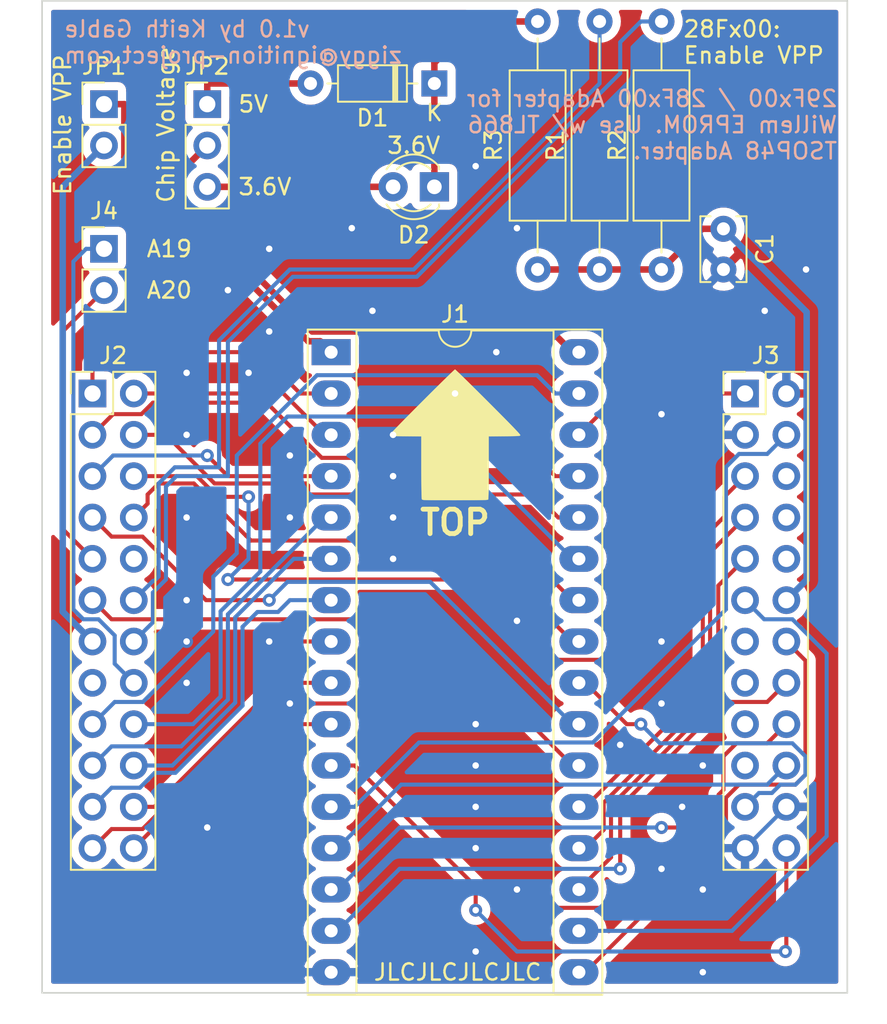
<source format=kicad_pcb>
(kicad_pcb (version 20171130) (host pcbnew "(5.1.2)-1")

  (general
    (thickness 1.6)
    (drawings 16)
    (tracks 411)
    (zones 0)
    (modules 13)
    (nets 51)
  )

  (page A4)
  (layers
    (0 F.Cu signal)
    (31 B.Cu signal)
    (32 B.Adhes user)
    (33 F.Adhes user)
    (34 B.Paste user)
    (35 F.Paste user)
    (36 B.SilkS user)
    (37 F.SilkS user)
    (38 B.Mask user)
    (39 F.Mask user)
    (40 Dwgs.User user)
    (41 Cmts.User user)
    (42 Eco1.User user)
    (43 Eco2.User user)
    (44 Edge.Cuts user)
    (45 Margin user)
    (46 B.CrtYd user)
    (47 F.CrtYd user)
    (48 B.Fab user)
    (49 F.Fab user)
  )

  (setup
    (last_trace_width 0.25)
    (trace_clearance 0.2)
    (zone_clearance 0.508)
    (zone_45_only no)
    (trace_min 0.2)
    (via_size 0.8)
    (via_drill 0.4)
    (via_min_size 0.4)
    (via_min_drill 0.3)
    (uvia_size 0.3)
    (uvia_drill 0.1)
    (uvias_allowed no)
    (uvia_min_size 0.2)
    (uvia_min_drill 0.1)
    (edge_width 0.1)
    (segment_width 0.2)
    (pcb_text_width 0.3)
    (pcb_text_size 1.5 1.5)
    (mod_edge_width 0.15)
    (mod_text_size 1 1)
    (mod_text_width 0.15)
    (pad_size 1.524 1.524)
    (pad_drill 0.762)
    (pad_to_mask_clearance 0)
    (aux_axis_origin 0 0)
    (visible_elements 7FFFFFFF)
    (pcbplotparams
      (layerselection 0x010f0_ffffffff)
      (usegerberextensions true)
      (usegerberattributes false)
      (usegerberadvancedattributes false)
      (creategerberjobfile false)
      (excludeedgelayer true)
      (linewidth 0.100000)
      (plotframeref false)
      (viasonmask false)
      (mode 1)
      (useauxorigin false)
      (hpglpennumber 1)
      (hpglpenspeed 20)
      (hpglpendiameter 15.000000)
      (psnegative false)
      (psa4output false)
      (plotreference true)
      (plotvalue true)
      (plotinvisibletext false)
      (padsonsilk false)
      (subtractmaskfromsilk false)
      (outputformat 1)
      (mirror false)
      (drillshape 0)
      (scaleselection 1)
      (outputdirectory "29Fx00-28Fx00_Gerbers/"))
  )

  (net 0 "")
  (net 1 /GND)
  (net 2 /VCC_SEL)
  (net 3 "Net-(D1-Pad2)")
  (net 4 "Net-(D1-Pad1)")
  (net 5 "Net-(D2-Pad2)")
  (net 6 /VCC=5.6V)
  (net 7 "Net-(J1-Pad31)")
  (net 8 "Net-(J1-Pad15)")
  (net 9 "Net-(J1-Pad30)")
  (net 10 "Net-(J1-Pad14)")
  (net 11 "Net-(J1-Pad29)")
  (net 12 "Net-(J1-Pad13)")
  (net 13 "Net-(J1-Pad28)")
  (net 14 "Net-(J1-Pad12)")
  (net 15 "Net-(J1-Pad27)")
  (net 16 "Net-(J1-Pad11)")
  (net 17 "Net-(J1-Pad26)")
  (net 18 "Net-(J1-Pad10)")
  (net 19 "Net-(J1-Pad25)")
  (net 20 "Net-(J1-Pad9)")
  (net 21 "Net-(J1-Pad24)")
  (net 22 "Net-(J1-Pad8)")
  (net 23 "Net-(J1-Pad23)")
  (net 24 "Net-(J1-Pad7)")
  (net 25 "Net-(J1-Pad22)")
  (net 26 "Net-(J1-Pad6)")
  (net 27 "Net-(J1-Pad21)")
  (net 28 "Net-(J1-Pad5)")
  (net 29 "Net-(J1-Pad20)")
  (net 30 "Net-(J1-Pad4)")
  (net 31 "Net-(J1-Pad19)")
  (net 32 "Net-(J1-Pad3)")
  (net 33 "Net-(J1-Pad18)")
  (net 34 "Net-(J1-Pad2)")
  (net 35 "Net-(J1-Pad17)")
  (net 36 "Net-(J1-Pad1)")
  (net 37 /A19)
  (net 38 "Net-(J2-Pad15)")
  (net 39 /~WP)
  (net 40 "Net-(J2-Pad13)")
  (net 41 /~RESET)
  (net 42 "Net-(J2-Pad10)")
  (net 43 /A20)
  (net 44 "Net-(J3-Pad30)")
  (net 45 "Net-(J3-Pad32)")
  (net 46 "Net-(J3-Pad34)")
  (net 47 "Net-(J3-Pad36)")
  (net 48 "Net-(J3-Pad39)")
  (net 49 "Net-(J3-Pad41)")
  (net 50 "Net-(J3-Pad43)")

  (net_class Default "This is the default net class."
    (clearance 0.2)
    (trace_width 0.25)
    (via_dia 0.8)
    (via_drill 0.4)
    (uvia_dia 0.3)
    (uvia_drill 0.1)
    (add_net /A19)
    (add_net /A20)
    (add_net /GND)
    (add_net /~RESET)
    (add_net /~WP)
    (add_net "Net-(J1-Pad10)")
    (add_net "Net-(J1-Pad11)")
    (add_net "Net-(J1-Pad12)")
    (add_net "Net-(J1-Pad13)")
    (add_net "Net-(J1-Pad14)")
    (add_net "Net-(J1-Pad15)")
    (add_net "Net-(J1-Pad17)")
    (add_net "Net-(J1-Pad18)")
    (add_net "Net-(J1-Pad19)")
    (add_net "Net-(J1-Pad2)")
    (add_net "Net-(J1-Pad20)")
    (add_net "Net-(J1-Pad21)")
    (add_net "Net-(J1-Pad22)")
    (add_net "Net-(J1-Pad23)")
    (add_net "Net-(J1-Pad24)")
    (add_net "Net-(J1-Pad25)")
    (add_net "Net-(J1-Pad26)")
    (add_net "Net-(J1-Pad27)")
    (add_net "Net-(J1-Pad28)")
    (add_net "Net-(J1-Pad29)")
    (add_net "Net-(J1-Pad3)")
    (add_net "Net-(J1-Pad30)")
    (add_net "Net-(J1-Pad31)")
    (add_net "Net-(J1-Pad4)")
    (add_net "Net-(J1-Pad5)")
    (add_net "Net-(J1-Pad6)")
    (add_net "Net-(J1-Pad7)")
    (add_net "Net-(J1-Pad8)")
    (add_net "Net-(J1-Pad9)")
    (add_net "Net-(J2-Pad10)")
    (add_net "Net-(J2-Pad15)")
    (add_net "Net-(J3-Pad30)")
    (add_net "Net-(J3-Pad32)")
    (add_net "Net-(J3-Pad34)")
    (add_net "Net-(J3-Pad36)")
    (add_net "Net-(J3-Pad39)")
    (add_net "Net-(J3-Pad41)")
    (add_net "Net-(J3-Pad43)")
  )

  (net_class VCC ""
    (clearance 0.2)
    (trace_width 0.4)
    (via_dia 0.8)
    (via_drill 0.4)
    (uvia_dia 0.3)
    (uvia_drill 0.1)
    (add_net /VCC=5.6V)
    (add_net /VCC_SEL)
    (add_net "Net-(D1-Pad1)")
    (add_net "Net-(D1-Pad2)")
    (add_net "Net-(D2-Pad2)")
    (add_net "Net-(J1-Pad1)")
    (add_net "Net-(J2-Pad13)")
  )

  (module Willem:Symbol_Arrow_FSilk_8mm (layer F.Cu) (tedit 0) (tstamp 5DB13841)
    (at 105.41 54.61)
    (fp_text reference G*** (at 0 0) (layer F.SilkS) hide
      (effects (font (size 1.524 1.524) (thickness 0.3)))
    )
    (fp_text value LOGO (at 0.75 0) (layer F.SilkS) hide
      (effects (font (size 1.524 1.524) (thickness 0.3)))
    )
    (fp_poly (pts (xy 0.028706 -3.997053) (xy 0.098467 -3.93395) (xy 0.206054 -3.83263) (xy 0.348242 -3.696248)
      (xy 0.521801 -3.527956) (xy 0.723505 -3.330906) (xy 0.950127 -3.108252) (xy 1.198439 -2.863146)
      (xy 1.465213 -2.598741) (xy 1.747222 -2.31819) (xy 2.036218 -2.029666) (xy 2.405202 -1.660193)
      (xy 2.731092 -1.332864) (xy 3.015639 -1.045868) (xy 3.260591 -0.797392) (xy 3.467697 -0.585624)
      (xy 3.638708 -0.408752) (xy 3.775371 -0.264963) (xy 3.879437 -0.152447) (xy 3.952654 -0.069389)
      (xy 3.996771 -0.013979) (xy 4.013539 0.015596) (xy 4.013703 0.018974) (xy 4.00773 0.035751)
      (xy 3.992581 0.049139) (xy 3.96166 0.059597) (xy 3.908371 0.067583) (xy 3.826118 0.073555)
      (xy 3.708305 0.07797) (xy 3.548335 0.081288) (xy 3.339613 0.083967) (xy 3.075543 0.086463)
      (xy 3.03722 0.086795) (xy 2.072188 0.095098) (xy 2.072188 2.019267) (xy 2.071881 2.440344)
      (xy 2.070916 2.802134) (xy 2.069224 3.108139) (xy 2.06674 3.361863) (xy 2.063395 3.566808)
      (xy 2.059122 3.726478) (xy 2.053854 3.844376) (xy 2.047524 3.924005) (xy 2.040065 3.968868)
      (xy 2.034512 3.981113) (xy 2.010874 3.989195) (xy 1.955 3.996149) (xy 1.863444 4.002038)
      (xy 1.732761 4.006925) (xy 1.559508 4.010875) (xy 1.340238 4.01395) (xy 1.071506 4.016215)
      (xy 0.749869 4.017734) (xy 0.37188 4.018569) (xy -0.005175 4.018789) (xy -0.409067 4.018738)
      (xy -0.754778 4.018495) (xy -1.046917 4.017921) (xy -1.290097 4.016879) (xy -1.488929 4.015231)
      (xy -1.648024 4.01284) (xy -1.771993 4.009568) (xy -1.865449 4.005276) (xy -1.933001 3.999829)
      (xy -1.979262 3.993088) (xy -2.008843 3.984914) (xy -2.026355 3.975172) (xy -2.03641 3.963723)
      (xy -2.039686 3.958059) (xy -2.04743 3.911353) (xy -2.054144 3.802534) (xy -2.059815 3.632273)
      (xy -2.064434 3.401244) (xy -2.067989 3.110119) (xy -2.070469 2.759568) (xy -2.071862 2.350265)
      (xy -2.072188 1.996214) (xy -2.072188 0.095098) (xy -3.037219 0.086795) (xy -3.308887 0.084288)
      (xy -3.524359 0.081659) (xy -3.69023 0.078449) (xy -3.813096 0.0742) (xy -3.899553 0.068454)
      (xy -3.956198 0.060753) (xy -3.989627 0.050639) (xy -4.006435 0.037653) (xy -4.013218 0.021338)
      (xy -4.013703 0.018974) (xy -4.003067 -0.004832) (xy -3.965489 -0.05405) (xy -3.89922 -0.130493)
      (xy -3.802511 -0.235972) (xy -3.673612 -0.372299) (xy -3.510774 -0.541288) (xy -3.312249 -0.744749)
      (xy -3.076286 -0.984496) (xy -2.801137 -1.26234) (xy -2.485052 -1.580094) (xy -2.126283 -1.939569)
      (xy -2.036217 -2.029666) (xy -1.742376 -2.323019) (xy -1.460596 -2.603325) (xy -1.194105 -2.867432)
      (xy -0.946131 -3.112187) (xy -0.719902 -3.334437) (xy -0.518644 -3.531029) (xy -0.345584 -3.698812)
      (xy -0.203952 -3.834631) (xy -0.096973 -3.935334) (xy -0.027876 -3.997769) (xy 0 -4.018788)
      (xy 0.028706 -3.997053)) (layer F.SilkS) (width 0.01))
  )

  (module Willem:PinHeader_2x12_P2.54mm_Vertical_25-48 (layer F.Cu) (tedit 5CD7C94A) (tstamp 5CD82D07)
    (at 123.25 52.07)
    (descr "Through hole straight pin header, 2x12, 2.54mm pitch, double rows")
    (tags "Through hole pin header THT 2x12 2.54mm double row")
    (path /5CD9C620)
    (fp_text reference J3 (at 1.27 -2.33) (layer F.SilkS)
      (effects (font (size 1 1) (thickness 0.15)))
    )
    (fp_text value "TSOP48 Right 2x12" (at 1.27 30.27) (layer F.Fab)
      (effects (font (size 1 1) (thickness 0.15)))
    )
    (fp_text user %R (at 1.27 13.97 90) (layer F.Fab)
      (effects (font (size 1 1) (thickness 0.15)))
    )
    (fp_line (start 4.35 -1.8) (end -1.8 -1.8) (layer F.CrtYd) (width 0.05))
    (fp_line (start 4.35 29.75) (end 4.35 -1.8) (layer F.CrtYd) (width 0.05))
    (fp_line (start -1.8 29.75) (end 4.35 29.75) (layer F.CrtYd) (width 0.05))
    (fp_line (start -1.8 -1.8) (end -1.8 29.75) (layer F.CrtYd) (width 0.05))
    (fp_line (start -1.33 -1.33) (end 0 -1.33) (layer F.SilkS) (width 0.12))
    (fp_line (start -1.33 0) (end -1.33 -1.33) (layer F.SilkS) (width 0.12))
    (fp_line (start 1.27 -1.33) (end 3.87 -1.33) (layer F.SilkS) (width 0.12))
    (fp_line (start 1.27 1.27) (end 1.27 -1.33) (layer F.SilkS) (width 0.12))
    (fp_line (start -1.33 1.27) (end 1.27 1.27) (layer F.SilkS) (width 0.12))
    (fp_line (start 3.87 -1.33) (end 3.87 29.27) (layer F.SilkS) (width 0.12))
    (fp_line (start -1.33 1.27) (end -1.33 29.27) (layer F.SilkS) (width 0.12))
    (fp_line (start -1.33 29.27) (end 3.87 29.27) (layer F.SilkS) (width 0.12))
    (fp_line (start -1.27 0) (end 0 -1.27) (layer F.Fab) (width 0.1))
    (fp_line (start -1.27 29.21) (end -1.27 0) (layer F.Fab) (width 0.1))
    (fp_line (start 3.81 29.21) (end -1.27 29.21) (layer F.Fab) (width 0.1))
    (fp_line (start 3.81 -1.27) (end 3.81 29.21) (layer F.Fab) (width 0.1))
    (fp_line (start 0 -1.27) (end 3.81 -1.27) (layer F.Fab) (width 0.1))
    (pad 25 thru_hole oval (at 2.54 27.94) (size 1.7 1.7) (drill 1) (layers *.Cu *.Mask)
      (net 16 "Net-(J1-Pad11)"))
    (pad 26 thru_hole oval (at 0 27.94) (size 1.7 1.7) (drill 1) (layers *.Cu *.Mask)
      (net 1 /GND))
    (pad 27 thru_hole oval (at 2.54 25.4) (size 1.7 1.7) (drill 1) (layers *.Cu *.Mask)
      (net 1 /GND))
    (pad 28 thru_hole oval (at 0 25.4) (size 1.7 1.7) (drill 1) (layers *.Cu *.Mask)
      (net 21 "Net-(J1-Pad24)"))
    (pad 29 thru_hole oval (at 2.54 22.86) (size 1.7 1.7) (drill 1) (layers *.Cu *.Mask)
      (net 12 "Net-(J1-Pad13)"))
    (pad 30 thru_hole oval (at 0 22.86) (size 1.7 1.7) (drill 1) (layers *.Cu *.Mask)
      (net 44 "Net-(J3-Pad30)"))
    (pad 31 thru_hole oval (at 2.54 20.32) (size 1.7 1.7) (drill 1) (layers *.Cu *.Mask)
      (net 10 "Net-(J1-Pad14)"))
    (pad 32 thru_hole oval (at 0 20.32) (size 1.7 1.7) (drill 1) (layers *.Cu *.Mask)
      (net 45 "Net-(J3-Pad32)"))
    (pad 33 thru_hole oval (at 2.54 17.78) (size 1.7 1.7) (drill 1) (layers *.Cu *.Mask)
      (net 8 "Net-(J1-Pad15)"))
    (pad 34 thru_hole oval (at 0 17.78) (size 1.7 1.7) (drill 1) (layers *.Cu *.Mask)
      (net 46 "Net-(J3-Pad34)"))
    (pad 35 thru_hole oval (at 2.54 15.24) (size 1.7 1.7) (drill 1) (layers *.Cu *.Mask)
      (net 35 "Net-(J1-Pad17)"))
    (pad 36 thru_hole oval (at 0 15.24) (size 1.7 1.7) (drill 1) (layers *.Cu *.Mask)
      (net 47 "Net-(J3-Pad36)"))
    (pad 37 thru_hole oval (at 2.54 12.7) (size 1.7 1.7) (drill 1) (layers *.Cu *.Mask)
      (net 2 /VCC_SEL))
    (pad 38 thru_hole oval (at 0 12.7) (size 1.7 1.7) (drill 1) (layers *.Cu *.Mask)
      (net 33 "Net-(J1-Pad18)"))
    (pad 39 thru_hole oval (at 2.54 10.16) (size 1.7 1.7) (drill 1) (layers *.Cu *.Mask)
      (net 48 "Net-(J3-Pad39)"))
    (pad 40 thru_hole oval (at 0 10.16) (size 1.7 1.7) (drill 1) (layers *.Cu *.Mask)
      (net 31 "Net-(J1-Pad19)"))
    (pad 41 thru_hole oval (at 2.54 7.62) (size 1.7 1.7) (drill 1) (layers *.Cu *.Mask)
      (net 49 "Net-(J3-Pad41)"))
    (pad 42 thru_hole oval (at 0 7.62) (size 1.7 1.7) (drill 1) (layers *.Cu *.Mask)
      (net 29 "Net-(J1-Pad20)"))
    (pad 43 thru_hole oval (at 2.54 5.08) (size 1.7 1.7) (drill 1) (layers *.Cu *.Mask)
      (net 50 "Net-(J3-Pad43)"))
    (pad 44 thru_hole oval (at 0 5.08) (size 1.7 1.7) (drill 1) (layers *.Cu *.Mask)
      (net 27 "Net-(J1-Pad21)"))
    (pad 45 thru_hole oval (at 2.54 2.54) (size 1.7 1.7) (drill 1) (layers *.Cu *.Mask)
      (net 14 "Net-(J1-Pad12)"))
    (pad 46 thru_hole oval (at 0 2.54) (size 1.7 1.7) (drill 1) (layers *.Cu *.Mask)
      (net 1 /GND))
    (pad 47 thru_hole oval (at 2.54 0) (size 1.7 1.7) (drill 1) (layers *.Cu *.Mask)
      (net 1 /GND))
    (pad 48 thru_hole rect (at 0 0) (size 1.7 1.7) (drill 1) (layers *.Cu *.Mask)
      (net 9 "Net-(J1-Pad30)"))
    (model ${KISYS3DMOD}/Connector_PinHeader_2.54mm.3dshapes/PinHeader_2x12_P2.54mm_Vertical.wrl
      (at (xyz 0 0 0))
      (scale (xyz 1 1 1))
      (rotate (xyz 0 0 0))
    )
  )

  (module Package_DIP:DIP-32_W15.24mm_Socket_LongPads (layer F.Cu) (tedit 5A02E8C5) (tstamp 5CDA661C)
    (at 97.79 49.53)
    (descr "32-lead though-hole mounted DIP package, row spacing 15.24 mm (600 mils), Socket, LongPads")
    (tags "THT DIP DIL PDIP 2.54mm 15.24mm 600mil Socket LongPads")
    (path /5CD97331)
    (fp_text reference J1 (at 7.62 -2.33) (layer F.SilkS)
      (effects (font (size 1 1) (thickness 0.15)))
    )
    (fp_text value Willem_ZIF_DIP32 (at 7.62 40.43) (layer F.Fab)
      (effects (font (size 1 1) (thickness 0.15)))
    )
    (fp_text user %R (at 7.62 19.05) (layer F.Fab)
      (effects (font (size 1 1) (thickness 0.15)))
    )
    (fp_line (start 16.8 -1.6) (end -1.55 -1.6) (layer F.CrtYd) (width 0.05))
    (fp_line (start 16.8 39.7) (end 16.8 -1.6) (layer F.CrtYd) (width 0.05))
    (fp_line (start -1.55 39.7) (end 16.8 39.7) (layer F.CrtYd) (width 0.05))
    (fp_line (start -1.55 -1.6) (end -1.55 39.7) (layer F.CrtYd) (width 0.05))
    (fp_line (start 16.68 -1.39) (end -1.44 -1.39) (layer F.SilkS) (width 0.12))
    (fp_line (start 16.68 39.49) (end 16.68 -1.39) (layer F.SilkS) (width 0.12))
    (fp_line (start -1.44 39.49) (end 16.68 39.49) (layer F.SilkS) (width 0.12))
    (fp_line (start -1.44 -1.39) (end -1.44 39.49) (layer F.SilkS) (width 0.12))
    (fp_line (start 13.68 -1.33) (end 8.62 -1.33) (layer F.SilkS) (width 0.12))
    (fp_line (start 13.68 39.43) (end 13.68 -1.33) (layer F.SilkS) (width 0.12))
    (fp_line (start 1.56 39.43) (end 13.68 39.43) (layer F.SilkS) (width 0.12))
    (fp_line (start 1.56 -1.33) (end 1.56 39.43) (layer F.SilkS) (width 0.12))
    (fp_line (start 6.62 -1.33) (end 1.56 -1.33) (layer F.SilkS) (width 0.12))
    (fp_line (start 16.51 -1.33) (end -1.27 -1.33) (layer F.Fab) (width 0.1))
    (fp_line (start 16.51 39.43) (end 16.51 -1.33) (layer F.Fab) (width 0.1))
    (fp_line (start -1.27 39.43) (end 16.51 39.43) (layer F.Fab) (width 0.1))
    (fp_line (start -1.27 -1.33) (end -1.27 39.43) (layer F.Fab) (width 0.1))
    (fp_line (start 0.255 -0.27) (end 1.255 -1.27) (layer F.Fab) (width 0.1))
    (fp_line (start 0.255 39.37) (end 0.255 -0.27) (layer F.Fab) (width 0.1))
    (fp_line (start 14.985 39.37) (end 0.255 39.37) (layer F.Fab) (width 0.1))
    (fp_line (start 14.985 -1.27) (end 14.985 39.37) (layer F.Fab) (width 0.1))
    (fp_line (start 1.255 -1.27) (end 14.985 -1.27) (layer F.Fab) (width 0.1))
    (fp_arc (start 7.62 -1.33) (end 6.62 -1.33) (angle -180) (layer F.SilkS) (width 0.12))
    (pad 32 thru_hole oval (at 15.24 0) (size 2.4 1.6) (drill 0.8) (layers *.Cu *.Mask)
      (net 6 /VCC=5.6V))
    (pad 16 thru_hole oval (at 0 38.1) (size 2.4 1.6) (drill 0.8) (layers *.Cu *.Mask)
      (net 1 /GND))
    (pad 31 thru_hole oval (at 15.24 2.54) (size 2.4 1.6) (drill 0.8) (layers *.Cu *.Mask)
      (net 7 "Net-(J1-Pad31)"))
    (pad 15 thru_hole oval (at 0 35.56) (size 2.4 1.6) (drill 0.8) (layers *.Cu *.Mask)
      (net 8 "Net-(J1-Pad15)"))
    (pad 30 thru_hole oval (at 15.24 5.08) (size 2.4 1.6) (drill 0.8) (layers *.Cu *.Mask)
      (net 9 "Net-(J1-Pad30)"))
    (pad 14 thru_hole oval (at 0 33.02) (size 2.4 1.6) (drill 0.8) (layers *.Cu *.Mask)
      (net 10 "Net-(J1-Pad14)"))
    (pad 29 thru_hole oval (at 15.24 7.62) (size 2.4 1.6) (drill 0.8) (layers *.Cu *.Mask)
      (net 11 "Net-(J1-Pad29)"))
    (pad 13 thru_hole oval (at 0 30.48) (size 2.4 1.6) (drill 0.8) (layers *.Cu *.Mask)
      (net 12 "Net-(J1-Pad13)"))
    (pad 28 thru_hole oval (at 15.24 10.16) (size 2.4 1.6) (drill 0.8) (layers *.Cu *.Mask)
      (net 13 "Net-(J1-Pad28)"))
    (pad 12 thru_hole oval (at 0 27.94) (size 2.4 1.6) (drill 0.8) (layers *.Cu *.Mask)
      (net 14 "Net-(J1-Pad12)"))
    (pad 27 thru_hole oval (at 15.24 12.7) (size 2.4 1.6) (drill 0.8) (layers *.Cu *.Mask)
      (net 15 "Net-(J1-Pad27)"))
    (pad 11 thru_hole oval (at 0 25.4) (size 2.4 1.6) (drill 0.8) (layers *.Cu *.Mask)
      (net 16 "Net-(J1-Pad11)"))
    (pad 26 thru_hole oval (at 15.24 15.24) (size 2.4 1.6) (drill 0.8) (layers *.Cu *.Mask)
      (net 17 "Net-(J1-Pad26)"))
    (pad 10 thru_hole oval (at 0 22.86) (size 2.4 1.6) (drill 0.8) (layers *.Cu *.Mask)
      (net 18 "Net-(J1-Pad10)"))
    (pad 25 thru_hole oval (at 15.24 17.78) (size 2.4 1.6) (drill 0.8) (layers *.Cu *.Mask)
      (net 19 "Net-(J1-Pad25)"))
    (pad 9 thru_hole oval (at 0 20.32) (size 2.4 1.6) (drill 0.8) (layers *.Cu *.Mask)
      (net 20 "Net-(J1-Pad9)"))
    (pad 24 thru_hole oval (at 15.24 20.32) (size 2.4 1.6) (drill 0.8) (layers *.Cu *.Mask)
      (net 21 "Net-(J1-Pad24)"))
    (pad 8 thru_hole oval (at 0 17.78) (size 2.4 1.6) (drill 0.8) (layers *.Cu *.Mask)
      (net 22 "Net-(J1-Pad8)"))
    (pad 23 thru_hole oval (at 15.24 22.86) (size 2.4 1.6) (drill 0.8) (layers *.Cu *.Mask)
      (net 23 "Net-(J1-Pad23)"))
    (pad 7 thru_hole oval (at 0 15.24) (size 2.4 1.6) (drill 0.8) (layers *.Cu *.Mask)
      (net 24 "Net-(J1-Pad7)"))
    (pad 22 thru_hole oval (at 15.24 25.4) (size 2.4 1.6) (drill 0.8) (layers *.Cu *.Mask)
      (net 25 "Net-(J1-Pad22)"))
    (pad 6 thru_hole oval (at 0 12.7) (size 2.4 1.6) (drill 0.8) (layers *.Cu *.Mask)
      (net 26 "Net-(J1-Pad6)"))
    (pad 21 thru_hole oval (at 15.24 27.94) (size 2.4 1.6) (drill 0.8) (layers *.Cu *.Mask)
      (net 27 "Net-(J1-Pad21)"))
    (pad 5 thru_hole oval (at 0 10.16) (size 2.4 1.6) (drill 0.8) (layers *.Cu *.Mask)
      (net 28 "Net-(J1-Pad5)"))
    (pad 20 thru_hole oval (at 15.24 30.48) (size 2.4 1.6) (drill 0.8) (layers *.Cu *.Mask)
      (net 29 "Net-(J1-Pad20)"))
    (pad 4 thru_hole oval (at 0 7.62) (size 2.4 1.6) (drill 0.8) (layers *.Cu *.Mask)
      (net 30 "Net-(J1-Pad4)"))
    (pad 19 thru_hole oval (at 15.24 33.02) (size 2.4 1.6) (drill 0.8) (layers *.Cu *.Mask)
      (net 31 "Net-(J1-Pad19)"))
    (pad 3 thru_hole oval (at 0 5.08) (size 2.4 1.6) (drill 0.8) (layers *.Cu *.Mask)
      (net 32 "Net-(J1-Pad3)"))
    (pad 18 thru_hole oval (at 15.24 35.56) (size 2.4 1.6) (drill 0.8) (layers *.Cu *.Mask)
      (net 33 "Net-(J1-Pad18)"))
    (pad 2 thru_hole oval (at 0 2.54) (size 2.4 1.6) (drill 0.8) (layers *.Cu *.Mask)
      (net 34 "Net-(J1-Pad2)"))
    (pad 17 thru_hole oval (at 15.24 38.1) (size 2.4 1.6) (drill 0.8) (layers *.Cu *.Mask)
      (net 35 "Net-(J1-Pad17)"))
    (pad 1 thru_hole rect (at 0 0) (size 2.4 1.6) (drill 0.8) (layers *.Cu *.Mask)
      (net 36 "Net-(J1-Pad1)"))
    (model ${KISYS3DMOD}/Package_DIP.3dshapes/DIP-32_W15.24mm_Socket.wrl
      (at (xyz 0 0 0))
      (scale (xyz 1 1 1))
      (rotate (xyz 0 0 0))
    )
  )

  (module Resistor_THT:R_Axial_DIN0309_L9.0mm_D3.2mm_P15.24mm_Horizontal (layer F.Cu) (tedit 5AE5139B) (tstamp 5CD82D8F)
    (at 110.49 44.45 90)
    (descr "Resistor, Axial_DIN0309 series, Axial, Horizontal, pin pitch=15.24mm, 0.5W = 1/2W, length*diameter=9*3.2mm^2, http://cdn-reichelt.de/documents/datenblatt/B400/1_4W%23YAG.pdf")
    (tags "Resistor Axial_DIN0309 series Axial Horizontal pin pitch 15.24mm 0.5W = 1/2W length 9mm diameter 3.2mm")
    (path /5CDE1B03)
    (fp_text reference R3 (at 7.62 -2.72 90) (layer F.SilkS)
      (effects (font (size 1 1) (thickness 0.15)))
    )
    (fp_text value 33 (at 7.62 2.72 90) (layer F.Fab)
      (effects (font (size 1 1) (thickness 0.15)))
    )
    (fp_text user %R (at 7.62 0 90) (layer F.Fab)
      (effects (font (size 1 1) (thickness 0.15)))
    )
    (fp_line (start 16.29 -1.85) (end -1.05 -1.85) (layer F.CrtYd) (width 0.05))
    (fp_line (start 16.29 1.85) (end 16.29 -1.85) (layer F.CrtYd) (width 0.05))
    (fp_line (start -1.05 1.85) (end 16.29 1.85) (layer F.CrtYd) (width 0.05))
    (fp_line (start -1.05 -1.85) (end -1.05 1.85) (layer F.CrtYd) (width 0.05))
    (fp_line (start 14.2 0) (end 12.24 0) (layer F.SilkS) (width 0.12))
    (fp_line (start 1.04 0) (end 3 0) (layer F.SilkS) (width 0.12))
    (fp_line (start 12.24 -1.72) (end 3 -1.72) (layer F.SilkS) (width 0.12))
    (fp_line (start 12.24 1.72) (end 12.24 -1.72) (layer F.SilkS) (width 0.12))
    (fp_line (start 3 1.72) (end 12.24 1.72) (layer F.SilkS) (width 0.12))
    (fp_line (start 3 -1.72) (end 3 1.72) (layer F.SilkS) (width 0.12))
    (fp_line (start 15.24 0) (end 12.12 0) (layer F.Fab) (width 0.1))
    (fp_line (start 0 0) (end 3.12 0) (layer F.Fab) (width 0.1))
    (fp_line (start 12.12 -1.6) (end 3.12 -1.6) (layer F.Fab) (width 0.1))
    (fp_line (start 12.12 1.6) (end 12.12 -1.6) (layer F.Fab) (width 0.1))
    (fp_line (start 3.12 1.6) (end 12.12 1.6) (layer F.Fab) (width 0.1))
    (fp_line (start 3.12 -1.6) (end 3.12 1.6) (layer F.Fab) (width 0.1))
    (pad 2 thru_hole oval (at 15.24 0 90) (size 1.6 1.6) (drill 0.8) (layers *.Cu *.Mask)
      (net 4 "Net-(D1-Pad1)"))
    (pad 1 thru_hole circle (at 0 0 90) (size 1.6 1.6) (drill 0.8) (layers *.Cu *.Mask)
      (net 2 /VCC_SEL))
    (model ${KISYS3DMOD}/Resistor_THT.3dshapes/R_Axial_DIN0309_L9.0mm_D3.2mm_P15.24mm_Horizontal.wrl
      (at (xyz 0 0 0))
      (scale (xyz 1 1 1))
      (rotate (xyz 0 0 0))
    )
  )

  (module Resistor_THT:R_Axial_DIN0309_L9.0mm_D3.2mm_P15.24mm_Horizontal (layer F.Cu) (tedit 5AE5139B) (tstamp 5CD82D78)
    (at 118.11 44.45 90)
    (descr "Resistor, Axial_DIN0309 series, Axial, Horizontal, pin pitch=15.24mm, 0.5W = 1/2W, length*diameter=9*3.2mm^2, http://cdn-reichelt.de/documents/datenblatt/B400/1_4W%23YAG.pdf")
    (tags "Resistor Axial_DIN0309 series Axial Horizontal pin pitch 15.24mm 0.5W = 1/2W length 9mm diameter 3.2mm")
    (path /5CDF82B5)
    (fp_text reference R2 (at 7.62 -2.72 90) (layer F.SilkS)
      (effects (font (size 1 1) (thickness 0.15)))
    )
    (fp_text value 4.7k (at 7.62 2.72 90) (layer F.Fab)
      (effects (font (size 1 1) (thickness 0.15)))
    )
    (fp_text user %R (at 7.62 0 90) (layer F.Fab)
      (effects (font (size 1 1) (thickness 0.15)))
    )
    (fp_line (start 16.29 -1.85) (end -1.05 -1.85) (layer F.CrtYd) (width 0.05))
    (fp_line (start 16.29 1.85) (end 16.29 -1.85) (layer F.CrtYd) (width 0.05))
    (fp_line (start -1.05 1.85) (end 16.29 1.85) (layer F.CrtYd) (width 0.05))
    (fp_line (start -1.05 -1.85) (end -1.05 1.85) (layer F.CrtYd) (width 0.05))
    (fp_line (start 14.2 0) (end 12.24 0) (layer F.SilkS) (width 0.12))
    (fp_line (start 1.04 0) (end 3 0) (layer F.SilkS) (width 0.12))
    (fp_line (start 12.24 -1.72) (end 3 -1.72) (layer F.SilkS) (width 0.12))
    (fp_line (start 12.24 1.72) (end 12.24 -1.72) (layer F.SilkS) (width 0.12))
    (fp_line (start 3 1.72) (end 12.24 1.72) (layer F.SilkS) (width 0.12))
    (fp_line (start 3 -1.72) (end 3 1.72) (layer F.SilkS) (width 0.12))
    (fp_line (start 15.24 0) (end 12.12 0) (layer F.Fab) (width 0.1))
    (fp_line (start 0 0) (end 3.12 0) (layer F.Fab) (width 0.1))
    (fp_line (start 12.12 -1.6) (end 3.12 -1.6) (layer F.Fab) (width 0.1))
    (fp_line (start 12.12 1.6) (end 12.12 -1.6) (layer F.Fab) (width 0.1))
    (fp_line (start 3.12 1.6) (end 12.12 1.6) (layer F.Fab) (width 0.1))
    (fp_line (start 3.12 -1.6) (end 3.12 1.6) (layer F.Fab) (width 0.1))
    (pad 2 thru_hole oval (at 15.24 0 90) (size 1.6 1.6) (drill 0.8) (layers *.Cu *.Mask)
      (net 39 /~WP))
    (pad 1 thru_hole circle (at 0 0 90) (size 1.6 1.6) (drill 0.8) (layers *.Cu *.Mask)
      (net 2 /VCC_SEL))
    (model ${KISYS3DMOD}/Resistor_THT.3dshapes/R_Axial_DIN0309_L9.0mm_D3.2mm_P15.24mm_Horizontal.wrl
      (at (xyz 0 0 0))
      (scale (xyz 1 1 1))
      (rotate (xyz 0 0 0))
    )
  )

  (module Resistor_THT:R_Axial_DIN0309_L9.0mm_D3.2mm_P15.24mm_Horizontal (layer F.Cu) (tedit 5AE5139B) (tstamp 5CD837D2)
    (at 114.3 44.45 90)
    (descr "Resistor, Axial_DIN0309 series, Axial, Horizontal, pin pitch=15.24mm, 0.5W = 1/2W, length*diameter=9*3.2mm^2, http://cdn-reichelt.de/documents/datenblatt/B400/1_4W%23YAG.pdf")
    (tags "Resistor Axial_DIN0309 series Axial Horizontal pin pitch 15.24mm 0.5W = 1/2W length 9mm diameter 3.2mm")
    (path /5CDEE038)
    (fp_text reference R1 (at 7.62 -2.72 90) (layer F.SilkS)
      (effects (font (size 1 1) (thickness 0.15)))
    )
    (fp_text value 4.7k (at 7.62 2.72 90) (layer F.Fab)
      (effects (font (size 1 1) (thickness 0.15)))
    )
    (fp_text user %R (at 7.62 0 90) (layer F.Fab)
      (effects (font (size 1 1) (thickness 0.15)))
    )
    (fp_line (start 16.29 -1.85) (end -1.05 -1.85) (layer F.CrtYd) (width 0.05))
    (fp_line (start 16.29 1.85) (end 16.29 -1.85) (layer F.CrtYd) (width 0.05))
    (fp_line (start -1.05 1.85) (end 16.29 1.85) (layer F.CrtYd) (width 0.05))
    (fp_line (start -1.05 -1.85) (end -1.05 1.85) (layer F.CrtYd) (width 0.05))
    (fp_line (start 14.2 0) (end 12.24 0) (layer F.SilkS) (width 0.12))
    (fp_line (start 1.04 0) (end 3 0) (layer F.SilkS) (width 0.12))
    (fp_line (start 12.24 -1.72) (end 3 -1.72) (layer F.SilkS) (width 0.12))
    (fp_line (start 12.24 1.72) (end 12.24 -1.72) (layer F.SilkS) (width 0.12))
    (fp_line (start 3 1.72) (end 12.24 1.72) (layer F.SilkS) (width 0.12))
    (fp_line (start 3 -1.72) (end 3 1.72) (layer F.SilkS) (width 0.12))
    (fp_line (start 15.24 0) (end 12.12 0) (layer F.Fab) (width 0.1))
    (fp_line (start 0 0) (end 3.12 0) (layer F.Fab) (width 0.1))
    (fp_line (start 12.12 -1.6) (end 3.12 -1.6) (layer F.Fab) (width 0.1))
    (fp_line (start 12.12 1.6) (end 12.12 -1.6) (layer F.Fab) (width 0.1))
    (fp_line (start 3.12 1.6) (end 12.12 1.6) (layer F.Fab) (width 0.1))
    (fp_line (start 3.12 -1.6) (end 3.12 1.6) (layer F.Fab) (width 0.1))
    (pad 2 thru_hole oval (at 15.24 0 90) (size 1.6 1.6) (drill 0.8) (layers *.Cu *.Mask)
      (net 41 /~RESET))
    (pad 1 thru_hole circle (at 0 0 90) (size 1.6 1.6) (drill 0.8) (layers *.Cu *.Mask)
      (net 2 /VCC_SEL))
    (model ${KISYS3DMOD}/Resistor_THT.3dshapes/R_Axial_DIN0309_L9.0mm_D3.2mm_P15.24mm_Horizontal.wrl
      (at (xyz 0 0 0))
      (scale (xyz 1 1 1))
      (rotate (xyz 0 0 0))
    )
  )

  (module Connector_PinHeader_2.54mm:PinHeader_1x03_P2.54mm_Vertical (layer F.Cu) (tedit 59FED5CC) (tstamp 5CD82D4A)
    (at 90.17 34.29)
    (descr "Through hole straight pin header, 1x03, 2.54mm pitch, single row")
    (tags "Through hole pin header THT 1x03 2.54mm single row")
    (path /5CDB1C07)
    (fp_text reference JP2 (at 0 -2.33) (layer F.SilkS)
      (effects (font (size 1 1) (thickness 0.15)))
    )
    (fp_text value VCC_Select (at 0 7.41) (layer F.Fab)
      (effects (font (size 1 1) (thickness 0.15)))
    )
    (fp_text user %R (at 0 2.54 90) (layer F.Fab)
      (effects (font (size 1 1) (thickness 0.15)))
    )
    (fp_line (start 1.8 -1.8) (end -1.8 -1.8) (layer F.CrtYd) (width 0.05))
    (fp_line (start 1.8 6.85) (end 1.8 -1.8) (layer F.CrtYd) (width 0.05))
    (fp_line (start -1.8 6.85) (end 1.8 6.85) (layer F.CrtYd) (width 0.05))
    (fp_line (start -1.8 -1.8) (end -1.8 6.85) (layer F.CrtYd) (width 0.05))
    (fp_line (start -1.33 -1.33) (end 0 -1.33) (layer F.SilkS) (width 0.12))
    (fp_line (start -1.33 0) (end -1.33 -1.33) (layer F.SilkS) (width 0.12))
    (fp_line (start -1.33 1.27) (end 1.33 1.27) (layer F.SilkS) (width 0.12))
    (fp_line (start 1.33 1.27) (end 1.33 6.41) (layer F.SilkS) (width 0.12))
    (fp_line (start -1.33 1.27) (end -1.33 6.41) (layer F.SilkS) (width 0.12))
    (fp_line (start -1.33 6.41) (end 1.33 6.41) (layer F.SilkS) (width 0.12))
    (fp_line (start -1.27 -0.635) (end -0.635 -1.27) (layer F.Fab) (width 0.1))
    (fp_line (start -1.27 6.35) (end -1.27 -0.635) (layer F.Fab) (width 0.1))
    (fp_line (start 1.27 6.35) (end -1.27 6.35) (layer F.Fab) (width 0.1))
    (fp_line (start 1.27 -1.27) (end 1.27 6.35) (layer F.Fab) (width 0.1))
    (fp_line (start -0.635 -1.27) (end 1.27 -1.27) (layer F.Fab) (width 0.1))
    (pad 3 thru_hole oval (at 0 5.08) (size 1.7 1.7) (drill 1) (layers *.Cu *.Mask)
      (net 5 "Net-(D2-Pad2)"))
    (pad 2 thru_hole oval (at 0 2.54) (size 1.7 1.7) (drill 1) (layers *.Cu *.Mask)
      (net 6 /VCC=5.6V))
    (pad 1 thru_hole rect (at 0 0) (size 1.7 1.7) (drill 1) (layers *.Cu *.Mask)
      (net 3 "Net-(D1-Pad2)"))
    (model ${KISYS3DMOD}/Connector_PinHeader_2.54mm.3dshapes/PinHeader_1x03_P2.54mm_Vertical.wrl
      (at (xyz 0 0 0))
      (scale (xyz 1 1 1))
      (rotate (xyz 0 0 0))
    )
  )

  (module Connector_PinHeader_2.54mm:PinHeader_1x02_P2.54mm_Vertical (layer F.Cu) (tedit 59FED5CC) (tstamp 5CD82D33)
    (at 83.82 34.29)
    (descr "Through hole straight pin header, 1x02, 2.54mm pitch, single row")
    (tags "Through hole pin header THT 1x02 2.54mm single row")
    (path /5CE037E8)
    (fp_text reference JP1 (at 0 -2.33) (layer F.SilkS)
      (effects (font (size 1 1) (thickness 0.15)))
    )
    (fp_text value "28Fx00 VPP" (at 0 4.87) (layer F.Fab)
      (effects (font (size 1 1) (thickness 0.15)))
    )
    (fp_text user %R (at 0 1.27 90) (layer F.Fab)
      (effects (font (size 1 1) (thickness 0.15)))
    )
    (fp_line (start 1.8 -1.8) (end -1.8 -1.8) (layer F.CrtYd) (width 0.05))
    (fp_line (start 1.8 4.35) (end 1.8 -1.8) (layer F.CrtYd) (width 0.05))
    (fp_line (start -1.8 4.35) (end 1.8 4.35) (layer F.CrtYd) (width 0.05))
    (fp_line (start -1.8 -1.8) (end -1.8 4.35) (layer F.CrtYd) (width 0.05))
    (fp_line (start -1.33 -1.33) (end 0 -1.33) (layer F.SilkS) (width 0.12))
    (fp_line (start -1.33 0) (end -1.33 -1.33) (layer F.SilkS) (width 0.12))
    (fp_line (start -1.33 1.27) (end 1.33 1.27) (layer F.SilkS) (width 0.12))
    (fp_line (start 1.33 1.27) (end 1.33 3.87) (layer F.SilkS) (width 0.12))
    (fp_line (start -1.33 1.27) (end -1.33 3.87) (layer F.SilkS) (width 0.12))
    (fp_line (start -1.33 3.87) (end 1.33 3.87) (layer F.SilkS) (width 0.12))
    (fp_line (start -1.27 -0.635) (end -0.635 -1.27) (layer F.Fab) (width 0.1))
    (fp_line (start -1.27 3.81) (end -1.27 -0.635) (layer F.Fab) (width 0.1))
    (fp_line (start 1.27 3.81) (end -1.27 3.81) (layer F.Fab) (width 0.1))
    (fp_line (start 1.27 -1.27) (end 1.27 3.81) (layer F.Fab) (width 0.1))
    (fp_line (start -0.635 -1.27) (end 1.27 -1.27) (layer F.Fab) (width 0.1))
    (pad 2 thru_hole oval (at 0 2.54) (size 1.7 1.7) (drill 1) (layers *.Cu *.Mask)
      (net 40 "Net-(J2-Pad13)"))
    (pad 1 thru_hole rect (at 0 0) (size 1.7 1.7) (drill 1) (layers *.Cu *.Mask)
      (net 36 "Net-(J1-Pad1)"))
    (model ${KISYS3DMOD}/Connector_PinHeader_2.54mm.3dshapes/PinHeader_1x02_P2.54mm_Vertical.wrl
      (at (xyz 0 0 0))
      (scale (xyz 1 1 1))
      (rotate (xyz 0 0 0))
    )
  )

  (module Connector_PinHeader_2.54mm:PinHeader_1x02_P2.54mm_Vertical (layer F.Cu) (tedit 59FED5CC) (tstamp 5CD82D1D)
    (at 83.82 43.18)
    (descr "Through hole straight pin header, 1x02, 2.54mm pitch, single row")
    (tags "Through hole pin header THT 1x02 2.54mm single row")
    (path /5CD95C62)
    (fp_text reference J4 (at 0 -2.33) (layer F.SilkS)
      (effects (font (size 1 1) (thickness 0.15)))
    )
    (fp_text value Extra_Adr (at 0 4.87) (layer F.Fab)
      (effects (font (size 1 1) (thickness 0.15)))
    )
    (fp_text user %R (at 0 1.27 90) (layer F.Fab)
      (effects (font (size 1 1) (thickness 0.15)))
    )
    (fp_line (start 1.8 -1.8) (end -1.8 -1.8) (layer F.CrtYd) (width 0.05))
    (fp_line (start 1.8 4.35) (end 1.8 -1.8) (layer F.CrtYd) (width 0.05))
    (fp_line (start -1.8 4.35) (end 1.8 4.35) (layer F.CrtYd) (width 0.05))
    (fp_line (start -1.8 -1.8) (end -1.8 4.35) (layer F.CrtYd) (width 0.05))
    (fp_line (start -1.33 -1.33) (end 0 -1.33) (layer F.SilkS) (width 0.12))
    (fp_line (start -1.33 0) (end -1.33 -1.33) (layer F.SilkS) (width 0.12))
    (fp_line (start -1.33 1.27) (end 1.33 1.27) (layer F.SilkS) (width 0.12))
    (fp_line (start 1.33 1.27) (end 1.33 3.87) (layer F.SilkS) (width 0.12))
    (fp_line (start -1.33 1.27) (end -1.33 3.87) (layer F.SilkS) (width 0.12))
    (fp_line (start -1.33 3.87) (end 1.33 3.87) (layer F.SilkS) (width 0.12))
    (fp_line (start -1.27 -0.635) (end -0.635 -1.27) (layer F.Fab) (width 0.1))
    (fp_line (start -1.27 3.81) (end -1.27 -0.635) (layer F.Fab) (width 0.1))
    (fp_line (start 1.27 3.81) (end -1.27 3.81) (layer F.Fab) (width 0.1))
    (fp_line (start 1.27 -1.27) (end 1.27 3.81) (layer F.Fab) (width 0.1))
    (fp_line (start -0.635 -1.27) (end 1.27 -1.27) (layer F.Fab) (width 0.1))
    (pad 2 thru_hole oval (at 0 2.54) (size 1.7 1.7) (drill 1) (layers *.Cu *.Mask)
      (net 43 /A20))
    (pad 1 thru_hole rect (at 0 0) (size 1.7 1.7) (drill 1) (layers *.Cu *.Mask)
      (net 37 /A19))
    (model ${KISYS3DMOD}/Connector_PinHeader_2.54mm.3dshapes/PinHeader_1x02_P2.54mm_Vertical.wrl
      (at (xyz 0 0 0))
      (scale (xyz 1 1 1))
      (rotate (xyz 0 0 0))
    )
  )

  (module Connector_PinHeader_2.54mm:PinHeader_2x12_P2.54mm_Vertical (layer F.Cu) (tedit 59FED5CC) (tstamp 5CD8359F)
    (at 83.11 52.07)
    (descr "Through hole straight pin header, 2x12, 2.54mm pitch, double rows")
    (tags "Through hole pin header THT 2x12 2.54mm double row")
    (path /5CD9A220)
    (fp_text reference J2 (at 1.27 -2.33) (layer F.SilkS)
      (effects (font (size 1 1) (thickness 0.15)))
    )
    (fp_text value "TSOP48 Left 2x12" (at 1.27 30.27) (layer F.Fab)
      (effects (font (size 1 1) (thickness 0.15)))
    )
    (fp_text user %R (at 1.27 13.97 90) (layer F.Fab)
      (effects (font (size 1 1) (thickness 0.15)))
    )
    (fp_line (start 4.35 -1.8) (end -1.8 -1.8) (layer F.CrtYd) (width 0.05))
    (fp_line (start 4.35 29.75) (end 4.35 -1.8) (layer F.CrtYd) (width 0.05))
    (fp_line (start -1.8 29.75) (end 4.35 29.75) (layer F.CrtYd) (width 0.05))
    (fp_line (start -1.8 -1.8) (end -1.8 29.75) (layer F.CrtYd) (width 0.05))
    (fp_line (start -1.33 -1.33) (end 0 -1.33) (layer F.SilkS) (width 0.12))
    (fp_line (start -1.33 0) (end -1.33 -1.33) (layer F.SilkS) (width 0.12))
    (fp_line (start 1.27 -1.33) (end 3.87 -1.33) (layer F.SilkS) (width 0.12))
    (fp_line (start 1.27 1.27) (end 1.27 -1.33) (layer F.SilkS) (width 0.12))
    (fp_line (start -1.33 1.27) (end 1.27 1.27) (layer F.SilkS) (width 0.12))
    (fp_line (start 3.87 -1.33) (end 3.87 29.27) (layer F.SilkS) (width 0.12))
    (fp_line (start -1.33 1.27) (end -1.33 29.27) (layer F.SilkS) (width 0.12))
    (fp_line (start -1.33 29.27) (end 3.87 29.27) (layer F.SilkS) (width 0.12))
    (fp_line (start -1.27 0) (end 0 -1.27) (layer F.Fab) (width 0.1))
    (fp_line (start -1.27 29.21) (end -1.27 0) (layer F.Fab) (width 0.1))
    (fp_line (start 3.81 29.21) (end -1.27 29.21) (layer F.Fab) (width 0.1))
    (fp_line (start 3.81 -1.27) (end 3.81 29.21) (layer F.Fab) (width 0.1))
    (fp_line (start 0 -1.27) (end 3.81 -1.27) (layer F.Fab) (width 0.1))
    (pad 24 thru_hole oval (at 2.54 27.94) (size 1.7 1.7) (drill 1) (layers *.Cu *.Mask)
      (net 18 "Net-(J1-Pad10)"))
    (pad 23 thru_hole oval (at 0 27.94) (size 1.7 1.7) (drill 1) (layers *.Cu *.Mask)
      (net 20 "Net-(J1-Pad9)"))
    (pad 22 thru_hole oval (at 2.54 25.4) (size 1.7 1.7) (drill 1) (layers *.Cu *.Mask)
      (net 22 "Net-(J1-Pad8)"))
    (pad 21 thru_hole oval (at 0 25.4) (size 1.7 1.7) (drill 1) (layers *.Cu *.Mask)
      (net 24 "Net-(J1-Pad7)"))
    (pad 20 thru_hole oval (at 2.54 22.86) (size 1.7 1.7) (drill 1) (layers *.Cu *.Mask)
      (net 26 "Net-(J1-Pad6)"))
    (pad 19 thru_hole oval (at 0 22.86) (size 1.7 1.7) (drill 1) (layers *.Cu *.Mask)
      (net 28 "Net-(J1-Pad5)"))
    (pad 18 thru_hole oval (at 2.54 20.32) (size 1.7 1.7) (drill 1) (layers *.Cu *.Mask)
      (net 15 "Net-(J1-Pad27)"))
    (pad 17 thru_hole oval (at 0 20.32) (size 1.7 1.7) (drill 1) (layers *.Cu *.Mask)
      (net 7 "Net-(J1-Pad31)"))
    (pad 16 thru_hole oval (at 2.54 17.78) (size 1.7 1.7) (drill 1) (layers *.Cu *.Mask)
      (net 37 /A19))
    (pad 15 thru_hole oval (at 0 17.78) (size 1.7 1.7) (drill 1) (layers *.Cu *.Mask)
      (net 38 "Net-(J2-Pad15)"))
    (pad 14 thru_hole oval (at 2.54 15.24) (size 1.7 1.7) (drill 1) (layers *.Cu *.Mask)
      (net 39 /~WP))
    (pad 13 thru_hole oval (at 0 15.24) (size 1.7 1.7) (drill 1) (layers *.Cu *.Mask)
      (net 40 "Net-(J2-Pad13)"))
    (pad 12 thru_hole oval (at 2.54 12.7) (size 1.7 1.7) (drill 1) (layers *.Cu *.Mask)
      (net 41 /~RESET))
    (pad 11 thru_hole oval (at 0 12.7) (size 1.7 1.7) (drill 1) (layers *.Cu *.Mask)
      (net 25 "Net-(J1-Pad22)"))
    (pad 10 thru_hole oval (at 2.54 10.16) (size 1.7 1.7) (drill 1) (layers *.Cu *.Mask)
      (net 42 "Net-(J2-Pad10)"))
    (pad 9 thru_hole oval (at 0 10.16) (size 1.7 1.7) (drill 1) (layers *.Cu *.Mask)
      (net 43 /A20))
    (pad 8 thru_hole oval (at 2.54 7.62) (size 1.7 1.7) (drill 1) (layers *.Cu *.Mask)
      (net 17 "Net-(J1-Pad26)"))
    (pad 7 thru_hole oval (at 0 7.62) (size 1.7 1.7) (drill 1) (layers *.Cu *.Mask)
      (net 23 "Net-(J1-Pad23)"))
    (pad 6 thru_hole oval (at 2.54 5.08) (size 1.7 1.7) (drill 1) (layers *.Cu *.Mask)
      (net 19 "Net-(J1-Pad25)"))
    (pad 5 thru_hole oval (at 0 5.08) (size 1.7 1.7) (drill 1) (layers *.Cu *.Mask)
      (net 30 "Net-(J1-Pad4)"))
    (pad 4 thru_hole oval (at 2.54 2.54) (size 1.7 1.7) (drill 1) (layers *.Cu *.Mask)
      (net 13 "Net-(J1-Pad28)"))
    (pad 3 thru_hole oval (at 0 2.54) (size 1.7 1.7) (drill 1) (layers *.Cu *.Mask)
      (net 11 "Net-(J1-Pad29)"))
    (pad 2 thru_hole oval (at 2.54 0) (size 1.7 1.7) (drill 1) (layers *.Cu *.Mask)
      (net 32 "Net-(J1-Pad3)"))
    (pad 1 thru_hole rect (at 0 0) (size 1.7 1.7) (drill 1) (layers *.Cu *.Mask)
      (net 34 "Net-(J1-Pad2)"))
    (model ${KISYS3DMOD}/Connector_PinHeader_2.54mm.3dshapes/PinHeader_2x12_P2.54mm_Vertical.wrl
      (at (xyz 0 0 0))
      (scale (xyz 1 1 1))
      (rotate (xyz 0 0 0))
    )
  )

  (module LED_THT:LED_D3.0mm (layer F.Cu) (tedit 587A3A7B) (tstamp 5CD82C6F)
    (at 104.14 39.37 180)
    (descr "LED, diameter 3.0mm, 2 pins")
    (tags "LED diameter 3.0mm 2 pins")
    (path /5CDCBBD9)
    (fp_text reference D2 (at 1.27 -2.96) (layer F.SilkS)
      (effects (font (size 1 1) (thickness 0.15)))
    )
    (fp_text value LED (at 1.27 2.96) (layer F.Fab)
      (effects (font (size 1 1) (thickness 0.15)))
    )
    (fp_line (start 3.7 -2.25) (end -1.15 -2.25) (layer F.CrtYd) (width 0.05))
    (fp_line (start 3.7 2.25) (end 3.7 -2.25) (layer F.CrtYd) (width 0.05))
    (fp_line (start -1.15 2.25) (end 3.7 2.25) (layer F.CrtYd) (width 0.05))
    (fp_line (start -1.15 -2.25) (end -1.15 2.25) (layer F.CrtYd) (width 0.05))
    (fp_line (start -0.29 1.08) (end -0.29 1.236) (layer F.SilkS) (width 0.12))
    (fp_line (start -0.29 -1.236) (end -0.29 -1.08) (layer F.SilkS) (width 0.12))
    (fp_line (start -0.23 -1.16619) (end -0.23 1.16619) (layer F.Fab) (width 0.1))
    (fp_circle (center 1.27 0) (end 2.77 0) (layer F.Fab) (width 0.1))
    (fp_arc (start 1.27 0) (end 0.229039 1.08) (angle -87.9) (layer F.SilkS) (width 0.12))
    (fp_arc (start 1.27 0) (end 0.229039 -1.08) (angle 87.9) (layer F.SilkS) (width 0.12))
    (fp_arc (start 1.27 0) (end -0.29 1.235516) (angle -108.8) (layer F.SilkS) (width 0.12))
    (fp_arc (start 1.27 0) (end -0.29 -1.235516) (angle 108.8) (layer F.SilkS) (width 0.12))
    (fp_arc (start 1.27 0) (end -0.23 -1.16619) (angle 284.3) (layer F.Fab) (width 0.1))
    (pad 2 thru_hole circle (at 2.54 0 180) (size 1.8 1.8) (drill 0.9) (layers *.Cu *.Mask)
      (net 5 "Net-(D2-Pad2)"))
    (pad 1 thru_hole rect (at 0 0 180) (size 1.8 1.8) (drill 0.9) (layers *.Cu *.Mask)
      (net 4 "Net-(D1-Pad1)"))
    (model ${KISYS3DMOD}/LED_THT.3dshapes/LED_D3.0mm.wrl
      (at (xyz 0 0 0))
      (scale (xyz 1 1 1))
      (rotate (xyz 0 0 0))
    )
  )

  (module Diode_THT:D_DO-35_SOD27_P7.62mm_Horizontal (layer F.Cu) (tedit 5AE50CD5) (tstamp 5CD83C17)
    (at 104.14 33.02 180)
    (descr "Diode, DO-35_SOD27 series, Axial, Horizontal, pin pitch=7.62mm, , length*diameter=4*2mm^2, , http://www.diodes.com/_files/packages/DO-35.pdf")
    (tags "Diode DO-35_SOD27 series Axial Horizontal pin pitch 7.62mm  length 4mm diameter 2mm")
    (path /5CDD831B)
    (fp_text reference D1 (at 3.81 -2.12) (layer F.SilkS)
      (effects (font (size 1 1) (thickness 0.15)))
    )
    (fp_text value 1N4148 (at 3.81 2.12) (layer F.Fab)
      (effects (font (size 1 1) (thickness 0.15)))
    )
    (fp_text user K (at 0 -1.8) (layer F.SilkS)
      (effects (font (size 1 1) (thickness 0.15)))
    )
    (fp_text user K (at 0 -1.8) (layer F.Fab)
      (effects (font (size 1 1) (thickness 0.15)))
    )
    (fp_text user %R (at 4.11 0) (layer F.Fab)
      (effects (font (size 0.8 0.8) (thickness 0.12)))
    )
    (fp_line (start 8.67 -1.25) (end -1.05 -1.25) (layer F.CrtYd) (width 0.05))
    (fp_line (start 8.67 1.25) (end 8.67 -1.25) (layer F.CrtYd) (width 0.05))
    (fp_line (start -1.05 1.25) (end 8.67 1.25) (layer F.CrtYd) (width 0.05))
    (fp_line (start -1.05 -1.25) (end -1.05 1.25) (layer F.CrtYd) (width 0.05))
    (fp_line (start 2.29 -1.12) (end 2.29 1.12) (layer F.SilkS) (width 0.12))
    (fp_line (start 2.53 -1.12) (end 2.53 1.12) (layer F.SilkS) (width 0.12))
    (fp_line (start 2.41 -1.12) (end 2.41 1.12) (layer F.SilkS) (width 0.12))
    (fp_line (start 6.58 0) (end 5.93 0) (layer F.SilkS) (width 0.12))
    (fp_line (start 1.04 0) (end 1.69 0) (layer F.SilkS) (width 0.12))
    (fp_line (start 5.93 -1.12) (end 1.69 -1.12) (layer F.SilkS) (width 0.12))
    (fp_line (start 5.93 1.12) (end 5.93 -1.12) (layer F.SilkS) (width 0.12))
    (fp_line (start 1.69 1.12) (end 5.93 1.12) (layer F.SilkS) (width 0.12))
    (fp_line (start 1.69 -1.12) (end 1.69 1.12) (layer F.SilkS) (width 0.12))
    (fp_line (start 2.31 -1) (end 2.31 1) (layer F.Fab) (width 0.1))
    (fp_line (start 2.51 -1) (end 2.51 1) (layer F.Fab) (width 0.1))
    (fp_line (start 2.41 -1) (end 2.41 1) (layer F.Fab) (width 0.1))
    (fp_line (start 7.62 0) (end 5.81 0) (layer F.Fab) (width 0.1))
    (fp_line (start 0 0) (end 1.81 0) (layer F.Fab) (width 0.1))
    (fp_line (start 5.81 -1) (end 1.81 -1) (layer F.Fab) (width 0.1))
    (fp_line (start 5.81 1) (end 5.81 -1) (layer F.Fab) (width 0.1))
    (fp_line (start 1.81 1) (end 5.81 1) (layer F.Fab) (width 0.1))
    (fp_line (start 1.81 -1) (end 1.81 1) (layer F.Fab) (width 0.1))
    (pad 2 thru_hole oval (at 7.62 0 180) (size 1.6 1.6) (drill 0.8) (layers *.Cu *.Mask)
      (net 3 "Net-(D1-Pad2)"))
    (pad 1 thru_hole rect (at 0 0 180) (size 1.6 1.6) (drill 0.8) (layers *.Cu *.Mask)
      (net 4 "Net-(D1-Pad1)"))
    (model ${KISYS3DMOD}/Diode_THT.3dshapes/D_DO-35_SOD27_P7.62mm_Horizontal.wrl
      (at (xyz 0 0 0))
      (scale (xyz 1 1 1))
      (rotate (xyz 0 0 0))
    )
  )

  (module Capacitor_THT:C_Disc_D3.8mm_W2.6mm_P2.50mm (layer F.Cu) (tedit 5AE50EF0) (tstamp 5CD82C3D)
    (at 121.92 41.95 270)
    (descr "C, Disc series, Radial, pin pitch=2.50mm, , diameter*width=3.8*2.6mm^2, Capacitor, http://www.vishay.com/docs/45233/krseries.pdf")
    (tags "C Disc series Radial pin pitch 2.50mm  diameter 3.8mm width 2.6mm Capacitor")
    (path /5CDE6F80)
    (fp_text reference C1 (at 1.25 -2.55 90) (layer F.SilkS)
      (effects (font (size 1 1) (thickness 0.15)))
    )
    (fp_text value 100nF (at 1.25 2.55 90) (layer F.Fab)
      (effects (font (size 1 1) (thickness 0.15)))
    )
    (fp_text user %R (at 1.25 0 90) (layer F.Fab)
      (effects (font (size 0.76 0.76) (thickness 0.114)))
    )
    (fp_line (start 3.55 -1.55) (end -1.05 -1.55) (layer F.CrtYd) (width 0.05))
    (fp_line (start 3.55 1.55) (end 3.55 -1.55) (layer F.CrtYd) (width 0.05))
    (fp_line (start -1.05 1.55) (end 3.55 1.55) (layer F.CrtYd) (width 0.05))
    (fp_line (start -1.05 -1.55) (end -1.05 1.55) (layer F.CrtYd) (width 0.05))
    (fp_line (start 3.27 0.795) (end 3.27 1.42) (layer F.SilkS) (width 0.12))
    (fp_line (start 3.27 -1.42) (end 3.27 -0.795) (layer F.SilkS) (width 0.12))
    (fp_line (start -0.77 0.795) (end -0.77 1.42) (layer F.SilkS) (width 0.12))
    (fp_line (start -0.77 -1.42) (end -0.77 -0.795) (layer F.SilkS) (width 0.12))
    (fp_line (start -0.77 1.42) (end 3.27 1.42) (layer F.SilkS) (width 0.12))
    (fp_line (start -0.77 -1.42) (end 3.27 -1.42) (layer F.SilkS) (width 0.12))
    (fp_line (start 3.15 -1.3) (end -0.65 -1.3) (layer F.Fab) (width 0.1))
    (fp_line (start 3.15 1.3) (end 3.15 -1.3) (layer F.Fab) (width 0.1))
    (fp_line (start -0.65 1.3) (end 3.15 1.3) (layer F.Fab) (width 0.1))
    (fp_line (start -0.65 -1.3) (end -0.65 1.3) (layer F.Fab) (width 0.1))
    (pad 2 thru_hole circle (at 2.5 0 270) (size 1.6 1.6) (drill 0.8) (layers *.Cu *.Mask)
      (net 1 /GND))
    (pad 1 thru_hole circle (at 0 0 270) (size 1.6 1.6) (drill 0.8) (layers *.Cu *.Mask)
      (net 2 /VCC_SEL))
    (model ${KISYS3DMOD}/Capacitor_THT.3dshapes/C_Disc_D3.8mm_W2.6mm_P2.50mm.wrl
      (at (xyz 0 0 0))
      (scale (xyz 1 1 1))
      (rotate (xyz 0 0 0))
    )
  )

  (gr_text TOP (at 105.41 60) (layer F.SilkS)
    (effects (font (size 1.5 1.5) (thickness 0.3)))
  )
  (gr_text JLCJLCJLCJLC (at 100.33 87.63) (layer F.SilkS)
    (effects (font (size 1 1) (thickness 0.15)) (justify left))
  )
  (gr_text "28Fx00:\nEnable VPP" (at 119.38 30.48) (layer F.SilkS)
    (effects (font (size 1 1) (thickness 0.15)) (justify left))
  )
  (gr_text "v1.0 by Keith Gable\nziggy@ignition-project.com" (at 81.28 30.48) (layer B.SilkS)
    (effects (font (size 1 1) (thickness 0.15)) (justify right mirror))
  )
  (gr_text "29Fx00 / 28Fx00 Adapter for\nWillem EPROM. Use w/ TL866\nTSOP48 Adapter." (at 129 35.56) (layer B.SilkS)
    (effects (font (size 1 1) (thickness 0.15)) (justify left mirror))
  )
  (gr_text 3.6V (at 102.87 36.83) (layer F.SilkS)
    (effects (font (size 1 1) (thickness 0.15)))
  )
  (gr_text A20 (at 86.36 45.72) (layer F.SilkS)
    (effects (font (size 1 1) (thickness 0.15)) (justify left))
  )
  (gr_text A19 (at 86.36 43.18) (layer F.SilkS)
    (effects (font (size 1 1) (thickness 0.15)) (justify left))
  )
  (gr_text "Chip Voltage" (at 87.63 35.56 90) (layer F.SilkS)
    (effects (font (size 1 1) (thickness 0.15)))
  )
  (gr_text "Enable VPP" (at 81.28 35.56 90) (layer F.SilkS)
    (effects (font (size 1 1) (thickness 0.15)))
  )
  (gr_text 5V (at 92 34.29) (layer F.SilkS)
    (effects (font (size 1 1) (thickness 0.15)) (justify left))
  )
  (gr_text 3.6V (at 92 39.37) (layer F.SilkS)
    (effects (font (size 1 1) (thickness 0.15)) (justify left))
  )
  (gr_line (start 80.01 88.9) (end 80.01 27.94) (layer Edge.Cuts) (width 0.1))
  (gr_line (start 129.54 88.9) (end 80.01 88.9) (layer Edge.Cuts) (width 0.1) (tstamp 5CD84A9E))
  (gr_line (start 129.54 27.94) (end 129.54 88.9) (layer Edge.Cuts) (width 0.1))
  (gr_line (start 80.01 27.94) (end 129.54 27.94) (layer Edge.Cuts) (width 0.1))

  (via (at 88.9 64.77) (size 0.8) (drill 0.4) (layers F.Cu B.Cu) (net 1))
  (via (at 88.9 69.85) (size 0.8) (drill 0.4) (layers F.Cu B.Cu) (net 1))
  (via (at 93.98 43.18) (size 0.8) (drill 0.4) (layers F.Cu B.Cu) (net 1))
  (via (at 118.11 71.12) (size 0.8) (drill 0.4) (layers F.Cu B.Cu) (net 1))
  (via (at 106.68 72.39) (size 0.8) (drill 0.4) (layers F.Cu B.Cu) (net 1))
  (via (at 99.06 41.91) (size 0.8) (drill 0.4) (layers F.Cu B.Cu) (net 1))
  (via (at 100.33 46.99) (size 0.8) (drill 0.4) (layers F.Cu B.Cu) (net 1))
  (via (at 106.68 38.1) (size 0.8) (drill 0.4) (layers F.Cu B.Cu) (net 1))
  (via (at 109.22 41.91) (size 0.8) (drill 0.4) (layers F.Cu B.Cu) (net 1))
  (via (at 124.46 46.99) (size 0.8) (drill 0.4) (layers F.Cu B.Cu) (net 1))
  (via (at 127 44.45) (size 0.8) (drill 0.4) (layers F.Cu B.Cu) (net 1))
  (via (at 105.41 52.07) (size 0.8) (drill 0.4) (layers F.Cu B.Cu) (net 1))
  (via (at 101.6 54.61) (size 0.8) (drill 0.4) (layers F.Cu B.Cu) (net 1))
  (via (at 120.65 82.55) (size 0.8) (drill 0.4) (layers F.Cu B.Cu) (net 1))
  (via (at 120.65 87.63) (size 0.8) (drill 0.4) (layers F.Cu B.Cu) (net 1))
  (segment (start 120.65 82.55) (end 120.65 87.63) (width 0.25) (layer F.Cu) (net 1))
  (segment (start 99.06 45.72) (end 99.06 43.18) (width 0.25) (layer F.Cu) (net 1))
  (segment (start 102.87 54.61) (end 105.41 52.07) (width 0.25) (layer F.Cu) (net 1))
  (segment (start 101.6 54.61) (end 102.87 54.61) (width 0.25) (layer F.Cu) (net 1))
  (via (at 107.95 49.53) (size 0.8) (drill 0.4) (layers F.Cu B.Cu) (net 1))
  (segment (start 105.41 52.07) (end 107.95 49.53) (width 0.25) (layer F.Cu) (net 1))
  (segment (start 127 44.45) (end 124.46 46.99) (width 0.25) (layer F.Cu) (net 1))
  (segment (start 123.25 80.01) (end 125.79 77.47) (width 0.25) (layer B.Cu) (net 1))
  (via (at 106.68 74.93) (size 0.8) (drill 0.4) (layers F.Cu B.Cu) (net 1))
  (via (at 106.68 77.47) (size 0.8) (drill 0.4) (layers F.Cu B.Cu) (net 1))
  (via (at 106.68 80.01) (size 0.8) (drill 0.4) (layers F.Cu B.Cu) (net 1))
  (via (at 109.22 82.55) (size 0.8) (drill 0.4) (layers F.Cu B.Cu) (net 1))
  (via (at 118.11 67.31) (size 0.8) (drill 0.4) (layers F.Cu B.Cu) (net 1))
  (via (at 115.57 73.66) (size 0.8) (drill 0.4) (layers F.Cu B.Cu) (net 1))
  (via (at 118.11 81.28) (size 0.8) (drill 0.4) (layers F.Cu B.Cu) (net 1))
  (via (at 91.44 45.72) (size 0.8) (drill 0.4) (layers F.Cu B.Cu) (net 1))
  (segment (start 93.98 43.18) (end 91.44 45.72) (width 0.25) (layer B.Cu) (net 1))
  (via (at 101.6 57.15) (size 0.8) (drill 0.4) (layers F.Cu B.Cu) (net 1))
  (via (at 88.9 54.61) (size 0.8) (drill 0.4) (layers F.Cu B.Cu) (net 1))
  (via (at 109.22 66.04) (size 0.8) (drill 0.4) (layers F.Cu B.Cu) (net 1))
  (via (at 101.6 62.23) (size 0.8) (drill 0.4) (layers F.Cu B.Cu) (net 1))
  (via (at 88.9 67.31) (size 0.8) (drill 0.4) (layers F.Cu B.Cu) (net 1))
  (via (at 101.6 59.69) (size 0.8) (drill 0.4) (layers F.Cu B.Cu) (net 1))
  (via (at 93.98 67.31) (size 0.8) (drill 0.4) (layers F.Cu B.Cu) (net 1))
  (via (at 90.17 78.74) (size 0.8) (drill 0.4) (layers F.Cu B.Cu) (net 1))
  (via (at 93.98 48.26) (size 0.8) (drill 0.4) (layers F.Cu B.Cu) (net 1))
  (via (at 92.71 50.8) (size 0.8) (drill 0.4) (layers F.Cu B.Cu) (net 1))
  (via (at 88.9 50.8) (size 0.8) (drill 0.4) (layers F.Cu B.Cu) (net 1))
  (via (at 95.25 71.12) (size 0.8) (drill 0.4) (layers F.Cu B.Cu) (net 1))
  (via (at 120.65 74.93) (size 0.8) (drill 0.4) (layers F.Cu B.Cu) (net 1))
  (via (at 119.38 77.47) (size 0.8) (drill 0.4) (layers F.Cu B.Cu) (net 1))
  (segment (start 107.95 41.91) (end 109.22 41.91) (width 0.25) (layer F.Cu) (net 1))
  (segment (start 106.68 38.1) (end 106.68 40.64) (width 0.25) (layer F.Cu) (net 1))
  (segment (start 106.68 40.64) (end 107.95 41.91) (width 0.25) (layer F.Cu) (net 1))
  (segment (start 100.33 46.99) (end 99.06 45.72) (width 0.25) (layer F.Cu) (net 1))
  (segment (start 99.06 45.72) (end 99.06 41.91) (width 0.25) (layer F.Cu) (net 1))
  (segment (start 93.98 48.26) (end 95.25 46.99) (width 0.25) (layer B.Cu) (net 1))
  (segment (start 95.25 46.99) (end 100.33 46.99) (width 0.25) (layer B.Cu) (net 1))
  (via (at 106.68 86.36) (size 0.8) (drill 0.4) (layers F.Cu B.Cu) (net 1))
  (via (at 118.11 53.34) (size 0.8) (drill 0.4) (layers F.Cu B.Cu) (net 1))
  (segment (start 109.619999 66.439999) (end 109.22 66.04) (width 0.25) (layer F.Cu) (net 1))
  (segment (start 111.61501 68.43501) (end 109.619999 66.439999) (width 0.25) (layer F.Cu) (net 1))
  (segment (start 116.98499 68.43501) (end 111.61501 68.43501) (width 0.25) (layer F.Cu) (net 1))
  (segment (start 118.11 67.31) (end 116.98499 68.43501) (width 0.25) (layer F.Cu) (net 1))
  (segment (start 118.11 71.12) (end 118.11 67.31) (width 0.25) (layer F.Cu) (net 1))
  (via (at 95.25 55.88) (size 0.8) (drill 0.4) (layers F.Cu B.Cu) (net 1))
  (via (at 95.25 59.69) (size 0.8) (drill 0.4) (layers F.Cu B.Cu) (net 1))
  (via (at 88.9 59.69) (size 0.8) (drill 0.4) (layers F.Cu B.Cu) (net 1))
  (segment (start 101.6 62.23) (end 101.6 59.69) (width 0.25) (layer B.Cu) (net 1))
  (segment (start 101.6 59.69) (end 101.6 57.15) (width 0.25) (layer B.Cu) (net 1))
  (segment (start 101.6 57.15) (end 101.6 54.61) (width 0.25) (layer B.Cu) (net 1))
  (segment (start 105.41 62.23) (end 101.6 62.23) (width 0.25) (layer B.Cu) (net 1))
  (segment (start 109.22 66.04) (end 105.41 62.23) (width 0.25) (layer B.Cu) (net 1))
  (segment (start 106.68 72.39) (end 106.68 74.93) (width 0.25) (layer F.Cu) (net 1))
  (segment (start 106.68 74.93) (end 106.68 77.47) (width 0.25) (layer F.Cu) (net 1))
  (segment (start 106.68 77.47) (end 106.68 80.01) (width 0.25) (layer F.Cu) (net 1))
  (segment (start 106.68 80.01) (end 109.22 82.55) (width 0.25) (layer F.Cu) (net 1))
  (segment (start 106.68 86.36) (end 109.22 83.82) (width 0.25) (layer F.Cu) (net 1))
  (segment (start 109.22 83.82) (end 109.22 82.55) (width 0.25) (layer F.Cu) (net 1))
  (segment (start 109.619999 82.949999) (end 109.22 82.55) (width 0.25) (layer F.Cu) (net 1))
  (segment (start 110.34501 83.67501) (end 109.619999 82.949999) (width 0.25) (layer F.Cu) (net 1))
  (segment (start 115.71499 83.67501) (end 110.34501 83.67501) (width 0.25) (layer F.Cu) (net 1))
  (segment (start 118.11 81.28) (end 115.71499 83.67501) (width 0.25) (layer F.Cu) (net 1))
  (segment (start 119.38 80.01) (end 119.38 77.47) (width 0.25) (layer B.Cu) (net 1))
  (segment (start 118.11 81.28) (end 119.38 80.01) (width 0.25) (layer B.Cu) (net 1))
  (segment (start 119.38 76.2) (end 120.65 74.93) (width 0.25) (layer F.Cu) (net 1))
  (segment (start 119.38 77.47) (end 119.38 76.2) (width 0.25) (layer F.Cu) (net 1))
  (segment (start 116.84 74.93) (end 115.57 73.66) (width 0.25) (layer B.Cu) (net 1))
  (segment (start 120.65 74.93) (end 116.84 74.93) (width 0.25) (layer B.Cu) (net 1))
  (segment (start 105.41 71.12) (end 106.68 72.39) (width 0.25) (layer F.Cu) (net 1))
  (segment (start 95.25 71.12) (end 105.41 71.12) (width 0.25) (layer F.Cu) (net 1))
  (segment (start 93.98 69.85) (end 95.25 71.12) (width 0.25) (layer B.Cu) (net 1))
  (segment (start 93.98 67.31) (end 93.98 69.85) (width 0.25) (layer B.Cu) (net 1))
  (segment (start 90.17 76.2) (end 95.25 71.12) (width 0.25) (layer B.Cu) (net 1))
  (segment (start 90.17 78.74) (end 90.17 76.2) (width 0.25) (layer B.Cu) (net 1))
  (segment (start 88.9 64.77) (end 88.9 59.69) (width 0.25) (layer B.Cu) (net 1))
  (segment (start 95.25 59.69) (end 95.25 55.88) (width 0.25) (layer B.Cu) (net 1))
  (segment (start 92.71 49.53) (end 93.98 48.26) (width 0.25) (layer B.Cu) (net 1))
  (segment (start 92.71 50.8) (end 92.71 49.53) (width 0.25) (layer B.Cu) (net 1))
  (segment (start 92.71 50.8) (end 88.9 50.8) (width 0.25) (layer F.Cu) (net 1))
  (segment (start 88.9 54.61) (end 88.9 50.8) (width 0.25) (layer B.Cu) (net 1))
  (segment (start 88.9 69.85) (end 88.9 68.58) (width 0.25) (layer F.Cu) (net 1))
  (segment (start 91.44 69.85) (end 93.98 67.31) (width 0.25) (layer F.Cu) (net 1))
  (segment (start 88.9 69.85) (end 91.44 69.85) (width 0.25) (layer F.Cu) (net 1))
  (segment (start 93.98 54.61) (end 88.9 54.61) (width 0.25) (layer F.Cu) (net 1))
  (segment (start 95.25 55.88) (end 93.98 54.61) (width 0.25) (layer F.Cu) (net 1))
  (segment (start 101.200001 59.290001) (end 101.6 59.69) (width 0.25) (layer B.Cu) (net 1))
  (segment (start 100.33 58.42) (end 101.200001 59.290001) (width 0.25) (layer B.Cu) (net 1))
  (segment (start 96.52 58.42) (end 100.33 58.42) (width 0.25) (layer B.Cu) (net 1))
  (segment (start 95.25 59.69) (end 96.52 58.42) (width 0.25) (layer B.Cu) (net 1))
  (segment (start 102.87 49.53) (end 100.33 46.99) (width 0.25) (layer B.Cu) (net 1))
  (segment (start 107.95 49.53) (end 102.87 49.53) (width 0.25) (layer B.Cu) (net 1))
  (segment (start 95.25 41.91) (end 93.98 43.18) (width 0.25) (layer B.Cu) (net 1))
  (segment (start 99.06 41.91) (end 95.25 41.91) (width 0.25) (layer B.Cu) (net 1))
  (segment (start 88.9 48.26) (end 88.9 50.8) (width 0.25) (layer B.Cu) (net 1))
  (segment (start 91.44 45.72) (end 88.9 48.26) (width 0.25) (layer B.Cu) (net 1))
  (segment (start 118.11 53.34) (end 124.46 46.99) (width 0.25) (layer B.Cu) (net 1))
  (segment (start 118.11 67.31) (end 118.11 53.34) (width 0.25) (layer B.Cu) (net 1))
  (segment (start 119.38 82.55) (end 118.11 81.28) (width 0.25) (layer B.Cu) (net 1))
  (segment (start 120.65 82.55) (end 119.38 82.55) (width 0.25) (layer B.Cu) (net 1))
  (segment (start 88.9 68.58) (end 88.9 67.31) (width 0.25) (layer F.Cu) (net 1))
  (segment (start 88.9 67.31) (end 88.9 64.77) (width 0.25) (layer B.Cu) (net 1))
  (segment (start 118.11 44.45) (end 114.3 44.45) (width 0.4) (layer F.Cu) (net 2))
  (segment (start 114.3 44.45) (end 110.49 44.45) (width 0.4) (layer F.Cu) (net 2))
  (segment (start 120.61 41.95) (end 118.11 44.45) (width 0.4) (layer F.Cu) (net 2))
  (segment (start 121.92 41.95) (end 120.61 41.95) (width 0.4) (layer F.Cu) (net 2))
  (segment (start 127 47.03) (end 121.92 41.95) (width 0.4) (layer B.Cu) (net 2))
  (segment (start 127.040001 47.070001) (end 127 47.03) (width 0.4) (layer B.Cu) (net 2))
  (segment (start 125.79 64.77) (end 127.040001 63.519999) (width 0.4) (layer B.Cu) (net 2))
  (segment (start 127.040001 63.519999) (end 127.040001 47.070001) (width 0.4) (layer B.Cu) (net 2))
  (segment (start 90.17 33.04) (end 90.17 34.29) (width 0.4) (layer F.Cu) (net 3))
  (segment (start 90.19 33.02) (end 90.17 33.04) (width 0.4) (layer F.Cu) (net 3))
  (segment (start 96.52 33.02) (end 90.19 33.02) (width 0.4) (layer F.Cu) (net 3))
  (segment (start 110.49 29.21) (end 106.68 29.21) (width 0.4) (layer F.Cu) (net 4))
  (segment (start 104.14 31.75) (end 104.14 33.02) (width 0.4) (layer F.Cu) (net 4))
  (segment (start 106.68 29.21) (end 104.14 31.75) (width 0.4) (layer F.Cu) (net 4))
  (segment (start 104.14 33.02) (end 104.14 39.37) (width 0.4) (layer F.Cu) (net 4))
  (segment (start 101.6 39.37) (end 90.17 39.37) (width 0.4) (layer F.Cu) (net 5))
  (segment (start 112.63 49.53) (end 113.03 49.53) (width 0.25) (layer F.Cu) (net 6))
  (segment (start 96.628886 48.26) (end 87.684443 39.315557) (width 0.4) (layer F.Cu) (net 6))
  (segment (start 112.63 49.53) (end 111.36 48.26) (width 0.4) (layer F.Cu) (net 6))
  (segment (start 111.36 48.26) (end 96.628886 48.26) (width 0.4) (layer F.Cu) (net 6))
  (segment (start 87.684443 39.315557) (end 90.17 36.83) (width 0.4) (layer F.Cu) (net 6))
  (segment (start 110.45499 50.94499) (end 111.58 52.07) (width 0.25) (layer B.Cu) (net 7))
  (segment (start 96.924006 50.94499) (end 110.45499 50.94499) (width 0.25) (layer B.Cu) (net 7))
  (segment (start 91.984999 55.883997) (end 96.924006 50.94499) (width 0.25) (layer B.Cu) (net 7))
  (segment (start 90.539981 63.327017) (end 91.984999 61.881999) (width 0.25) (layer B.Cu) (net 7))
  (segment (start 90.539981 66.699021) (end 90.539981 63.327017) (width 0.25) (layer B.Cu) (net 7))
  (segment (start 86.214001 71.025001) (end 90.539981 66.699021) (width 0.25) (layer B.Cu) (net 7))
  (segment (start 84.474999 71.025001) (end 86.214001 71.025001) (width 0.25) (layer B.Cu) (net 7))
  (segment (start 111.58 52.07) (end 113.03 52.07) (width 0.25) (layer B.Cu) (net 7))
  (segment (start 83.11 72.39) (end 84.474999 71.025001) (width 0.25) (layer B.Cu) (net 7))
  (segment (start 91.984999 61.881999) (end 91.984999 55.883997) (width 0.25) (layer B.Cu) (net 7))
  (segment (start 98.19 85.09) (end 102 81.28) (width 0.25) (layer B.Cu) (net 8))
  (segment (start 97.79 85.09) (end 98.19 85.09) (width 0.25) (layer B.Cu) (net 8))
  (segment (start 102 81.28) (end 115.57 81.28) (width 0.25) (layer B.Cu) (net 8))
  (segment (start 115.57 81.28) (end 115.57 81.28) (width 0.25) (layer B.Cu) (net 8) (tstamp 5CD85349))
  (via (at 115.57 81.28) (size 0.8) (drill 0.4) (layers F.Cu B.Cu) (net 8))
  (segment (start 124.614999 71.025001) (end 125.79 69.85) (width 0.25) (layer F.Cu) (net 8))
  (segment (start 122.017819 71.025001) (end 124.614999 71.025001) (width 0.25) (layer F.Cu) (net 8))
  (segment (start 115.57 81.28) (end 115.57 77.47282) (width 0.25) (layer F.Cu) (net 8))
  (segment (start 115.57 77.47282) (end 122.017819 71.025001) (width 0.25) (layer F.Cu) (net 8))
  (segment (start 113.43 54.61) (end 113.03 54.61) (width 0.25) (layer F.Cu) (net 9))
  (segment (start 123.25 52.07) (end 115.57 52.07) (width 0.25) (layer F.Cu) (net 9))
  (segment (start 115.57 52.07) (end 113.03 54.61) (width 0.25) (layer F.Cu) (net 9))
  (segment (start 98.19 82.55) (end 102 78.74) (width 0.25) (layer B.Cu) (net 10))
  (segment (start 97.79 82.55) (end 98.19 82.55) (width 0.25) (layer B.Cu) (net 10))
  (segment (start 102 78.74) (end 118.11 78.74) (width 0.25) (layer B.Cu) (net 10))
  (segment (start 118.11 78.74) (end 118.11 78.74) (width 0.25) (layer B.Cu) (net 10) (tstamp 5CD85347))
  (via (at 118.11 78.74) (size 0.8) (drill 0.4) (layers F.Cu B.Cu) (net 10))
  (segment (start 121.624989 78.74) (end 118.11 78.74) (width 0.25) (layer F.Cu) (net 10))
  (segment (start 124.614999 73.565001) (end 122.719314 73.565001) (width 0.25) (layer F.Cu) (net 10))
  (segment (start 125.79 72.39) (end 124.614999 73.565001) (width 0.25) (layer F.Cu) (net 10))
  (segment (start 122.719314 73.565001) (end 121.92 74.364315) (width 0.25) (layer F.Cu) (net 10))
  (segment (start 121.92 74.364315) (end 121.92 76.424588) (width 0.25) (layer F.Cu) (net 10))
  (segment (start 121.92 76.424588) (end 121.624989 76.719599) (width 0.25) (layer F.Cu) (net 10))
  (segment (start 121.624989 76.719599) (end 121.624989 78.74) (width 0.25) (layer F.Cu) (net 10))
  (segment (start 83.11 54.61) (end 84.38 53.34) (width 0.25) (layer F.Cu) (net 11))
  (segment (start 111.58 57.15) (end 113.03 57.15) (width 0.25) (layer F.Cu) (net 11))
  (segment (start 110.45499 56.02499) (end 111.58 57.15) (width 0.25) (layer F.Cu) (net 11))
  (segment (start 97.213986 56.02499) (end 110.45499 56.02499) (width 0.25) (layer F.Cu) (net 11))
  (segment (start 86.119002 53.34) (end 86.825001 52.634001) (width 0.25) (layer F.Cu) (net 11))
  (segment (start 84.38 53.34) (end 86.119002 53.34) (width 0.25) (layer F.Cu) (net 11))
  (segment (start 93.822997 52.634001) (end 93.415999 52.634001) (width 0.25) (layer F.Cu) (net 11))
  (segment (start 97.213986 56.02499) (end 93.822997 52.634001) (width 0.25) (layer F.Cu) (net 11))
  (segment (start 86.825001 52.634001) (end 93.415999 52.634001) (width 0.25) (layer F.Cu) (net 11))
  (segment (start 124.940001 75.779999) (end 125.79 74.93) (width 0.25) (layer B.Cu) (net 12))
  (segment (start 124.614999 76.105001) (end 124.940001 75.779999) (width 0.25) (layer B.Cu) (net 12))
  (segment (start 102.094999 76.105001) (end 124.614999 76.105001) (width 0.25) (layer B.Cu) (net 12))
  (segment (start 98.19 80.01) (end 102.094999 76.105001) (width 0.25) (layer B.Cu) (net 12))
  (segment (start 97.79 80.01) (end 98.19 80.01) (width 0.25) (layer B.Cu) (net 12))
  (segment (start 112.63 59.69) (end 113.03 59.69) (width 0.25) (layer F.Cu) (net 13))
  (segment (start 87.63 54.61) (end 85.65 54.61) (width 0.25) (layer F.Cu) (net 13))
  (segment (start 90.62001 57.60001) (end 87.63 54.61) (width 0.25) (layer F.Cu) (net 13))
  (segment (start 111.76 59.69) (end 110.34501 58.27501) (width 0.25) (layer F.Cu) (net 13))
  (segment (start 110.34501 58.27501) (end 96.37501 58.27501) (width 0.25) (layer F.Cu) (net 13))
  (segment (start 96.37501 58.27501) (end 96.37501 57.726014) (width 0.25) (layer F.Cu) (net 13))
  (segment (start 96.37501 57.726014) (end 96.249006 57.60001) (width 0.25) (layer F.Cu) (net 13))
  (segment (start 113.03 59.69) (end 111.76 59.69) (width 0.25) (layer F.Cu) (net 13))
  (segment (start 96.249006 57.60001) (end 90.62001 57.60001) (width 0.25) (layer F.Cu) (net 13))
  (segment (start 124.940001 55.459999) (end 125.79 54.61) (width 0.25) (layer B.Cu) (net 14))
  (segment (start 124.614999 55.785001) (end 124.940001 55.459999) (width 0.25) (layer B.Cu) (net 14))
  (segment (start 122.875997 55.785001) (end 124.614999 55.785001) (width 0.25) (layer B.Cu) (net 14))
  (segment (start 122.074999 56.585999) (end 122.875997 55.785001) (width 0.25) (layer B.Cu) (net 14))
  (segment (start 122.074999 65.336005) (end 122.074999 56.585999) (width 0.25) (layer B.Cu) (net 14))
  (segment (start 113.895994 73.51501) (end 122.074999 65.336005) (width 0.25) (layer B.Cu) (net 14))
  (segment (start 103.19499 73.51501) (end 113.895994 73.51501) (width 0.25) (layer B.Cu) (net 14))
  (segment (start 99.24 77.47) (end 103.19499 73.51501) (width 0.25) (layer B.Cu) (net 14))
  (segment (start 97.79 77.47) (end 99.24 77.47) (width 0.25) (layer B.Cu) (net 14))
  (segment (start 112.63 62.23) (end 103.88499 53.48499) (width 0.25) (layer B.Cu) (net 15))
  (segment (start 113.03 62.23) (end 112.63 62.23) (width 0.25) (layer B.Cu) (net 15))
  (segment (start 103.88499 53.48499) (end 95.10501 53.48499) (width 0.25) (layer B.Cu) (net 15))
  (segment (start 95.10501 53.48499) (end 93.435001 55.154999) (width 0.25) (layer B.Cu) (net 15))
  (segment (start 89.292592 72.39) (end 88.9 72.39) (width 0.25) (layer B.Cu) (net 15))
  (segment (start 90.989991 65.453599) (end 90.98999 70.692602) (width 0.25) (layer B.Cu) (net 15))
  (segment (start 90.98999 70.692602) (end 89.292592 72.39) (width 0.25) (layer B.Cu) (net 15))
  (segment (start 93.435001 55.154999) (end 93.435001 63.008589) (width 0.25) (layer B.Cu) (net 15))
  (segment (start 88.9 72.39) (end 85.65 72.39) (width 0.25) (layer B.Cu) (net 15))
  (segment (start 93.435001 63.008589) (end 90.989991 65.453599) (width 0.25) (layer B.Cu) (net 15))
  (segment (start 98.19 74.93) (end 97.79 74.93) (width 0.25) (layer F.Cu) (net 16))
  (segment (start 99.24 74.93) (end 106.68 82.37) (width 0.25) (layer F.Cu) (net 16))
  (segment (start 97.79 74.93) (end 99.24 74.93) (width 0.25) (layer F.Cu) (net 16))
  (segment (start 106.68 82.37) (end 106.68 83.82) (width 0.25) (layer F.Cu) (net 16))
  (segment (start 125.79 80.01) (end 125.79 86.3) (width 0.25) (layer F.Cu) (net 16))
  (segment (start 125.79 86.3) (end 125.73 86.36) (width 0.25) (layer F.Cu) (net 16))
  (segment (start 125.73 86.36) (end 125.73 86.36) (width 0.25) (layer F.Cu) (net 16) (tstamp 5CD85528))
  (via (at 125.73 86.36) (size 0.8) (drill 0.4) (layers F.Cu B.Cu) (net 16))
  (segment (start 106.68 83.82) (end 106.68 83.82) (width 0.25) (layer F.Cu) (net 16) (tstamp 5CD8552A))
  (via (at 106.68 83.82) (size 0.8) (drill 0.4) (layers F.Cu B.Cu) (net 16))
  (segment (start 109.22 86.36) (end 106.68 83.82) (width 0.25) (layer B.Cu) (net 16))
  (segment (start 125.73 86.36) (end 109.22 86.36) (width 0.25) (layer B.Cu) (net 16))
  (segment (start 113.03 64.77) (end 112.63 64.77) (width 0.25) (layer F.Cu) (net 17))
  (segment (start 108.96499 61.10499) (end 109.02 61.16) (width 0.25) (layer F.Cu) (net 17))
  (segment (start 92.85499 61.10499) (end 108.96499 61.10499) (width 0.25) (layer F.Cu) (net 17))
  (segment (start 92.56501 60.81501) (end 92.85499 61.10499) (width 0.25) (layer F.Cu) (net 17))
  (segment (start 92.56219 60.81501) (end 92.56501 60.81501) (width 0.25) (layer F.Cu) (net 17))
  (segment (start 89.34719 57.60001) (end 92.56219 60.81501) (width 0.25) (layer F.Cu) (net 17))
  (segment (start 112.63 64.77) (end 109.02 61.16) (width 0.25) (layer F.Cu) (net 17))
  (segment (start 85.65 59.69) (end 86.499999 58.840001) (width 0.25) (layer F.Cu) (net 17))
  (segment (start 86.499999 58.840001) (end 86.499999 58.280001) (width 0.25) (layer F.Cu) (net 17))
  (segment (start 86.499999 58.280001) (end 87.17999 57.60001) (width 0.25) (layer F.Cu) (net 17))
  (segment (start 87.17999 57.60001) (end 89.34719 57.60001) (width 0.25) (layer F.Cu) (net 17))
  (segment (start 93.27 72.39) (end 85.65 80.01) (width 0.25) (layer F.Cu) (net 18))
  (segment (start 97.79 72.39) (end 93.27 72.39) (width 0.25) (layer F.Cu) (net 18))
  (segment (start 113.03 67.31) (end 112.63 67.31) (width 0.25) (layer F.Cu) (net 19))
  (via (at 91.44 63.5) (size 0.8) (drill 0.4) (layers F.Cu B.Cu) (net 19) (tstamp 5CD8D8C8))
  (segment (start 92.71 62.23) (end 92.71 59.69) (width 0.25) (layer B.Cu) (net 19))
  (segment (start 92.71 59.69) (end 92.71 59.69) (width 0.25) (layer B.Cu) (net 19) (tstamp 5CD85343))
  (via (at 92.71 58.42) (size 0.8) (drill 0.4) (layers F.Cu B.Cu) (net 19) (tstamp 5CD8D8BB))
  (segment (start 89.53359 57.15) (end 85.65 57.15) (width 0.25) (layer F.Cu) (net 19))
  (segment (start 92.71 62.23) (end 91.44 63.5) (width 0.25) (layer B.Cu) (net 19))
  (segment (start 108.82 63.5) (end 109.02 63.7) (width 0.25) (layer F.Cu) (net 19))
  (segment (start 91.44 63.5) (end 108.82 63.5) (width 0.25) (layer F.Cu) (net 19))
  (segment (start 112.63 67.31) (end 109.02 63.7) (width 0.25) (layer F.Cu) (net 19))
  (segment (start 90.80359 58.42) (end 89.53359 57.15) (width 0.25) (layer F.Cu) (net 19))
  (segment (start 92.71 58.42) (end 90.80359 58.42) (width 0.25) (layer F.Cu) (net 19))
  (segment (start 92.71 59.69) (end 92.71 58.42) (width 0.25) (layer B.Cu) (net 19))
  (segment (start 83.959999 79.160001) (end 83.11 80.01) (width 0.25) (layer F.Cu) (net 20))
  (segment (start 84.285001 78.834999) (end 83.959999 79.160001) (width 0.25) (layer F.Cu) (net 20))
  (segment (start 86.188591 78.834999) (end 84.285001 78.834999) (width 0.25) (layer F.Cu) (net 20))
  (segment (start 95.17359 69.85) (end 86.188591 78.834999) (width 0.25) (layer F.Cu) (net 20))
  (segment (start 97.79 69.85) (end 95.17359 69.85) (width 0.25) (layer F.Cu) (net 20))
  (segment (start 113.03 69.85) (end 113.43 69.85) (width 0.25) (layer F.Cu) (net 21))
  (segment (start 113.43 69.85) (end 115.97 72.39) (width 0.25) (layer F.Cu) (net 21))
  (segment (start 115.97 72.39) (end 116.84 72.39) (width 0.25) (layer F.Cu) (net 21))
  (segment (start 116.84 72.39) (end 116.84 72.39) (width 0.25) (layer F.Cu) (net 21) (tstamp 5CD85423))
  (via (at 116.84 72.39) (size 0.8) (drill 0.4) (layers F.Cu B.Cu) (net 21))
  (segment (start 118.015001 73.565001) (end 117.239999 72.789999) (width 0.25) (layer B.Cu) (net 21))
  (segment (start 126.164003 73.565001) (end 118.015001 73.565001) (width 0.25) (layer B.Cu) (net 21))
  (segment (start 126.965001 74.365999) (end 126.164003 73.565001) (width 0.25) (layer B.Cu) (net 21))
  (segment (start 126.354001 76.105001) (end 126.965001 75.494001) (width 0.25) (layer B.Cu) (net 21))
  (segment (start 125.415997 76.105001) (end 126.354001 76.105001) (width 0.25) (layer B.Cu) (net 21))
  (segment (start 124.900997 76.620001) (end 125.415997 76.105001) (width 0.25) (layer B.Cu) (net 21))
  (segment (start 117.239999 72.789999) (end 116.84 72.39) (width 0.25) (layer B.Cu) (net 21))
  (segment (start 124.099999 76.620001) (end 124.900997 76.620001) (width 0.25) (layer B.Cu) (net 21))
  (segment (start 126.965001 75.494001) (end 126.965001 74.365999) (width 0.25) (layer B.Cu) (net 21))
  (segment (start 123.25 77.47) (end 124.099999 76.620001) (width 0.25) (layer B.Cu) (net 21))
  (segment (start 95.81 67.31) (end 97.79 67.31) (width 0.25) (layer F.Cu) (net 22))
  (segment (start 95.81 68.57718) (end 95.81 67.31) (width 0.25) (layer F.Cu) (net 22))
  (segment (start 85.65 77.47) (end 86.91718 77.47) (width 0.25) (layer F.Cu) (net 22))
  (segment (start 86.91718 77.47) (end 95.81 68.57718) (width 0.25) (layer F.Cu) (net 22))
  (segment (start 112.63 72.39) (end 113.03 72.39) (width 0.25) (layer F.Cu) (net 23))
  (segment (start 93.98 64.77) (end 93.98 64.77) (width 0.25) (layer F.Cu) (net 23) (tstamp 5CD85345))
  (via (at 93.98 64.77) (size 0.8) (drill 0.4) (layers F.Cu B.Cu) (net 23))
  (segment (start 112.63 72.39) (end 113.03 72.39) (width 0.25) (layer B.Cu) (net 23))
  (segment (start 103.88499 63.64499) (end 112.63 72.39) (width 0.25) (layer B.Cu) (net 23))
  (segment (start 95.10501 63.64499) (end 103.88499 63.64499) (width 0.25) (layer B.Cu) (net 23))
  (segment (start 93.98 64.77) (end 95.10501 63.64499) (width 0.25) (layer B.Cu) (net 23))
  (segment (start 84.285001 60.865001) (end 83.11 59.69) (width 0.25) (layer F.Cu) (net 23))
  (segment (start 86.188591 60.865001) (end 84.285001 60.865001) (width 0.25) (layer F.Cu) (net 23))
  (segment (start 93.98 64.77) (end 90.09359 64.77) (width 0.25) (layer F.Cu) (net 23))
  (segment (start 90.09359 64.77) (end 86.188591 60.865001) (width 0.25) (layer F.Cu) (net 23))
  (segment (start 83.11 77.47) (end 84.285001 76.294999) (width 0.25) (layer B.Cu) (net 24))
  (segment (start 84.285001 76.294999) (end 86.024003 76.294999) (width 0.25) (layer B.Cu) (net 24))
  (segment (start 86.024003 76.294999) (end 86.938992 75.38001) (width 0.25) (layer B.Cu) (net 24))
  (segment (start 86.938992 75.38001) (end 88.211813 75.380009) (width 0.25) (layer B.Cu) (net 24))
  (segment (start 88.211813 75.380009) (end 92.340019 71.251803) (width 0.25) (layer B.Cu) (net 24))
  (segment (start 92.340019 71.251803) (end 92.340019 66.409981) (width 0.25) (layer B.Cu) (net 24))
  (segment (start 93.254999 65.495001) (end 92.71 66.04) (width 0.25) (layer B.Cu) (net 24))
  (segment (start 94.524999 65.495001) (end 93.254999 65.495001) (width 0.25) (layer B.Cu) (net 24))
  (segment (start 95.25 64.77) (end 94.524999 65.495001) (width 0.25) (layer B.Cu) (net 24))
  (segment (start 97.79 64.77) (end 95.25 64.77) (width 0.25) (layer B.Cu) (net 24))
  (segment (start 92.340019 66.409981) (end 92.71 66.04) (width 0.25) (layer B.Cu) (net 24))
  (segment (start 112.63 74.93) (end 113.03 74.93) (width 0.25) (layer F.Cu) (net 25))
  (segment (start 103.645001 65.945001) (end 112.63 74.93) (width 0.25) (layer F.Cu) (net 25))
  (segment (start 84.285001 65.945001) (end 103.645001 65.945001) (width 0.25) (layer F.Cu) (net 25))
  (segment (start 83.11 64.77) (end 84.285001 65.945001) (width 0.25) (layer F.Cu) (net 25))
  (segment (start 88.025412 74.93) (end 85.65 74.93) (width 0.25) (layer B.Cu) (net 26))
  (segment (start 91.89001 71.065402) (end 88.025412 74.93) (width 0.25) (layer B.Cu) (net 26))
  (segment (start 91.89001 65.8264) (end 91.89001 71.065402) (width 0.25) (layer B.Cu) (net 26))
  (segment (start 97.79 62.23) (end 95.48641 62.23) (width 0.25) (layer B.Cu) (net 26))
  (segment (start 95.48641 62.23) (end 91.89001 65.8264) (width 0.25) (layer B.Cu) (net 26))
  (segment (start 113.03 77.47) (end 113.43 77.47) (width 0.25) (layer F.Cu) (net 27))
  (segment (start 113.43 77.47) (end 120.65 70.25) (width 0.25) (layer F.Cu) (net 27))
  (segment (start 121.98 58.42) (end 123.25 57.15) (width 0.25) (layer F.Cu) (net 27))
  (segment (start 121.98 59.63) (end 120.65 60.96) (width 0.25) (layer F.Cu) (net 27))
  (segment (start 121.98 58.42) (end 121.98 59.63) (width 0.25) (layer F.Cu) (net 27))
  (segment (start 120.65 70.25) (end 120.65 60.96) (width 0.25) (layer F.Cu) (net 27))
  (segment (start 97.39 59.69) (end 91.44 65.64) (width 0.25) (layer B.Cu) (net 28))
  (segment (start 97.79 59.69) (end 97.39 59.69) (width 0.25) (layer B.Cu) (net 28))
  (segment (start 83.959999 74.080001) (end 83.11 74.93) (width 0.25) (layer B.Cu) (net 28))
  (segment (start 84.285001 73.754999) (end 83.959999 74.080001) (width 0.25) (layer B.Cu) (net 28))
  (segment (start 88.564003 73.754999) (end 84.285001 73.754999) (width 0.25) (layer B.Cu) (net 28))
  (segment (start 91.44 70.879002) (end 88.564003 73.754999) (width 0.25) (layer B.Cu) (net 28))
  (segment (start 91.44 65.64) (end 91.44 70.879002) (width 0.25) (layer B.Cu) (net 28))
  (segment (start 113.43 80.01) (end 113.03 80.01) (width 0.25) (layer F.Cu) (net 29))
  (segment (start 114.55501 78.88499) (end 113.43 80.01) (width 0.25) (layer F.Cu) (net 29))
  (segment (start 114.55501 77.21499) (end 114.55501 78.88499) (width 0.25) (layer F.Cu) (net 29))
  (segment (start 121.10001 70.66999) (end 114.55501 77.21499) (width 0.25) (layer F.Cu) (net 29))
  (segment (start 123.25 59.69) (end 121.10001 61.83999) (width 0.25) (layer F.Cu) (net 29))
  (segment (start 121.10001 61.83999) (end 121.10001 70.66999) (width 0.25) (layer F.Cu) (net 29))
  (segment (start 97.79 57.15) (end 91.44 57.15) (width 0.25) (layer F.Cu) (net 30))
  (segment (start 91.44 57.15) (end 90.17 55.88) (width 0.25) (layer F.Cu) (net 30))
  (segment (start 90.17 55.88) (end 90.17 55.88) (width 0.25) (layer F.Cu) (net 30) (tstamp 5CD84C55))
  (via (at 90.17 55.88) (size 0.8) (drill 0.4) (layers F.Cu B.Cu) (net 30))
  (segment (start 84.38 55.88) (end 83.11 57.15) (width 0.25) (layer B.Cu) (net 30))
  (segment (start 90.17 55.88) (end 84.38 55.88) (width 0.25) (layer B.Cu) (net 30))
  (segment (start 113.03 82.55) (end 112.63 82.55) (width 0.25) (layer F.Cu) (net 31))
  (segment (start 113.03 82.55) (end 113.226998 82.55) (width 0.25) (layer F.Cu) (net 31))
  (segment (start 114.3 81.28) (end 113.03 82.55) (width 0.25) (layer F.Cu) (net 31))
  (segment (start 115.00502 80.57498) (end 114.3 81.28) (width 0.25) (layer F.Cu) (net 31))
  (segment (start 115.00502 77.40139) (end 115.00502 80.57498) (width 0.25) (layer F.Cu) (net 31))
  (segment (start 123.25 62.23) (end 122.074999 63.405001) (width 0.25) (layer F.Cu) (net 31))
  (segment (start 121.603205 63.876795) (end 122.074999 63.405001) (width 0.25) (layer F.Cu) (net 31))
  (segment (start 121.603205 70.803205) (end 121.603205 63.876795) (width 0.25) (layer F.Cu) (net 31))
  (segment (start 121.603205 70.803205) (end 115.00502 77.40139) (width 0.25) (layer F.Cu) (net 31))
  (segment (start 97.39 54.61) (end 97.79 54.61) (width 0.25) (layer F.Cu) (net 32))
  (segment (start 85.65 52.07) (end 94.85 52.07) (width 0.25) (layer F.Cu) (net 32))
  (segment (start 94.85 52.07) (end 97.39 54.61) (width 0.25) (layer F.Cu) (net 32))
  (segment (start 124.099999 65.619999) (end 123.25 64.77) (width 0.25) (layer B.Cu) (net 33))
  (segment (start 122.449002 85.09) (end 128.27 79.269002) (width 0.25) (layer B.Cu) (net 33))
  (segment (start 113.03 85.09) (end 122.449002 85.09) (width 0.25) (layer B.Cu) (net 33))
  (segment (start 128.27 79.269002) (end 128.27 68.050998) (width 0.25) (layer B.Cu) (net 33))
  (segment (start 128.27 68.050998) (end 126.164003 65.945001) (width 0.25) (layer B.Cu) (net 33))
  (segment (start 126.164003 65.945001) (end 124.425001 65.945001) (width 0.25) (layer B.Cu) (net 33))
  (segment (start 124.425001 65.945001) (end 124.099999 65.619999) (width 0.25) (layer B.Cu) (net 33))
  (segment (start 95.88641 52.07) (end 97.79 52.07) (width 0.25) (layer F.Cu) (net 34))
  (segment (start 93.34641 49.53) (end 95.88641 52.07) (width 0.25) (layer F.Cu) (net 34))
  (segment (start 83.82 49.53) (end 93.34641 49.53) (width 0.25) (layer F.Cu) (net 34))
  (segment (start 83.11 52.07) (end 83.11 50.24) (width 0.25) (layer F.Cu) (net 34))
  (segment (start 83.11 50.24) (end 83.82 49.53) (width 0.25) (layer F.Cu) (net 34))
  (segment (start 126.639999 68.159999) (end 125.79 67.31) (width 0.25) (layer F.Cu) (net 35))
  (segment (start 126.965001 75.494001) (end 126.965001 68.485001) (width 0.25) (layer F.Cu) (net 35))
  (segment (start 122.875997 76.105001) (end 126.354001 76.105001) (width 0.25) (layer F.Cu) (net 35))
  (segment (start 126.965001 68.485001) (end 126.639999 68.159999) (width 0.25) (layer F.Cu) (net 35))
  (segment (start 122.074999 76.905999) (end 122.875997 76.105001) (width 0.25) (layer F.Cu) (net 35))
  (segment (start 122.074999 78.985001) (end 122.074999 76.905999) (width 0.25) (layer F.Cu) (net 35))
  (segment (start 126.354001 76.105001) (end 126.965001 75.494001) (width 0.25) (layer F.Cu) (net 35))
  (segment (start 113.43 87.63) (end 122.074999 78.985001) (width 0.25) (layer F.Cu) (net 35))
  (segment (start 113.03 87.63) (end 113.43 87.63) (width 0.25) (layer F.Cu) (net 35))
  (segment (start 85.07 34.29) (end 83.82 34.29) (width 0.4) (layer F.Cu) (net 36))
  (segment (start 85.070001 37.549657) (end 85.07 34.29) (width 0.4) (layer F.Cu) (net 36))
  (segment (start 96.380353 48.860009) (end 85.070001 37.549657) (width 0.4) (layer F.Cu) (net 36))
  (segment (start 97.12001 48.86001) (end 96.380353 48.860009) (width 0.4) (layer F.Cu) (net 36))
  (segment (start 97.79 49.53) (end 97.12001 48.86001) (width 0.4) (layer F.Cu) (net 36))
  (segment (start 82.72 43.18) (end 83.82 43.18) (width 0.25) (layer B.Cu) (net 37))
  (segment (start 81.934999 43.965001) (end 82.72 43.18) (width 0.25) (layer B.Cu) (net 37))
  (segment (start 81.934999 65.334001) (end 81.934999 43.965001) (width 0.25) (layer B.Cu) (net 37))
  (segment (start 82.545999 65.945001) (end 81.934999 65.334001) (width 0.25) (layer B.Cu) (net 37))
  (segment (start 83.484003 65.945001) (end 82.545999 65.945001) (width 0.25) (layer B.Cu) (net 37))
  (segment (start 84.474999 66.935997) (end 83.484003 65.945001) (width 0.25) (layer B.Cu) (net 37))
  (segment (start 84.474999 68.674999) (end 84.474999 66.935997) (width 0.25) (layer B.Cu) (net 37))
  (segment (start 85.65 69.85) (end 84.474999 68.674999) (width 0.25) (layer B.Cu) (net 37))
  (segment (start 116.84 29.21) (end 118.11 29.21) (width 0.25) (layer B.Cu) (net 39))
  (segment (start 115.57 30.48) (end 116.84 29.21) (width 0.25) (layer B.Cu) (net 39))
  (segment (start 103.056401 44.900009) (end 115.57 32.38641) (width 0.25) (layer B.Cu) (net 39))
  (segment (start 95.4364 44.90001) (end 103.056401 44.900009) (width 0.25) (layer B.Cu) (net 39))
  (segment (start 91.44 57.15) (end 91.44 48.89641) (width 0.25) (layer B.Cu) (net 39))
  (segment (start 86.825001 66.134999) (end 86.825001 64.304999) (width 0.25) (layer B.Cu) (net 39))
  (segment (start 91.44 48.89641) (end 95.4364 44.90001) (width 0.25) (layer B.Cu) (net 39))
  (segment (start 86.825001 64.304999) (end 87.63 63.5) (width 0.25) (layer B.Cu) (net 39))
  (segment (start 115.57 32.38641) (end 115.57 30.48) (width 0.25) (layer B.Cu) (net 39))
  (segment (start 87.63 63.5) (end 87.63 57.78641) (width 0.25) (layer B.Cu) (net 39))
  (segment (start 87.63 57.78641) (end 88.26641 57.15) (width 0.25) (layer B.Cu) (net 39))
  (segment (start 85.65 67.31) (end 86.825001 66.134999) (width 0.25) (layer B.Cu) (net 39))
  (segment (start 88.26641 57.15) (end 91.44 57.15) (width 0.25) (layer B.Cu) (net 39))
  (segment (start 82.260001 66.460001) (end 83.11 67.31) (width 0.4) (layer B.Cu) (net 40))
  (segment (start 81.28 65.48) (end 82.260001 66.460001) (width 0.4) (layer B.Cu) (net 40))
  (segment (start 81.28 39.37) (end 81.28 65.48) (width 0.4) (layer B.Cu) (net 40))
  (segment (start 83.82 36.83) (end 81.28 39.37) (width 0.4) (layer B.Cu) (net 40))
  (segment (start 114.3 33.02) (end 102.87 44.45) (width 0.25) (layer B.Cu) (net 41))
  (segment (start 114.3 29.21) (end 114.3 33.02) (width 0.25) (layer B.Cu) (net 41))
  (segment (start 102.87 44.45) (end 95.25 44.45) (width 0.25) (layer B.Cu) (net 41))
  (segment (start 95.25 44.45) (end 90.895001 48.804999) (width 0.25) (layer B.Cu) (net 41))
  (segment (start 90.895001 56.605001) (end 88.174999 56.605001) (width 0.25) (layer B.Cu) (net 41))
  (segment (start 90.895001 48.804999) (end 90.895001 56.605001) (width 0.25) (layer B.Cu) (net 41))
  (segment (start 87.17999 57.60001) (end 87.63 57.15) (width 0.25) (layer B.Cu) (net 41))
  (segment (start 88.174999 56.605001) (end 87.63 57.15) (width 0.25) (layer B.Cu) (net 41))
  (segment (start 85.65 64.77) (end 86.825001 63.594999) (width 0.25) (layer B.Cu) (net 41))
  (segment (start 86.825001 63.594999) (end 86.898591 63.594999) (width 0.25) (layer B.Cu) (net 41))
  (segment (start 86.898591 63.594999) (end 87.17999 63.3136) (width 0.25) (layer B.Cu) (net 41))
  (segment (start 87.17999 63.3136) (end 87.17999 57.60001) (width 0.25) (layer B.Cu) (net 41))
  (segment (start 82.970001 46.569999) (end 83.82 45.72) (width 0.25) (layer F.Cu) (net 43))
  (segment (start 81.28 48.26) (end 82.970001 46.569999) (width 0.25) (layer F.Cu) (net 43))
  (segment (start 81.28 60.4) (end 81.28 48.26) (width 0.25) (layer F.Cu) (net 43))
  (segment (start 83.11 62.23) (end 81.28 60.4) (width 0.25) (layer F.Cu) (net 43))

  (zone (net 1) (net_name /GND) (layer F.Cu) (tstamp 5DB13BE1) (hatch edge 0.508)
    (connect_pads (clearance 0.508))
    (min_thickness 0.254)
    (fill yes (arc_segments 32) (thermal_gap 0.508) (thermal_bridge_width 0.508))
    (polygon
      (pts
        (xy 80.01 27.94) (xy 129.54 27.94) (xy 129.54 88.9) (xy 80.01 88.9)
      )
    )
    (filled_polygon
      (pts
        (xy 80.739999 60.940001) (xy 80.769003 60.963804) (xy 81.669203 61.864005) (xy 81.646487 61.938889) (xy 81.617815 62.23)
        (xy 81.646487 62.521111) (xy 81.731401 62.801034) (xy 81.869294 63.059014) (xy 82.054866 63.285134) (xy 82.280986 63.470706)
        (xy 82.335791 63.5) (xy 82.280986 63.529294) (xy 82.054866 63.714866) (xy 81.869294 63.940986) (xy 81.731401 64.198966)
        (xy 81.646487 64.478889) (xy 81.617815 64.77) (xy 81.646487 65.061111) (xy 81.731401 65.341034) (xy 81.869294 65.599014)
        (xy 82.054866 65.825134) (xy 82.280986 66.010706) (xy 82.335791 66.04) (xy 82.280986 66.069294) (xy 82.054866 66.254866)
        (xy 81.869294 66.480986) (xy 81.731401 66.738966) (xy 81.646487 67.018889) (xy 81.617815 67.31) (xy 81.646487 67.601111)
        (xy 81.731401 67.881034) (xy 81.869294 68.139014) (xy 82.054866 68.365134) (xy 82.280986 68.550706) (xy 82.335791 68.58)
        (xy 82.280986 68.609294) (xy 82.054866 68.794866) (xy 81.869294 69.020986) (xy 81.731401 69.278966) (xy 81.646487 69.558889)
        (xy 81.617815 69.85) (xy 81.646487 70.141111) (xy 81.731401 70.421034) (xy 81.869294 70.679014) (xy 82.054866 70.905134)
        (xy 82.280986 71.090706) (xy 82.335791 71.12) (xy 82.280986 71.149294) (xy 82.054866 71.334866) (xy 81.869294 71.560986)
        (xy 81.731401 71.818966) (xy 81.646487 72.098889) (xy 81.617815 72.39) (xy 81.646487 72.681111) (xy 81.731401 72.961034)
        (xy 81.869294 73.219014) (xy 82.054866 73.445134) (xy 82.280986 73.630706) (xy 82.335791 73.66) (xy 82.280986 73.689294)
        (xy 82.054866 73.874866) (xy 81.869294 74.100986) (xy 81.731401 74.358966) (xy 81.646487 74.638889) (xy 81.617815 74.93)
        (xy 81.646487 75.221111) (xy 81.731401 75.501034) (xy 81.869294 75.759014) (xy 82.054866 75.985134) (xy 82.280986 76.170706)
        (xy 82.335791 76.2) (xy 82.280986 76.229294) (xy 82.054866 76.414866) (xy 81.869294 76.640986) (xy 81.731401 76.898966)
        (xy 81.646487 77.178889) (xy 81.617815 77.47) (xy 81.646487 77.761111) (xy 81.731401 78.041034) (xy 81.869294 78.299014)
        (xy 82.054866 78.525134) (xy 82.280986 78.710706) (xy 82.335791 78.74) (xy 82.280986 78.769294) (xy 82.054866 78.954866)
        (xy 81.869294 79.180986) (xy 81.731401 79.438966) (xy 81.646487 79.718889) (xy 81.617815 80.01) (xy 81.646487 80.301111)
        (xy 81.731401 80.581034) (xy 81.869294 80.839014) (xy 82.054866 81.065134) (xy 82.280986 81.250706) (xy 82.538966 81.388599)
        (xy 82.818889 81.473513) (xy 83.03705 81.495) (xy 83.18295 81.495) (xy 83.401111 81.473513) (xy 83.681034 81.388599)
        (xy 83.939014 81.250706) (xy 84.165134 81.065134) (xy 84.350706 80.839014) (xy 84.38 80.784209) (xy 84.409294 80.839014)
        (xy 84.594866 81.065134) (xy 84.820986 81.250706) (xy 85.078966 81.388599) (xy 85.358889 81.473513) (xy 85.57705 81.495)
        (xy 85.72295 81.495) (xy 85.941111 81.473513) (xy 86.221034 81.388599) (xy 86.479014 81.250706) (xy 86.705134 81.065134)
        (xy 86.890706 80.839014) (xy 87.028599 80.581034) (xy 87.113513 80.301111) (xy 87.142185 80.01) (xy 87.113513 79.718889)
        (xy 87.090797 79.644004) (xy 93.584802 73.15) (xy 96.169099 73.15) (xy 96.191068 73.191101) (xy 96.370392 73.409608)
        (xy 96.588899 73.588932) (xy 96.721858 73.66) (xy 96.588899 73.731068) (xy 96.370392 73.910392) (xy 96.191068 74.128899)
        (xy 96.057818 74.378192) (xy 95.975764 74.648691) (xy 95.948057 74.93) (xy 95.975764 75.211309) (xy 96.057818 75.481808)
        (xy 96.191068 75.731101) (xy 96.370392 75.949608) (xy 96.588899 76.128932) (xy 96.721858 76.2) (xy 96.588899 76.271068)
        (xy 96.370392 76.450392) (xy 96.191068 76.668899) (xy 96.057818 76.918192) (xy 95.975764 77.188691) (xy 95.948057 77.47)
        (xy 95.975764 77.751309) (xy 96.057818 78.021808) (xy 96.191068 78.271101) (xy 96.370392 78.489608) (xy 96.588899 78.668932)
        (xy 96.721858 78.74) (xy 96.588899 78.811068) (xy 96.370392 78.990392) (xy 96.191068 79.208899) (xy 96.057818 79.458192)
        (xy 95.975764 79.728691) (xy 95.948057 80.01) (xy 95.975764 80.291309) (xy 96.057818 80.561808) (xy 96.191068 80.811101)
        (xy 96.370392 81.029608) (xy 96.588899 81.208932) (xy 96.721858 81.28) (xy 96.588899 81.351068) (xy 96.370392 81.530392)
        (xy 96.191068 81.748899) (xy 96.057818 81.998192) (xy 95.975764 82.268691) (xy 95.948057 82.55) (xy 95.975764 82.831309)
        (xy 96.057818 83.101808) (xy 96.191068 83.351101) (xy 96.370392 83.569608) (xy 96.588899 83.748932) (xy 96.721858 83.82)
        (xy 96.588899 83.891068) (xy 96.370392 84.070392) (xy 96.191068 84.288899) (xy 96.057818 84.538192) (xy 95.975764 84.808691)
        (xy 95.948057 85.09) (xy 95.975764 85.371309) (xy 96.057818 85.641808) (xy 96.191068 85.891101) (xy 96.370392 86.109608)
        (xy 96.588899 86.288932) (xy 96.716741 86.357265) (xy 96.487161 86.507399) (xy 96.2855 86.705105) (xy 96.126285 86.938354)
        (xy 96.015633 87.198182) (xy 95.998096 87.280961) (xy 96.120085 87.503) (xy 97.663 87.503) (xy 97.663 87.483)
        (xy 97.917 87.483) (xy 97.917 87.503) (xy 99.459915 87.503) (xy 99.581904 87.280961) (xy 99.564367 87.198182)
        (xy 99.453715 86.938354) (xy 99.2945 86.705105) (xy 99.092839 86.507399) (xy 98.863259 86.357265) (xy 98.991101 86.288932)
        (xy 99.209608 86.109608) (xy 99.388932 85.891101) (xy 99.522182 85.641808) (xy 99.604236 85.371309) (xy 99.631943 85.09)
        (xy 99.604236 84.808691) (xy 99.522182 84.538192) (xy 99.388932 84.288899) (xy 99.209608 84.070392) (xy 98.991101 83.891068)
        (xy 98.858142 83.82) (xy 98.991101 83.748932) (xy 99.209608 83.569608) (xy 99.388932 83.351101) (xy 99.522182 83.101808)
        (xy 99.604236 82.831309) (xy 99.631943 82.55) (xy 99.604236 82.268691) (xy 99.522182 81.998192) (xy 99.388932 81.748899)
        (xy 99.209608 81.530392) (xy 98.991101 81.351068) (xy 98.858142 81.28) (xy 98.991101 81.208932) (xy 99.209608 81.029608)
        (xy 99.388932 80.811101) (xy 99.522182 80.561808) (xy 99.604236 80.291309) (xy 99.631943 80.01) (xy 99.604236 79.728691)
        (xy 99.522182 79.458192) (xy 99.388932 79.208899) (xy 99.209608 78.990392) (xy 98.991101 78.811068) (xy 98.858142 78.74)
        (xy 98.991101 78.668932) (xy 99.209608 78.489608) (xy 99.388932 78.271101) (xy 99.522182 78.021808) (xy 99.604236 77.751309)
        (xy 99.631943 77.47) (xy 99.604236 77.188691) (xy 99.522182 76.918192) (xy 99.388932 76.668899) (xy 99.209608 76.450392)
        (xy 98.991101 76.271068) (xy 98.858142 76.2) (xy 98.991101 76.128932) (xy 99.195986 75.960787) (xy 105.92 82.684802)
        (xy 105.920001 83.116288) (xy 105.876063 83.160226) (xy 105.762795 83.329744) (xy 105.684774 83.518102) (xy 105.645 83.718061)
        (xy 105.645 83.921939) (xy 105.684774 84.121898) (xy 105.762795 84.310256) (xy 105.876063 84.479774) (xy 106.020226 84.623937)
        (xy 106.189744 84.737205) (xy 106.378102 84.815226) (xy 106.578061 84.855) (xy 106.781939 84.855) (xy 106.981898 84.815226)
        (xy 107.170256 84.737205) (xy 107.339774 84.623937) (xy 107.483937 84.479774) (xy 107.597205 84.310256) (xy 107.675226 84.121898)
        (xy 107.715 83.921939) (xy 107.715 83.718061) (xy 107.675226 83.518102) (xy 107.597205 83.329744) (xy 107.483937 83.160226)
        (xy 107.44 83.116289) (xy 107.44 82.407323) (xy 107.443676 82.37) (xy 107.44 82.332677) (xy 107.44 82.332667)
        (xy 107.429003 82.221014) (xy 107.385546 82.077753) (xy 107.314975 81.945725) (xy 107.314974 81.945723) (xy 107.243799 81.858997)
        (xy 107.220001 81.829999) (xy 107.191004 81.806202) (xy 99.803804 74.419003) (xy 99.780001 74.389999) (xy 99.664276 74.295026)
        (xy 99.532247 74.224454) (xy 99.422157 74.191059) (xy 99.388932 74.128899) (xy 99.209608 73.910392) (xy 98.991101 73.731068)
        (xy 98.858142 73.66) (xy 98.991101 73.588932) (xy 99.209608 73.409608) (xy 99.388932 73.191101) (xy 99.522182 72.941808)
        (xy 99.604236 72.671309) (xy 99.631943 72.39) (xy 99.604236 72.108691) (xy 99.522182 71.838192) (xy 99.388932 71.588899)
        (xy 99.209608 71.370392) (xy 98.991101 71.191068) (xy 98.858142 71.12) (xy 98.991101 71.048932) (xy 99.209608 70.869608)
        (xy 99.388932 70.651101) (xy 99.522182 70.401808) (xy 99.604236 70.131309) (xy 99.631943 69.85) (xy 99.604236 69.568691)
        (xy 99.522182 69.298192) (xy 99.388932 69.048899) (xy 99.209608 68.830392) (xy 98.991101 68.651068) (xy 98.858142 68.58)
        (xy 98.991101 68.508932) (xy 99.209608 68.329608) (xy 99.388932 68.111101) (xy 99.522182 67.861808) (xy 99.604236 67.591309)
        (xy 99.631943 67.31) (xy 99.604236 67.028691) (xy 99.522182 66.758192) (xy 99.493751 66.705001) (xy 103.3302 66.705001)
        (xy 111.229292 74.604095) (xy 111.215764 74.648691) (xy 111.188057 74.93) (xy 111.215764 75.211309) (xy 111.297818 75.481808)
        (xy 111.431068 75.731101) (xy 111.610392 75.949608) (xy 111.828899 76.128932) (xy 111.961858 76.2) (xy 111.828899 76.271068)
        (xy 111.610392 76.450392) (xy 111.431068 76.668899) (xy 111.297818 76.918192) (xy 111.215764 77.188691) (xy 111.188057 77.47)
        (xy 111.215764 77.751309) (xy 111.297818 78.021808) (xy 111.431068 78.271101) (xy 111.610392 78.489608) (xy 111.828899 78.668932)
        (xy 111.961858 78.74) (xy 111.828899 78.811068) (xy 111.610392 78.990392) (xy 111.431068 79.208899) (xy 111.297818 79.458192)
        (xy 111.215764 79.728691) (xy 111.188057 80.01) (xy 111.215764 80.291309) (xy 111.297818 80.561808) (xy 111.431068 80.811101)
        (xy 111.610392 81.029608) (xy 111.828899 81.208932) (xy 111.961858 81.28) (xy 111.828899 81.351068) (xy 111.610392 81.530392)
        (xy 111.431068 81.748899) (xy 111.297818 81.998192) (xy 111.215764 82.268691) (xy 111.188057 82.55) (xy 111.215764 82.831309)
        (xy 111.297818 83.101808) (xy 111.431068 83.351101) (xy 111.610392 83.569608) (xy 111.828899 83.748932) (xy 111.961858 83.82)
        (xy 111.828899 83.891068) (xy 111.610392 84.070392) (xy 111.431068 84.288899) (xy 111.297818 84.538192) (xy 111.215764 84.808691)
        (xy 111.188057 85.09) (xy 111.215764 85.371309) (xy 111.297818 85.641808) (xy 111.431068 85.891101) (xy 111.610392 86.109608)
        (xy 111.828899 86.288932) (xy 111.961858 86.36) (xy 111.828899 86.431068) (xy 111.610392 86.610392) (xy 111.431068 86.828899)
        (xy 111.297818 87.078192) (xy 111.215764 87.348691) (xy 111.188057 87.63) (xy 111.215764 87.911309) (xy 111.297818 88.181808)
        (xy 111.31556 88.215) (xy 99.499132 88.215) (xy 99.564367 88.061818) (xy 99.581904 87.979039) (xy 99.459915 87.757)
        (xy 97.917 87.757) (xy 97.917 87.777) (xy 97.663 87.777) (xy 97.663 87.757) (xy 96.120085 87.757)
        (xy 95.998096 87.979039) (xy 96.015633 88.061818) (xy 96.080868 88.215) (xy 80.695 88.215) (xy 80.695 60.885169)
      )
    )
    (filled_polygon
      (pts
        (xy 112.967818 28.658192) (xy 112.885764 28.928691) (xy 112.858057 29.21) (xy 112.885764 29.491309) (xy 112.967818 29.761808)
        (xy 113.101068 30.011101) (xy 113.280392 30.229608) (xy 113.498899 30.408932) (xy 113.748192 30.542182) (xy 114.018691 30.624236)
        (xy 114.229508 30.645) (xy 114.370492 30.645) (xy 114.581309 30.624236) (xy 114.851808 30.542182) (xy 115.101101 30.408932)
        (xy 115.319608 30.229608) (xy 115.498932 30.011101) (xy 115.632182 29.761808) (xy 115.714236 29.491309) (xy 115.741943 29.21)
        (xy 115.714236 28.928691) (xy 115.632182 28.658192) (xy 115.61444 28.625) (xy 116.79556 28.625) (xy 116.777818 28.658192)
        (xy 116.695764 28.928691) (xy 116.668057 29.21) (xy 116.695764 29.491309) (xy 116.777818 29.761808) (xy 116.911068 30.011101)
        (xy 117.090392 30.229608) (xy 117.308899 30.408932) (xy 117.558192 30.542182) (xy 117.828691 30.624236) (xy 118.039508 30.645)
        (xy 118.180492 30.645) (xy 118.391309 30.624236) (xy 118.661808 30.542182) (xy 118.911101 30.408932) (xy 119.129608 30.229608)
        (xy 119.308932 30.011101) (xy 119.442182 29.761808) (xy 119.524236 29.491309) (xy 119.551943 29.21) (xy 119.524236 28.928691)
        (xy 119.442182 28.658192) (xy 119.42444 28.625) (xy 128.855 28.625) (xy 128.855001 88.215) (xy 114.74444 88.215)
        (xy 114.762182 88.181808) (xy 114.844236 87.911309) (xy 114.871943 87.63) (xy 114.844236 87.348691) (xy 114.830708 87.304093)
        (xy 121.853906 80.280896) (xy 121.808524 80.36689) (xy 121.853175 80.514099) (xy 121.978359 80.77692) (xy 122.152412 81.010269)
        (xy 122.368645 81.205178) (xy 122.618748 81.354157) (xy 122.893109 81.451481) (xy 123.123 81.330814) (xy 123.123 80.137)
        (xy 123.103 80.137) (xy 123.103 79.883) (xy 123.123 79.883) (xy 123.123 79.863) (xy 123.377 79.863)
        (xy 123.377 79.883) (xy 123.397 79.883) (xy 123.397 80.137) (xy 123.377 80.137) (xy 123.377 81.330814)
        (xy 123.606891 81.451481) (xy 123.881252 81.354157) (xy 124.131355 81.205178) (xy 124.347588 81.010269) (xy 124.518416 80.781244)
        (xy 124.549294 80.839014) (xy 124.734866 81.065134) (xy 124.960986 81.250706) (xy 125.03 81.287595) (xy 125.030001 85.596288)
        (xy 124.926063 85.700226) (xy 124.812795 85.869744) (xy 124.734774 86.058102) (xy 124.695 86.258061) (xy 124.695 86.461939)
        (xy 124.734774 86.661898) (xy 124.812795 86.850256) (xy 124.926063 87.019774) (xy 125.070226 87.163937) (xy 125.239744 87.277205)
        (xy 125.428102 87.355226) (xy 125.628061 87.395) (xy 125.831939 87.395) (xy 126.031898 87.355226) (xy 126.220256 87.277205)
        (xy 126.389774 87.163937) (xy 126.533937 87.019774) (xy 126.647205 86.850256) (xy 126.725226 86.661898) (xy 126.765 86.461939)
        (xy 126.765 86.258061) (xy 126.725226 86.058102) (xy 126.647205 85.869744) (xy 126.55 85.724266) (xy 126.55 81.287595)
        (xy 126.619014 81.250706) (xy 126.845134 81.065134) (xy 127.030706 80.839014) (xy 127.168599 80.581034) (xy 127.253513 80.301111)
        (xy 127.282185 80.01) (xy 127.253513 79.718889) (xy 127.168599 79.438966) (xy 127.030706 79.180986) (xy 126.845134 78.954866)
        (xy 126.619014 78.769294) (xy 126.554477 78.734799) (xy 126.671355 78.665178) (xy 126.887588 78.470269) (xy 127.061641 78.23692)
        (xy 127.186825 77.974099) (xy 127.231476 77.82689) (xy 127.110155 77.597) (xy 125.917 77.597) (xy 125.917 77.617)
        (xy 125.663 77.617) (xy 125.663 77.597) (xy 125.643 77.597) (xy 125.643 77.343) (xy 125.663 77.343)
        (xy 125.663 77.323) (xy 125.917 77.323) (xy 125.917 77.343) (xy 127.110155 77.343) (xy 127.231476 77.11311)
        (xy 127.186825 76.965901) (xy 127.061641 76.70308) (xy 126.962987 76.570816) (xy 127.47601 76.057795) (xy 127.505002 76.034002)
        (xy 127.528796 76.005009) (xy 127.5288 76.005005) (xy 127.599974 75.918278) (xy 127.599975 75.918277) (xy 127.670547 75.786248)
        (xy 127.714004 75.642987) (xy 127.725001 75.531334) (xy 127.725001 75.531325) (xy 127.728677 75.494002) (xy 127.725001 75.456679)
        (xy 127.725001 68.522323) (xy 127.728677 68.485) (xy 127.725001 68.447677) (xy 127.725001 68.447668) (xy 127.714004 68.336015)
        (xy 127.670547 68.192754) (xy 127.599975 68.060725) (xy 127.505002 67.945) (xy 127.475998 67.921197) (xy 127.230797 67.675996)
        (xy 127.253513 67.601111) (xy 127.282185 67.31) (xy 127.253513 67.018889) (xy 127.168599 66.738966) (xy 127.030706 66.480986)
        (xy 126.845134 66.254866) (xy 126.619014 66.069294) (xy 126.564209 66.04) (xy 126.619014 66.010706) (xy 126.845134 65.825134)
        (xy 127.030706 65.599014) (xy 127.168599 65.341034) (xy 127.253513 65.061111) (xy 127.282185 64.77) (xy 127.253513 64.478889)
        (xy 127.168599 64.198966) (xy 127.030706 63.940986) (xy 126.845134 63.714866) (xy 126.619014 63.529294) (xy 126.564209 63.5)
        (xy 126.619014 63.470706) (xy 126.845134 63.285134) (xy 127.030706 63.059014) (xy 127.168599 62.801034) (xy 127.253513 62.521111)
        (xy 127.282185 62.23) (xy 127.253513 61.938889) (xy 127.168599 61.658966) (xy 127.030706 61.400986) (xy 126.845134 61.174866)
        (xy 126.619014 60.989294) (xy 126.564209 60.96) (xy 126.619014 60.930706) (xy 126.845134 60.745134) (xy 127.030706 60.519014)
        (xy 127.168599 60.261034) (xy 127.253513 59.981111) (xy 127.282185 59.69) (xy 127.253513 59.398889) (xy 127.168599 59.118966)
        (xy 127.030706 58.860986) (xy 126.845134 58.634866) (xy 126.619014 58.449294) (xy 126.564209 58.42) (xy 126.619014 58.390706)
        (xy 126.845134 58.205134) (xy 127.030706 57.979014) (xy 127.168599 57.721034) (xy 127.253513 57.441111) (xy 127.282185 57.15)
        (xy 127.253513 56.858889) (xy 127.168599 56.578966) (xy 127.030706 56.320986) (xy 126.845134 56.094866) (xy 126.619014 55.909294)
        (xy 126.564209 55.88) (xy 126.619014 55.850706) (xy 126.845134 55.665134) (xy 127.030706 55.439014) (xy 127.168599 55.181034)
        (xy 127.253513 54.901111) (xy 127.282185 54.61) (xy 127.253513 54.318889) (xy 127.168599 54.038966) (xy 127.030706 53.780986)
        (xy 126.845134 53.554866) (xy 126.619014 53.369294) (xy 126.554477 53.334799) (xy 126.671355 53.265178) (xy 126.887588 53.070269)
        (xy 127.061641 52.83692) (xy 127.186825 52.574099) (xy 127.231476 52.42689) (xy 127.110155 52.197) (xy 125.917 52.197)
        (xy 125.917 52.217) (xy 125.663 52.217) (xy 125.663 52.197) (xy 125.643 52.197) (xy 125.643 51.943)
        (xy 125.663 51.943) (xy 125.663 50.749186) (xy 125.917 50.749186) (xy 125.917 51.943) (xy 127.110155 51.943)
        (xy 127.231476 51.71311) (xy 127.186825 51.565901) (xy 127.061641 51.30308) (xy 126.887588 51.069731) (xy 126.671355 50.874822)
        (xy 126.421252 50.725843) (xy 126.146891 50.628519) (xy 125.917 50.749186) (xy 125.663 50.749186) (xy 125.433109 50.628519)
        (xy 125.158748 50.725843) (xy 124.908645 50.874822) (xy 124.712498 51.051626) (xy 124.689502 50.97582) (xy 124.630537 50.865506)
        (xy 124.551185 50.768815) (xy 124.454494 50.689463) (xy 124.34418 50.630498) (xy 124.224482 50.594188) (xy 124.1 50.581928)
        (xy 122.4 50.581928) (xy 122.275518 50.594188) (xy 122.15582 50.630498) (xy 122.045506 50.689463) (xy 121.948815 50.768815)
        (xy 121.869463 50.865506) (xy 121.810498 50.97582) (xy 121.774188 51.095518) (xy 121.761928 51.22) (xy 121.761928 51.31)
        (xy 115.607322 51.31) (xy 115.569999 51.306324) (xy 115.532676 51.31) (xy 115.532667 51.31) (xy 115.421014 51.320997)
        (xy 115.277753 51.364454) (xy 115.145724 51.435026) (xy 115.145722 51.435027) (xy 115.145723 51.435027) (xy 115.058996 51.506201)
        (xy 115.058992 51.506205) (xy 115.029999 51.529999) (xy 115.006205 51.558992) (xy 114.828472 51.736725) (xy 114.762182 51.518192)
        (xy 114.628932 51.268899) (xy 114.449608 51.050392) (xy 114.231101 50.871068) (xy 114.098142 50.8) (xy 114.231101 50.728932)
        (xy 114.449608 50.549608) (xy 114.628932 50.331101) (xy 114.762182 50.081808) (xy 114.844236 49.811309) (xy 114.871943 49.53)
        (xy 114.844236 49.248691) (xy 114.762182 48.978192) (xy 114.628932 48.728899) (xy 114.449608 48.510392) (xy 114.231101 48.331068)
        (xy 113.981808 48.197818) (xy 113.711309 48.115764) (xy 113.500492 48.095) (xy 112.559508 48.095) (xy 112.392333 48.111466)
        (xy 111.979446 47.698579) (xy 111.953291 47.666709) (xy 111.826146 47.562364) (xy 111.681087 47.484828) (xy 111.523689 47.437082)
        (xy 111.401019 47.425) (xy 111.401018 47.425) (xy 111.36 47.42096) (xy 111.318982 47.425) (xy 96.974755 47.425)
        (xy 93.85842 44.308665) (xy 109.055 44.308665) (xy 109.055 44.591335) (xy 109.110147 44.868574) (xy 109.21832 45.129727)
        (xy 109.375363 45.364759) (xy 109.575241 45.564637) (xy 109.810273 45.72168) (xy 110.071426 45.829853) (xy 110.348665 45.885)
        (xy 110.631335 45.885) (xy 110.908574 45.829853) (xy 111.169727 45.72168) (xy 111.404759 45.564637) (xy 111.604637 45.364759)
        (xy 111.65793 45.285) (xy 113.13207 45.285) (xy 113.185363 45.364759) (xy 113.385241 45.564637) (xy 113.620273 45.72168)
        (xy 113.881426 45.829853) (xy 114.158665 45.885) (xy 114.441335 45.885) (xy 114.718574 45.829853) (xy 114.979727 45.72168)
        (xy 115.214759 45.564637) (xy 115.414637 45.364759) (xy 115.46793 45.285) (xy 116.94207 45.285) (xy 116.995363 45.364759)
        (xy 117.195241 45.564637) (xy 117.430273 45.72168) (xy 117.691426 45.829853) (xy 117.968665 45.885) (xy 118.251335 45.885)
        (xy 118.528574 45.829853) (xy 118.789727 45.72168) (xy 119.024759 45.564637) (xy 119.146694 45.442702) (xy 121.106903 45.442702)
        (xy 121.178486 45.686671) (xy 121.433996 45.807571) (xy 121.708184 45.8763) (xy 121.990512 45.890217) (xy 122.27013 45.848787)
        (xy 122.536292 45.753603) (xy 122.661514 45.686671) (xy 122.733097 45.442702) (xy 121.92 44.629605) (xy 121.106903 45.442702)
        (xy 119.146694 45.442702) (xy 119.224637 45.364759) (xy 119.38168 45.129727) (xy 119.489853 44.868574) (xy 119.545 44.591335)
        (xy 119.545 44.520512) (xy 120.479783 44.520512) (xy 120.521213 44.80013) (xy 120.616397 45.066292) (xy 120.683329 45.191514)
        (xy 120.927298 45.263097) (xy 121.740395 44.45) (xy 122.099605 44.45) (xy 122.912702 45.263097) (xy 123.156671 45.191514)
        (xy 123.277571 44.936004) (xy 123.3463 44.661816) (xy 123.360217 44.379488) (xy 123.318787 44.09987) (xy 123.223603 43.833708)
        (xy 123.156671 43.708486) (xy 122.912702 43.636903) (xy 122.099605 44.45) (xy 121.740395 44.45) (xy 120.927298 43.636903)
        (xy 120.683329 43.708486) (xy 120.562429 43.963996) (xy 120.4937 44.238184) (xy 120.479783 44.520512) (xy 119.545 44.520512)
        (xy 119.545 44.308665) (xy 119.526286 44.214582) (xy 120.840736 42.900132) (xy 121.005241 43.064637) (xy 121.205869 43.198692)
        (xy 121.178486 43.213329) (xy 121.106903 43.457298) (xy 121.92 44.270395) (xy 122.733097 43.457298) (xy 122.661514 43.213329)
        (xy 122.632659 43.199676) (xy 122.834759 43.064637) (xy 123.034637 42.864759) (xy 123.19168 42.629727) (xy 123.299853 42.368574)
        (xy 123.355 42.091335) (xy 123.355 41.808665) (xy 123.299853 41.531426) (xy 123.19168 41.270273) (xy 123.034637 41.035241)
        (xy 122.834759 40.835363) (xy 122.599727 40.67832) (xy 122.338574 40.570147) (xy 122.061335 40.515) (xy 121.778665 40.515)
        (xy 121.501426 40.570147) (xy 121.240273 40.67832) (xy 121.005241 40.835363) (xy 120.805363 41.035241) (xy 120.75207 41.115)
        (xy 120.651018 41.115) (xy 120.61 41.11096) (xy 120.568981 41.115) (xy 120.446311 41.127082) (xy 120.288913 41.174828)
        (xy 120.143854 41.252364) (xy 120.016709 41.356709) (xy 119.990563 41.388568) (xy 118.345418 43.033714) (xy 118.251335 43.015)
        (xy 117.968665 43.015) (xy 117.691426 43.070147) (xy 117.430273 43.17832) (xy 117.195241 43.335363) (xy 116.995363 43.535241)
        (xy 116.94207 43.615) (xy 115.46793 43.615) (xy 115.414637 43.535241) (xy 115.214759 43.335363) (xy 114.979727 43.17832)
        (xy 114.718574 43.070147) (xy 114.441335 43.015) (xy 114.158665 43.015) (xy 113.881426 43.070147) (xy 113.620273 43.17832)
        (xy 113.385241 43.335363) (xy 113.185363 43.535241) (xy 113.13207 43.615) (xy 111.65793 43.615) (xy 111.604637 43.535241)
        (xy 111.404759 43.335363) (xy 111.169727 43.17832) (xy 110.908574 43.070147) (xy 110.631335 43.015) (xy 110.348665 43.015)
        (xy 110.071426 43.070147) (xy 109.810273 43.17832) (xy 109.575241 43.335363) (xy 109.375363 43.535241) (xy 109.21832 43.770273)
        (xy 109.110147 44.031426) (xy 109.055 44.308665) (xy 93.85842 44.308665) (xy 90.390246 40.840493) (xy 90.461111 40.833513)
        (xy 90.741034 40.748599) (xy 90.999014 40.610706) (xy 91.225134 40.425134) (xy 91.405793 40.205) (xy 100.311801 40.205)
        (xy 100.407688 40.348505) (xy 100.621495 40.562312) (xy 100.872905 40.730299) (xy 101.152257 40.846011) (xy 101.448816 40.905)
        (xy 101.751184 40.905) (xy 102.047743 40.846011) (xy 102.327095 40.730299) (xy 102.578505 40.562312) (xy 102.644944 40.495873)
        (xy 102.650498 40.51418) (xy 102.709463 40.624494) (xy 102.788815 40.721185) (xy 102.885506 40.800537) (xy 102.99582 40.859502)
        (xy 103.115518 40.895812) (xy 103.24 40.908072) (xy 105.04 40.908072) (xy 105.164482 40.895812) (xy 105.28418 40.859502)
        (xy 105.394494 40.800537) (xy 105.491185 40.721185) (xy 105.570537 40.624494) (xy 105.629502 40.51418) (xy 105.665812 40.394482)
        (xy 105.678072 40.27) (xy 105.678072 38.47) (xy 105.665812 38.345518) (xy 105.629502 38.22582) (xy 105.570537 38.115506)
        (xy 105.491185 38.018815) (xy 105.394494 37.939463) (xy 105.28418 37.880498) (xy 105.164482 37.844188) (xy 105.04 37.831928)
        (xy 104.975 37.831928) (xy 104.975 34.454625) (xy 105.064482 34.445812) (xy 105.18418 34.409502) (xy 105.294494 34.350537)
        (xy 105.391185 34.271185) (xy 105.470537 34.174494) (xy 105.529502 34.06418) (xy 105.565812 33.944482) (xy 105.578072 33.82)
        (xy 105.578072 32.22) (xy 105.565812 32.095518) (xy 105.529502 31.97582) (xy 105.470537 31.865506) (xy 105.391185 31.768815)
        (xy 105.342229 31.728638) (xy 107.025868 30.045) (xy 109.318888 30.045) (xy 109.470392 30.229608) (xy 109.688899 30.408932)
        (xy 109.938192 30.542182) (xy 110.208691 30.624236) (xy 110.419508 30.645) (xy 110.560492 30.645) (xy 110.771309 30.624236)
        (xy 111.041808 30.542182) (xy 111.291101 30.408932) (xy 111.509608 30.229608) (xy 111.688932 30.011101) (xy 111.822182 29.761808)
        (xy 111.904236 29.491309) (xy 111.931943 29.21) (xy 111.904236 28.928691) (xy 111.822182 28.658192) (xy 111.80444 28.625)
        (xy 112.98556 28.625)
      )
    )
    (filled_polygon
      (pts
        (xy 121.757815 72.39) (xy 121.786487 72.681111) (xy 121.871401 72.961034) (xy 122.002747 73.206766) (xy 121.409002 73.800512)
        (xy 121.379999 73.824314) (xy 121.324871 73.891489) (xy 121.285026 73.940039) (xy 121.258708 73.989277) (xy 121.214454 74.072069)
        (xy 121.170997 74.21533) (xy 121.16 74.326983) (xy 121.16 74.326993) (xy 121.156324 74.364315) (xy 121.16 74.401638)
        (xy 121.160001 76.109786) (xy 121.113992 76.155795) (xy 121.084988 76.179598) (xy 121.044204 76.229294) (xy 120.990015 76.295323)
        (xy 120.926046 76.415) (xy 120.919443 76.427353) (xy 120.875986 76.570614) (xy 120.864989 76.682267) (xy 120.864989 76.682277)
        (xy 120.861313 76.719599) (xy 120.864989 76.756922) (xy 120.86499 77.98) (xy 118.813711 77.98) (xy 118.769774 77.936063)
        (xy 118.600256 77.822795) (xy 118.411898 77.744774) (xy 118.211939 77.705) (xy 118.008061 77.705) (xy 117.808102 77.744774)
        (xy 117.619744 77.822795) (xy 117.450226 77.936063) (xy 117.306063 78.080226) (xy 117.192795 78.249744) (xy 117.114774 78.438102)
        (xy 117.075 78.638061) (xy 117.075 78.841939) (xy 117.114774 79.041898) (xy 117.192795 79.230256) (xy 117.306063 79.399774)
        (xy 117.450226 79.543937) (xy 117.619744 79.657205) (xy 117.808102 79.735226) (xy 118.008061 79.775) (xy 118.211939 79.775)
        (xy 118.411898 79.735226) (xy 118.600256 79.657205) (xy 118.769774 79.543937) (xy 118.813711 79.5) (xy 120.485198 79.5)
        (xy 114.869402 85.115797) (xy 114.871943 85.09) (xy 114.844236 84.808691) (xy 114.762182 84.538192) (xy 114.628932 84.288899)
        (xy 114.449608 84.070392) (xy 114.231101 83.891068) (xy 114.098142 83.82) (xy 114.231101 83.748932) (xy 114.449608 83.569608)
        (xy 114.628932 83.351101) (xy 114.762182 83.101808) (xy 114.844236 82.831309) (xy 114.871943 82.55) (xy 114.844236 82.268691)
        (xy 114.762182 81.998192) (xy 114.725408 81.929393) (xy 114.745621 81.909181) (xy 114.766063 81.939774) (xy 114.910226 82.083937)
        (xy 115.079744 82.197205) (xy 115.268102 82.275226) (xy 115.468061 82.315) (xy 115.671939 82.315) (xy 115.871898 82.275226)
        (xy 116.060256 82.197205) (xy 116.229774 82.083937) (xy 116.373937 81.939774) (xy 116.487205 81.770256) (xy 116.565226 81.581898)
        (xy 116.605 81.381939) (xy 116.605 81.178061) (xy 116.565226 80.978102) (xy 116.487205 80.789744) (xy 116.373937 80.620226)
        (xy 116.33 80.576289) (xy 116.33 77.787621) (xy 121.761114 72.356508)
      )
    )
    (filled_polygon
      (pts
        (xy 95.269999 66.769999) (xy 95.175026 66.885724) (xy 95.104454 67.017753) (xy 95.060997 67.161014) (xy 95.046323 67.31)
        (xy 95.050001 67.347342) (xy 95.05 68.262378) (xy 86.79185 76.520529) (xy 86.705134 76.414866) (xy 86.479014 76.229294)
        (xy 86.424209 76.2) (xy 86.479014 76.170706) (xy 86.705134 75.985134) (xy 86.890706 75.759014) (xy 87.028599 75.501034)
        (xy 87.113513 75.221111) (xy 87.142185 74.93) (xy 87.113513 74.638889) (xy 87.028599 74.358966) (xy 86.890706 74.100986)
        (xy 86.705134 73.874866) (xy 86.479014 73.689294) (xy 86.424209 73.66) (xy 86.479014 73.630706) (xy 86.705134 73.445134)
        (xy 86.890706 73.219014) (xy 87.028599 72.961034) (xy 87.113513 72.681111) (xy 87.142185 72.39) (xy 87.113513 72.098889)
        (xy 87.028599 71.818966) (xy 86.890706 71.560986) (xy 86.705134 71.334866) (xy 86.479014 71.149294) (xy 86.424209 71.12)
        (xy 86.479014 71.090706) (xy 86.705134 70.905134) (xy 86.890706 70.679014) (xy 87.028599 70.421034) (xy 87.113513 70.141111)
        (xy 87.142185 69.85) (xy 87.113513 69.558889) (xy 87.028599 69.278966) (xy 86.890706 69.020986) (xy 86.705134 68.794866)
        (xy 86.479014 68.609294) (xy 86.424209 68.58) (xy 86.479014 68.550706) (xy 86.705134 68.365134) (xy 86.890706 68.139014)
        (xy 87.028599 67.881034) (xy 87.113513 67.601111) (xy 87.142185 67.31) (xy 87.113513 67.018889) (xy 87.028599 66.738966)
        (xy 87.010444 66.705001) (xy 95.349199 66.705001)
      )
    )
    (filled_polygon
      (pts
        (xy 115.406205 72.901008) (xy 115.429999 72.930001) (xy 115.458992 72.953795) (xy 115.458996 72.953799) (xy 115.516758 73.001202)
        (xy 115.545724 73.024974) (xy 115.677753 73.095546) (xy 115.821014 73.139003) (xy 115.932667 73.15) (xy 115.932676 73.15)
        (xy 115.969999 73.153676) (xy 116.007322 73.15) (xy 116.136289 73.15) (xy 116.180226 73.193937) (xy 116.349744 73.307205)
        (xy 116.468714 73.356484) (xy 114.869402 74.955797) (xy 114.871943 74.93) (xy 114.844236 74.648691) (xy 114.762182 74.378192)
        (xy 114.628932 74.128899) (xy 114.449608 73.910392) (xy 114.231101 73.731068) (xy 114.098142 73.66) (xy 114.231101 73.588932)
        (xy 114.449608 73.409608) (xy 114.628932 73.191101) (xy 114.762182 72.941808) (xy 114.844236 72.671309) (xy 114.871943 72.39)
        (xy 114.869402 72.364205)
      )
    )
    (filled_polygon
      (pts
        (xy 111.229292 66.984094) (xy 111.215764 67.028691) (xy 111.188057 67.31) (xy 111.215764 67.591309) (xy 111.297818 67.861808)
        (xy 111.431068 68.111101) (xy 111.610392 68.329608) (xy 111.828899 68.508932) (xy 111.961858 68.58) (xy 111.828899 68.651068)
        (xy 111.610392 68.830392) (xy 111.431068 69.048899) (xy 111.297818 69.298192) (xy 111.215764 69.568691) (xy 111.188057 69.85)
        (xy 111.215764 70.131309) (xy 111.297818 70.401808) (xy 111.431068 70.651101) (xy 111.610392 70.869608) (xy 111.828899 71.048932)
        (xy 111.961858 71.12) (xy 111.828899 71.191068) (xy 111.610392 71.370392) (xy 111.431068 71.588899) (xy 111.297818 71.838192)
        (xy 111.215764 72.108691) (xy 111.188057 72.39) (xy 111.190598 72.415795) (xy 104.208805 65.434004) (xy 104.185002 65.405)
        (xy 104.069277 65.310027) (xy 103.937248 65.239455) (xy 103.793987 65.195998) (xy 103.682334 65.185001) (xy 103.682323 65.185001)
        (xy 103.645001 65.181325) (xy 103.607679 65.185001) (xy 99.563681 65.185001) (xy 99.604236 65.051309) (xy 99.631943 64.77)
        (xy 99.604236 64.488691) (xy 99.534864 64.26) (xy 108.505199 64.26)
      )
    )
    (filled_polygon
      (pts
        (xy 121.761928 52.92) (xy 121.774188 53.044482) (xy 121.810498 53.16418) (xy 121.869463 53.274494) (xy 121.948815 53.371185)
        (xy 122.045506 53.450537) (xy 122.15582 53.509502) (xy 122.236466 53.533966) (xy 122.152412 53.609731) (xy 121.978359 53.84308)
        (xy 121.853175 54.105901) (xy 121.808524 54.25311) (xy 121.929845 54.483) (xy 123.123 54.483) (xy 123.123 54.463)
        (xy 123.377 54.463) (xy 123.377 54.483) (xy 123.397 54.483) (xy 123.397 54.737) (xy 123.377 54.737)
        (xy 123.377 54.757) (xy 123.123 54.757) (xy 123.123 54.737) (xy 121.929845 54.737) (xy 121.808524 54.96689)
        (xy 121.853175 55.114099) (xy 121.978359 55.37692) (xy 122.152412 55.610269) (xy 122.368645 55.805178) (xy 122.485523 55.874799)
        (xy 122.420986 55.909294) (xy 122.194866 56.094866) (xy 122.009294 56.320986) (xy 121.871401 56.578966) (xy 121.786487 56.858889)
        (xy 121.757815 57.15) (xy 121.786487 57.441111) (xy 121.809203 57.515996) (xy 121.469003 57.856196) (xy 121.439999 57.879999)
        (xy 121.399175 57.929744) (xy 121.345026 57.995724) (xy 121.329759 58.024287) (xy 121.274454 58.127754) (xy 121.230997 58.271015)
        (xy 121.22 58.382668) (xy 121.22 58.382678) (xy 121.216324 58.42) (xy 121.22 58.457323) (xy 121.220001 59.315197)
        (xy 120.138998 60.396201) (xy 120.11 60.419999) (xy 120.086202 60.448997) (xy 120.086201 60.448998) (xy 120.015026 60.535724)
        (xy 119.944454 60.667754) (xy 119.921023 60.745) (xy 119.900998 60.811014) (xy 119.89115 60.911002) (xy 119.886324 60.96)
        (xy 119.890001 60.997332) (xy 119.89 69.935198) (xy 117.806484 72.018714) (xy 117.757205 71.899744) (xy 117.643937 71.730226)
        (xy 117.499774 71.586063) (xy 117.330256 71.472795) (xy 117.141898 71.394774) (xy 116.941939 71.355) (xy 116.738061 71.355)
        (xy 116.538102 71.394774) (xy 116.349744 71.472795) (xy 116.216577 71.561774) (xy 114.830708 70.175906) (xy 114.844236 70.131309)
        (xy 114.871943 69.85) (xy 114.844236 69.568691) (xy 114.762182 69.298192) (xy 114.628932 69.048899) (xy 114.449608 68.830392)
        (xy 114.231101 68.651068) (xy 114.098142 68.58) (xy 114.231101 68.508932) (xy 114.449608 68.329608) (xy 114.628932 68.111101)
        (xy 114.762182 67.861808) (xy 114.844236 67.591309) (xy 114.871943 67.31) (xy 114.844236 67.028691) (xy 114.762182 66.758192)
        (xy 114.628932 66.508899) (xy 114.449608 66.290392) (xy 114.231101 66.111068) (xy 114.098142 66.04) (xy 114.231101 65.968932)
        (xy 114.449608 65.789608) (xy 114.628932 65.571101) (xy 114.762182 65.321808) (xy 114.844236 65.051309) (xy 114.871943 64.77)
        (xy 114.844236 64.488691) (xy 114.762182 64.218192) (xy 114.628932 63.968899) (xy 114.449608 63.750392) (xy 114.231101 63.571068)
        (xy 114.098142 63.5) (xy 114.231101 63.428932) (xy 114.449608 63.249608) (xy 114.628932 63.031101) (xy 114.762182 62.781808)
        (xy 114.844236 62.511309) (xy 114.871943 62.23) (xy 114.844236 61.948691) (xy 114.762182 61.678192) (xy 114.628932 61.428899)
        (xy 114.449608 61.210392) (xy 114.231101 61.031068) (xy 114.098142 60.96) (xy 114.231101 60.888932) (xy 114.449608 60.709608)
        (xy 114.628932 60.491101) (xy 114.762182 60.241808) (xy 114.844236 59.971309) (xy 114.871943 59.69) (xy 114.844236 59.408691)
        (xy 114.762182 59.138192) (xy 114.628932 58.888899) (xy 114.449608 58.670392) (xy 114.231101 58.491068) (xy 114.098142 58.42)
        (xy 114.231101 58.348932) (xy 114.449608 58.169608) (xy 114.628932 57.951101) (xy 114.762182 57.701808) (xy 114.844236 57.431309)
        (xy 114.871943 57.15) (xy 114.844236 56.868691) (xy 114.762182 56.598192) (xy 114.628932 56.348899) (xy 114.449608 56.130392)
        (xy 114.231101 55.951068) (xy 114.098142 55.88) (xy 114.231101 55.808932) (xy 114.449608 55.629608) (xy 114.628932 55.411101)
        (xy 114.762182 55.161808) (xy 114.844236 54.891309) (xy 114.871943 54.61) (xy 114.844236 54.328691) (xy 114.762182 54.058192)
        (xy 114.725408 53.989394) (xy 115.884803 52.83) (xy 121.761928 52.83)
      )
    )
    (filled_polygon
      (pts
        (xy 96.191068 70.651101) (xy 96.370392 70.869608) (xy 96.588899 71.048932) (xy 96.721858 71.12) (xy 96.588899 71.191068)
        (xy 96.370392 71.370392) (xy 96.191068 71.588899) (xy 96.169099 71.63) (xy 94.468393 71.63) (xy 95.488393 70.61)
        (xy 96.169099 70.61)
      )
    )
    (filled_polygon
      (pts
        (xy 89.433789 65.185001) (xy 87.075931 65.185001) (xy 87.113513 65.061111) (xy 87.142185 64.77) (xy 87.113513 64.478889)
        (xy 87.028599 64.198966) (xy 86.890706 63.940986) (xy 86.705134 63.714866) (xy 86.479014 63.529294) (xy 86.424209 63.5)
        (xy 86.479014 63.470706) (xy 86.705134 63.285134) (xy 86.890706 63.059014) (xy 87.028599 62.801034) (xy 87.033539 62.78475)
      )
    )
    (filled_polygon
      (pts
        (xy 111.229292 64.444094) (xy 111.215764 64.488691) (xy 111.188057 64.77) (xy 111.190598 64.795796) (xy 109.531002 63.136201)
        (xy 109.383804 62.989003) (xy 109.360001 62.959999) (xy 109.244276 62.865026) (xy 109.112247 62.794454) (xy 108.968986 62.750997)
        (xy 108.857333 62.74) (xy 108.857322 62.74) (xy 108.82 62.736324) (xy 108.782678 62.74) (xy 99.534864 62.74)
        (xy 99.604236 62.511309) (xy 99.631943 62.23) (xy 99.604236 61.948691) (xy 99.578846 61.86499) (xy 108.650189 61.86499)
      )
    )
    (filled_polygon
      (pts
        (xy 91.99839 61.326012) (xy 92.022189 61.355011) (xy 92.051187 61.378809) (xy 92.066919 61.39172) (xy 92.291186 61.615987)
        (xy 92.314989 61.644991) (xy 92.430714 61.739964) (xy 92.562743 61.810536) (xy 92.706004 61.853993) (xy 92.817657 61.86499)
        (xy 92.817665 61.86499) (xy 92.85499 61.868666) (xy 92.892315 61.86499) (xy 96.001154 61.86499) (xy 95.975764 61.948691)
        (xy 95.948057 62.23) (xy 95.975764 62.511309) (xy 96.045136 62.74) (xy 92.143711 62.74) (xy 92.099774 62.696063)
        (xy 91.930256 62.582795) (xy 91.741898 62.504774) (xy 91.541939 62.465) (xy 91.338061 62.465) (xy 91.138102 62.504774)
        (xy 90.949744 62.582795) (xy 90.780226 62.696063) (xy 90.636063 62.840226) (xy 90.522795 63.009744) (xy 90.444774 63.198102)
        (xy 90.405 63.398061) (xy 90.405 63.601939) (xy 90.444774 63.801898) (xy 90.522795 63.990256) (xy 90.535987 64.01)
        (xy 90.408392 64.01) (xy 86.900006 60.501615) (xy 87.028599 60.261034) (xy 87.113513 59.981111) (xy 87.142185 59.69)
        (xy 87.113513 59.398889) (xy 87.089491 59.319698) (xy 87.134973 59.264278) (xy 87.205545 59.132248) (xy 87.218361 59.089999)
        (xy 87.249002 58.988987) (xy 87.259999 58.877334) (xy 87.259999 58.877325) (xy 87.263675 58.840002) (xy 87.259999 58.802679)
        (xy 87.259999 58.594803) (xy 87.494792 58.36001) (xy 89.032389 58.36001)
      )
    )
    (filled_polygon
      (pts
        (xy 111.1962 60.201002) (xy 111.219999 60.230001) (xy 111.248997 60.253799) (xy 111.335723 60.324974) (xy 111.34489 60.329874)
        (xy 111.431068 60.491101) (xy 111.610392 60.709608) (xy 111.828899 60.888932) (xy 111.961858 60.96) (xy 111.828899 61.031068)
        (xy 111.610392 61.210392) (xy 111.431068 61.428899) (xy 111.297818 61.678192) (xy 111.215764 61.948691) (xy 111.188057 62.23)
        (xy 111.190598 62.255796) (xy 109.531002 60.596201) (xy 109.528794 60.593993) (xy 109.504991 60.564989) (xy 109.389266 60.470016)
        (xy 109.257237 60.399444) (xy 109.113976 60.355987) (xy 109.002323 60.34499) (xy 109.002312 60.34499) (xy 108.96499 60.341314)
        (xy 108.927668 60.34499) (xy 99.46703 60.34499) (xy 99.522182 60.241808) (xy 99.604236 59.971309) (xy 99.631943 59.69)
        (xy 99.604236 59.408691) (xy 99.522182 59.138192) (xy 99.46703 59.03501) (xy 110.030209 59.03501)
      )
    )
    (filled_polygon
      (pts
        (xy 95.626007 58.423996) (xy 95.669464 58.567257) (xy 95.740036 58.699286) (xy 95.81121 58.786012) (xy 95.835009 58.815011)
        (xy 95.950734 58.909984) (xy 96.082763 58.980556) (xy 96.133801 58.996038) (xy 96.057818 59.138192) (xy 95.975764 59.408691)
        (xy 95.948057 59.69) (xy 95.975764 59.971309) (xy 96.057818 60.241808) (xy 96.11297 60.34499) (xy 93.169791 60.34499)
        (xy 93.128814 60.304013) (xy 93.105011 60.275009) (xy 93.060287 60.238305) (xy 92.001982 59.18) (xy 92.006289 59.18)
        (xy 92.050226 59.223937) (xy 92.219744 59.337205) (xy 92.408102 59.415226) (xy 92.608061 59.455) (xy 92.811939 59.455)
        (xy 93.011898 59.415226) (xy 93.200256 59.337205) (xy 93.369774 59.223937) (xy 93.513937 59.079774) (xy 93.627205 58.910256)
        (xy 93.705226 58.721898) (xy 93.745 58.521939) (xy 93.745 58.36001) (xy 95.619705 58.36001)
      )
    )
    (filled_polygon
      (pts
        (xy 111.016205 57.661008) (xy 111.039999 57.690001) (xy 111.068992 57.713795) (xy 111.068996 57.713799) (xy 111.125568 57.760226)
        (xy 111.155724 57.784974) (xy 111.287753 57.855546) (xy 111.397843 57.888941) (xy 111.431068 57.951101) (xy 111.610392 58.169608)
        (xy 111.828899 58.348932) (xy 111.961858 58.42) (xy 111.828899 58.491068) (xy 111.722878 58.578077) (xy 110.908814 57.764013)
        (xy 110.885011 57.735009) (xy 110.769286 57.640036) (xy 110.637257 57.569464) (xy 110.493996 57.526007) (xy 110.382343 57.51501)
        (xy 110.382332 57.51501) (xy 110.34501 57.511334) (xy 110.307688 57.51501) (xy 99.578846 57.51501) (xy 99.604236 57.431309)
        (xy 99.631943 57.15) (xy 99.604236 56.868691) (xy 99.578846 56.78499) (xy 110.140189 56.78499)
      )
    )
    (filled_polygon
      (pts
        (xy 96.313684 56.19949) (xy 96.191068 56.348899) (xy 96.169099 56.39) (xy 91.754802 56.39) (xy 91.205 55.840199)
        (xy 91.205 55.778061) (xy 91.165226 55.578102) (xy 91.087205 55.389744) (xy 90.973937 55.220226) (xy 90.829774 55.076063)
        (xy 90.660256 54.962795) (xy 90.471898 54.884774) (xy 90.271939 54.845) (xy 90.068061 54.845) (xy 89.868102 54.884774)
        (xy 89.679744 54.962795) (xy 89.510226 55.076063) (xy 89.366063 55.220226) (xy 89.345621 55.25082) (xy 88.193804 54.099003)
        (xy 88.170001 54.069999) (xy 88.054276 53.975026) (xy 87.922247 53.904454) (xy 87.778986 53.860997) (xy 87.667333 53.85)
        (xy 87.667322 53.85) (xy 87.63 53.846324) (xy 87.592678 53.85) (xy 86.927595 53.85) (xy 86.890706 53.780986)
        (xy 86.828552 53.705251) (xy 87.139803 53.394001) (xy 93.508196 53.394001)
      )
    )
    (filled_polygon
      (pts
        (xy 111.211466 49.292333) (xy 111.188057 49.53) (xy 111.215764 49.811309) (xy 111.297818 50.081808) (xy 111.431068 50.331101)
        (xy 111.610392 50.549608) (xy 111.828899 50.728932) (xy 111.961858 50.8) (xy 111.828899 50.871068) (xy 111.610392 51.050392)
        (xy 111.431068 51.268899) (xy 111.297818 51.518192) (xy 111.215764 51.788691) (xy 111.188057 52.07) (xy 111.215764 52.351309)
        (xy 111.297818 52.621808) (xy 111.431068 52.871101) (xy 111.610392 53.089608) (xy 111.828899 53.268932) (xy 111.961858 53.34)
        (xy 111.828899 53.411068) (xy 111.610392 53.590392) (xy 111.431068 53.808899) (xy 111.297818 54.058192) (xy 111.215764 54.328691)
        (xy 111.188057 54.61) (xy 111.215764 54.891309) (xy 111.297818 55.161808) (xy 111.431068 55.411101) (xy 111.610392 55.629608)
        (xy 111.828899 55.808932) (xy 111.961858 55.88) (xy 111.828899 55.951068) (xy 111.624014 56.119212) (xy 111.018793 55.513992)
        (xy 110.994991 55.484989) (xy 110.879266 55.390016) (xy 110.747237 55.319444) (xy 110.603976 55.275987) (xy 110.492323 55.26499)
        (xy 110.492312 55.26499) (xy 110.45499 55.261314) (xy 110.417668 55.26499) (xy 99.46703 55.26499) (xy 99.522182 55.161808)
        (xy 99.604236 54.891309) (xy 99.631943 54.61) (xy 99.604236 54.328691) (xy 99.522182 54.058192) (xy 99.388932 53.808899)
        (xy 99.209608 53.590392) (xy 98.991101 53.411068) (xy 98.858142 53.34) (xy 98.991101 53.268932) (xy 99.209608 53.089608)
        (xy 99.388932 52.871101) (xy 99.522182 52.621808) (xy 99.604236 52.351309) (xy 99.631943 52.07) (xy 99.604236 51.788691)
        (xy 99.522182 51.518192) (xy 99.388932 51.268899) (xy 99.209608 51.050392) (xy 99.096518 50.957581) (xy 99.114482 50.955812)
        (xy 99.23418 50.919502) (xy 99.344494 50.860537) (xy 99.441185 50.781185) (xy 99.520537 50.684494) (xy 99.579502 50.57418)
        (xy 99.615812 50.454482) (xy 99.628072 50.33) (xy 99.628072 49.095) (xy 111.014133 49.095)
      )
    )
    (filled_polygon
      (pts
        (xy 94.051608 51.31) (xy 86.927595 51.31) (xy 86.890706 51.240986) (xy 86.705134 51.014866) (xy 86.479014 50.829294)
        (xy 86.221034 50.691401) (xy 85.941111 50.606487) (xy 85.72295 50.585) (xy 85.57705 50.585) (xy 85.358889 50.606487)
        (xy 85.078966 50.691401) (xy 84.820986 50.829294) (xy 84.594866 51.014866) (xy 84.570393 51.044687) (xy 84.549502 50.97582)
        (xy 84.490537 50.865506) (xy 84.411185 50.768815) (xy 84.314494 50.689463) (xy 84.20418 50.630498) (xy 84.084482 50.594188)
        (xy 83.96 50.581928) (xy 83.87 50.581928) (xy 83.87 50.554801) (xy 84.134802 50.29) (xy 93.031609 50.29)
      )
    )
    (filled_polygon
      (pts
        (xy 106.060559 28.648573) (xy 103.578579 31.130554) (xy 103.546709 31.156709) (xy 103.442365 31.283854) (xy 103.442364 31.283855)
        (xy 103.364828 31.428914) (xy 103.317747 31.58412) (xy 103.215518 31.594188) (xy 103.09582 31.630498) (xy 102.985506 31.689463)
        (xy 102.888815 31.768815) (xy 102.809463 31.865506) (xy 102.750498 31.97582) (xy 102.714188 32.095518) (xy 102.701928 32.22)
        (xy 102.701928 33.82) (xy 102.714188 33.944482) (xy 102.750498 34.06418) (xy 102.809463 34.174494) (xy 102.888815 34.271185)
        (xy 102.985506 34.350537) (xy 103.09582 34.409502) (xy 103.215518 34.445812) (xy 103.305 34.454625) (xy 103.305001 37.831928)
        (xy 103.24 37.831928) (xy 103.115518 37.844188) (xy 102.99582 37.880498) (xy 102.885506 37.939463) (xy 102.788815 38.018815)
        (xy 102.709463 38.115506) (xy 102.650498 38.22582) (xy 102.644944 38.244127) (xy 102.578505 38.177688) (xy 102.327095 38.009701)
        (xy 102.047743 37.893989) (xy 101.751184 37.835) (xy 101.448816 37.835) (xy 101.152257 37.893989) (xy 100.872905 38.009701)
        (xy 100.621495 38.177688) (xy 100.407688 38.391495) (xy 100.311801 38.535) (xy 91.405793 38.535) (xy 91.225134 38.314866)
        (xy 90.999014 38.129294) (xy 90.944209 38.1) (xy 90.999014 38.070706) (xy 91.225134 37.885134) (xy 91.410706 37.659014)
        (xy 91.548599 37.401034) (xy 91.633513 37.121111) (xy 91.662185 36.83) (xy 91.633513 36.538889) (xy 91.548599 36.258966)
        (xy 91.410706 36.000986) (xy 91.225134 35.774866) (xy 91.195313 35.750393) (xy 91.26418 35.729502) (xy 91.374494 35.670537)
        (xy 91.471185 35.591185) (xy 91.550537 35.494494) (xy 91.609502 35.38418) (xy 91.645812 35.264482) (xy 91.658072 35.14)
        (xy 91.658072 33.855) (xy 95.348888 33.855) (xy 95.500392 34.039608) (xy 95.718899 34.218932) (xy 95.968192 34.352182)
        (xy 96.238691 34.434236) (xy 96.449508 34.455) (xy 96.590492 34.455) (xy 96.801309 34.434236) (xy 97.071808 34.352182)
        (xy 97.321101 34.218932) (xy 97.539608 34.039608) (xy 97.718932 33.821101) (xy 97.852182 33.571808) (xy 97.934236 33.301309)
        (xy 97.961943 33.02) (xy 97.934236 32.738691) (xy 97.852182 32.468192) (xy 97.718932 32.218899) (xy 97.539608 32.000392)
        (xy 97.321101 31.821068) (xy 97.071808 31.687818) (xy 96.801309 31.605764) (xy 96.590492 31.585) (xy 96.449508 31.585)
        (xy 96.238691 31.605764) (xy 95.968192 31.687818) (xy 95.718899 31.821068) (xy 95.500392 32.000392) (xy 95.348888 32.185)
        (xy 90.231007 32.185) (xy 90.189999 32.180961) (xy 90.148991 32.185) (xy 90.148981 32.185) (xy 90.026311 32.197082)
        (xy 89.868913 32.244828) (xy 89.723854 32.322364) (xy 89.596709 32.426709) (xy 89.587694 32.437694) (xy 89.576709 32.446709)
        (xy 89.473133 32.572918) (xy 89.472364 32.573855) (xy 89.394828 32.718914) (xy 89.369646 32.801928) (xy 89.32 32.801928)
        (xy 89.195518 32.814188) (xy 89.07582 32.850498) (xy 88.965506 32.909463) (xy 88.868815 32.988815) (xy 88.789463 33.085506)
        (xy 88.730498 33.19582) (xy 88.694188 33.315518) (xy 88.681928 33.44) (xy 88.681928 35.14) (xy 88.694188 35.264482)
        (xy 88.730498 35.38418) (xy 88.789463 35.494494) (xy 88.868815 35.591185) (xy 88.965506 35.670537) (xy 89.07582 35.729502)
        (xy 89.144687 35.750393) (xy 89.114866 35.774866) (xy 88.929294 36.000986) (xy 88.791401 36.258966) (xy 88.706487 36.538889)
        (xy 88.677815 36.83) (xy 88.705728 37.113404) (xy 87.260172 38.558961) (xy 85.905001 37.20379) (xy 85.904999 34.331028)
        (xy 85.90904 34.29) (xy 85.892918 34.126311) (xy 85.845172 33.968913) (xy 85.767636 33.823854) (xy 85.663291 33.696709)
        (xy 85.536146 33.592364) (xy 85.391087 33.514828) (xy 85.308072 33.489646) (xy 85.308072 33.44) (xy 85.295812 33.315518)
        (xy 85.259502 33.19582) (xy 85.200537 33.085506) (xy 85.121185 32.988815) (xy 85.024494 32.909463) (xy 84.91418 32.850498)
        (xy 84.794482 32.814188) (xy 84.67 32.801928) (xy 82.97 32.801928) (xy 82.845518 32.814188) (xy 82.72582 32.850498)
        (xy 82.615506 32.909463) (xy 82.518815 32.988815) (xy 82.439463 33.085506) (xy 82.380498 33.19582) (xy 82.344188 33.315518)
        (xy 82.331928 33.44) (xy 82.331928 35.14) (xy 82.344188 35.264482) (xy 82.380498 35.38418) (xy 82.439463 35.494494)
        (xy 82.518815 35.591185) (xy 82.615506 35.670537) (xy 82.72582 35.729502) (xy 82.794687 35.750393) (xy 82.764866 35.774866)
        (xy 82.579294 36.000986) (xy 82.441401 36.258966) (xy 82.356487 36.538889) (xy 82.327815 36.83) (xy 82.356487 37.121111)
        (xy 82.441401 37.401034) (xy 82.579294 37.659014) (xy 82.764866 37.885134) (xy 82.990986 38.070706) (xy 83.248966 38.208599)
        (xy 83.528889 38.293513) (xy 83.74705 38.315) (xy 83.89295 38.315) (xy 84.111111 38.293513) (xy 84.391034 38.208599)
        (xy 84.491363 38.154972) (xy 84.508575 38.169098) (xy 95.760915 49.421439) (xy 95.787062 49.453299) (xy 95.818921 49.479445)
        (xy 95.818923 49.479447) (xy 95.914207 49.557645) (xy 95.951928 49.577807) (xy 95.951928 50.33) (xy 95.964188 50.454482)
        (xy 96.000498 50.57418) (xy 96.059463 50.684494) (xy 96.138815 50.781185) (xy 96.235506 50.860537) (xy 96.34582 50.919502)
        (xy 96.465518 50.955812) (xy 96.483482 50.957581) (xy 96.370392 51.050392) (xy 96.191068 51.268899) (xy 96.180285 51.289072)
        (xy 93.910214 49.019003) (xy 93.886411 48.989999) (xy 93.770686 48.895026) (xy 93.638657 48.824454) (xy 93.495396 48.780997)
        (xy 93.383743 48.77) (xy 93.383732 48.77) (xy 93.34641 48.766324) (xy 93.309088 48.77) (xy 83.857333 48.77)
        (xy 83.82 48.766323) (xy 83.782667 48.77) (xy 83.671014 48.780997) (xy 83.527753 48.824454) (xy 83.395724 48.895026)
        (xy 83.279999 48.989999) (xy 83.256201 49.018998) (xy 82.598998 49.676201) (xy 82.57 49.699999) (xy 82.546202 49.728997)
        (xy 82.546201 49.728998) (xy 82.475026 49.815724) (xy 82.404454 49.947754) (xy 82.376169 50.041002) (xy 82.360998 50.091014)
        (xy 82.350001 50.202667) (xy 82.346324 50.24) (xy 82.350001 50.277332) (xy 82.350001 50.581928) (xy 82.26 50.581928)
        (xy 82.135518 50.594188) (xy 82.04 50.623163) (xy 82.04 48.574801) (xy 83.454005 47.160797) (xy 83.528889 47.183513)
        (xy 83.74705 47.205) (xy 83.89295 47.205) (xy 84.111111 47.183513) (xy 84.391034 47.098599) (xy 84.649014 46.960706)
        (xy 84.875134 46.775134) (xy 85.060706 46.549014) (xy 85.198599 46.291034) (xy 85.283513 46.011111) (xy 85.312185 45.72)
        (xy 85.283513 45.428889) (xy 85.198599 45.148966) (xy 85.060706 44.890986) (xy 84.875134 44.664866) (xy 84.845313 44.640393)
        (xy 84.91418 44.619502) (xy 85.024494 44.560537) (xy 85.121185 44.481185) (xy 85.200537 44.384494) (xy 85.259502 44.27418)
        (xy 85.295812 44.154482) (xy 85.308072 44.03) (xy 85.308072 42.33) (xy 85.295812 42.205518) (xy 85.259502 42.08582)
        (xy 85.200537 41.975506) (xy 85.121185 41.878815) (xy 85.024494 41.799463) (xy 84.91418 41.740498) (xy 84.794482 41.704188)
        (xy 84.67 41.691928) (xy 82.97 41.691928) (xy 82.845518 41.704188) (xy 82.72582 41.740498) (xy 82.615506 41.799463)
        (xy 82.518815 41.878815) (xy 82.439463 41.975506) (xy 82.380498 42.08582) (xy 82.344188 42.205518) (xy 82.331928 42.33)
        (xy 82.331928 44.03) (xy 82.344188 44.154482) (xy 82.380498 44.27418) (xy 82.439463 44.384494) (xy 82.518815 44.481185)
        (xy 82.615506 44.560537) (xy 82.72582 44.619502) (xy 82.794687 44.640393) (xy 82.764866 44.664866) (xy 82.579294 44.890986)
        (xy 82.441401 45.148966) (xy 82.356487 45.428889) (xy 82.327815 45.72) (xy 82.356487 46.011111) (xy 82.379203 46.085995)
        (xy 80.768998 47.696201) (xy 80.74 47.719999) (xy 80.716202 47.748997) (xy 80.716201 47.748998) (xy 80.695 47.774831)
        (xy 80.695 28.625) (xy 106.079905 28.625)
      )
    )
  )
  (zone (net 1) (net_name /GND) (layer B.Cu) (tstamp 5DB13BDE) (hatch edge 0.508)
    (connect_pads (clearance 0.508))
    (min_thickness 0.254)
    (fill yes (arc_segments 32) (thermal_gap 0.508) (thermal_bridge_width 0.508))
    (polygon
      (pts
        (xy 80.01 27.94) (xy 129.54 27.94) (xy 129.54 88.9) (xy 80.01 88.9)
      )
    )
    (filled_polygon
      (pts
        (xy 96.191068 65.571101) (xy 96.370392 65.789608) (xy 96.588899 65.968932) (xy 96.721858 66.04) (xy 96.588899 66.111068)
        (xy 96.370392 66.290392) (xy 96.191068 66.508899) (xy 96.057818 66.758192) (xy 95.975764 67.028691) (xy 95.948057 67.31)
        (xy 95.975764 67.591309) (xy 96.057818 67.861808) (xy 96.191068 68.111101) (xy 96.370392 68.329608) (xy 96.588899 68.508932)
        (xy 96.721858 68.58) (xy 96.588899 68.651068) (xy 96.370392 68.830392) (xy 96.191068 69.048899) (xy 96.057818 69.298192)
        (xy 95.975764 69.568691) (xy 95.948057 69.85) (xy 95.975764 70.131309) (xy 96.057818 70.401808) (xy 96.191068 70.651101)
        (xy 96.370392 70.869608) (xy 96.588899 71.048932) (xy 96.721858 71.12) (xy 96.588899 71.191068) (xy 96.370392 71.370392)
        (xy 96.191068 71.588899) (xy 96.057818 71.838192) (xy 95.975764 72.108691) (xy 95.948057 72.39) (xy 95.975764 72.671309)
        (xy 96.057818 72.941808) (xy 96.191068 73.191101) (xy 96.370392 73.409608) (xy 96.588899 73.588932) (xy 96.721858 73.66)
        (xy 96.588899 73.731068) (xy 96.370392 73.910392) (xy 96.191068 74.128899) (xy 96.057818 74.378192) (xy 95.975764 74.648691)
        (xy 95.948057 74.93) (xy 95.975764 75.211309) (xy 96.057818 75.481808) (xy 96.191068 75.731101) (xy 96.370392 75.949608)
        (xy 96.588899 76.128932) (xy 96.721858 76.2) (xy 96.588899 76.271068) (xy 96.370392 76.450392) (xy 96.191068 76.668899)
        (xy 96.057818 76.918192) (xy 95.975764 77.188691) (xy 95.948057 77.47) (xy 95.975764 77.751309) (xy 96.057818 78.021808)
        (xy 96.191068 78.271101) (xy 96.370392 78.489608) (xy 96.588899 78.668932) (xy 96.721858 78.74) (xy 96.588899 78.811068)
        (xy 96.370392 78.990392) (xy 96.191068 79.208899) (xy 96.057818 79.458192) (xy 95.975764 79.728691) (xy 95.948057 80.01)
        (xy 95.975764 80.291309) (xy 96.057818 80.561808) (xy 96.191068 80.811101) (xy 96.370392 81.029608) (xy 96.588899 81.208932)
        (xy 96.721858 81.28) (xy 96.588899 81.351068) (xy 96.370392 81.530392) (xy 96.191068 81.748899) (xy 96.057818 81.998192)
        (xy 95.975764 82.268691) (xy 95.948057 82.55) (xy 95.975764 82.831309) (xy 96.057818 83.101808) (xy 96.191068 83.351101)
        (xy 96.370392 83.569608) (xy 96.588899 83.748932) (xy 96.721858 83.82) (xy 96.588899 83.891068) (xy 96.370392 84.070392)
        (xy 96.191068 84.288899) (xy 96.057818 84.538192) (xy 95.975764 84.808691) (xy 95.948057 85.09) (xy 95.975764 85.371309)
        (xy 96.057818 85.641808) (xy 96.191068 85.891101) (xy 96.370392 86.109608) (xy 96.588899 86.288932) (xy 96.716741 86.357265)
        (xy 96.487161 86.507399) (xy 96.2855 86.705105) (xy 96.126285 86.938354) (xy 96.015633 87.198182) (xy 95.998096 87.280961)
        (xy 96.120085 87.503) (xy 97.663 87.503) (xy 97.663 87.483) (xy 97.917 87.483) (xy 97.917 87.503)
        (xy 99.459915 87.503) (xy 99.581904 87.280961) (xy 99.564367 87.198182) (xy 99.453715 86.938354) (xy 99.2945 86.705105)
        (xy 99.092839 86.507399) (xy 98.863259 86.357265) (xy 98.991101 86.288932) (xy 99.209608 86.109608) (xy 99.388932 85.891101)
        (xy 99.522182 85.641808) (xy 99.604236 85.371309) (xy 99.631943 85.09) (xy 99.604236 84.808691) (xy 99.590708 84.764094)
        (xy 102.314802 82.04) (xy 111.285136 82.04) (xy 111.215764 82.268691) (xy 111.188057 82.55) (xy 111.215764 82.831309)
        (xy 111.297818 83.101808) (xy 111.431068 83.351101) (xy 111.610392 83.569608) (xy 111.828899 83.748932) (xy 111.961858 83.82)
        (xy 111.828899 83.891068) (xy 111.610392 84.070392) (xy 111.431068 84.288899) (xy 111.297818 84.538192) (xy 111.215764 84.808691)
        (xy 111.188057 85.09) (xy 111.215764 85.371309) (xy 111.285136 85.6) (xy 109.534803 85.6) (xy 107.715 83.780199)
        (xy 107.715 83.718061) (xy 107.675226 83.518102) (xy 107.597205 83.329744) (xy 107.483937 83.160226) (xy 107.339774 83.016063)
        (xy 107.170256 82.902795) (xy 106.981898 82.824774) (xy 106.781939 82.785) (xy 106.578061 82.785) (xy 106.378102 82.824774)
        (xy 106.189744 82.902795) (xy 106.020226 83.016063) (xy 105.876063 83.160226) (xy 105.762795 83.329744) (xy 105.684774 83.518102)
        (xy 105.645 83.718061) (xy 105.645 83.921939) (xy 105.684774 84.121898) (xy 105.762795 84.310256) (xy 105.876063 84.479774)
        (xy 106.020226 84.623937) (xy 106.189744 84.737205) (xy 106.378102 84.815226) (xy 106.578061 84.855) (xy 106.640199 84.855)
        (xy 108.656205 86.871008) (xy 108.679999 86.900001) (xy 108.708992 86.923795) (xy 108.708996 86.923799) (xy 108.726732 86.938354)
        (xy 108.795724 86.994974) (xy 108.927753 87.065546) (xy 109.071014 87.109003) (xy 109.182667 87.12) (xy 109.182676 87.12)
        (xy 109.219999 87.123676) (xy 109.257322 87.12) (xy 111.285136 87.12) (xy 111.215764 87.348691) (xy 111.188057 87.63)
        (xy 111.215764 87.911309) (xy 111.297818 88.181808) (xy 111.31556 88.215) (xy 99.499132 88.215) (xy 99.564367 88.061818)
        (xy 99.581904 87.979039) (xy 99.459915 87.757) (xy 97.917 87.757) (xy 97.917 87.777) (xy 97.663 87.777)
        (xy 97.663 87.757) (xy 96.120085 87.757) (xy 95.998096 87.979039) (xy 96.015633 88.061818) (xy 96.080868 88.215)
        (xy 80.695 88.215) (xy 80.695 66.080094) (xy 80.718574 66.099441) (xy 81.645728 67.026597) (xy 81.617815 67.31)
        (xy 81.646487 67.601111) (xy 81.731401 67.881034) (xy 81.869294 68.139014) (xy 82.054866 68.365134) (xy 82.280986 68.550706)
        (xy 82.335791 68.58) (xy 82.280986 68.609294) (xy 82.054866 68.794866) (xy 81.869294 69.020986) (xy 81.731401 69.278966)
        (xy 81.646487 69.558889) (xy 81.617815 69.85) (xy 81.646487 70.141111) (xy 81.731401 70.421034) (xy 81.869294 70.679014)
        (xy 82.054866 70.905134) (xy 82.280986 71.090706) (xy 82.335791 71.12) (xy 82.280986 71.149294) (xy 82.054866 71.334866)
        (xy 81.869294 71.560986) (xy 81.731401 71.818966) (xy 81.646487 72.098889) (xy 81.617815 72.39) (xy 81.646487 72.681111)
        (xy 81.731401 72.961034) (xy 81.869294 73.219014) (xy 82.054866 73.445134) (xy 82.280986 73.630706) (xy 82.335791 73.66)
        (xy 82.280986 73.689294) (xy 82.054866 73.874866) (xy 81.869294 74.100986) (xy 81.731401 74.358966) (xy 81.646487 74.638889)
        (xy 81.617815 74.93) (xy 81.646487 75.221111) (xy 81.731401 75.501034) (xy 81.869294 75.759014) (xy 82.054866 75.985134)
        (xy 82.280986 76.170706) (xy 82.335791 76.2) (xy 82.280986 76.229294) (xy 82.054866 76.414866) (xy 81.869294 76.640986)
        (xy 81.731401 76.898966) (xy 81.646487 77.178889) (xy 81.617815 77.47) (xy 81.646487 77.761111) (xy 81.731401 78.041034)
        (xy 81.869294 78.299014) (xy 82.054866 78.525134) (xy 82.280986 78.710706) (xy 82.335791 78.74) (xy 82.280986 78.769294)
        (xy 82.054866 78.954866) (xy 81.869294 79.180986) (xy 81.731401 79.438966) (xy 81.646487 79.718889) (xy 81.617815 80.01)
        (xy 81.646487 80.301111) (xy 81.731401 80.581034) (xy 81.869294 80.839014) (xy 82.054866 81.065134) (xy 82.280986 81.250706)
        (xy 82.538966 81.388599) (xy 82.818889 81.473513) (xy 83.03705 81.495) (xy 83.18295 81.495) (xy 83.401111 81.473513)
        (xy 83.681034 81.388599) (xy 83.939014 81.250706) (xy 84.165134 81.065134) (xy 84.350706 80.839014) (xy 84.38 80.784209)
        (xy 84.409294 80.839014) (xy 84.594866 81.065134) (xy 84.820986 81.250706) (xy 85.078966 81.388599) (xy 85.358889 81.473513)
        (xy 85.57705 81.495) (xy 85.72295 81.495) (xy 85.941111 81.473513) (xy 86.221034 81.388599) (xy 86.479014 81.250706)
        (xy 86.705134 81.065134) (xy 86.890706 80.839014) (xy 87.028599 80.581034) (xy 87.113513 80.301111) (xy 87.142185 80.01)
        (xy 87.113513 79.718889) (xy 87.028599 79.438966) (xy 86.890706 79.180986) (xy 86.705134 78.954866) (xy 86.479014 78.769294)
        (xy 86.424209 78.74) (xy 86.479014 78.710706) (xy 86.705134 78.525134) (xy 86.890706 78.299014) (xy 87.028599 78.041034)
        (xy 87.113513 77.761111) (xy 87.142185 77.47) (xy 87.113513 77.178889) (xy 87.028599 76.898966) (xy 86.890706 76.640986)
        (xy 86.828552 76.565251) (xy 87.253794 76.140009) (xy 88.174482 76.140008) (xy 88.211813 76.143685) (xy 88.271381 76.137818)
        (xy 88.360799 76.129011) (xy 88.426771 76.108999) (xy 88.504059 76.085555) (xy 88.636089 76.014983) (xy 88.722815 75.943808)
        (xy 88.722816 75.943807) (xy 88.751814 75.920009) (xy 88.775612 75.891011) (xy 92.851023 71.815601) (xy 92.88002 71.791804)
        (xy 92.910203 71.755026) (xy 92.974993 71.67608) (xy 93.045565 71.54405) (xy 93.048006 71.536004) (xy 93.089022 71.400789)
        (xy 93.100019 71.289136) (xy 93.100019 71.289126) (xy 93.103695 71.251803) (xy 93.100019 71.21448) (xy 93.100019 66.724782)
        (xy 93.273799 66.551002) (xy 93.569801 66.255001) (xy 94.487677 66.255001) (xy 94.524999 66.258677) (xy 94.562321 66.255001)
        (xy 94.562332 66.255001) (xy 94.673985 66.244004) (xy 94.817246 66.200547) (xy 94.949275 66.129975) (xy 95.065 66.035002)
        (xy 95.088802 66.005999) (xy 95.564802 65.53) (xy 96.169099 65.53)
      )
    )
    (filled_polygon
      (pts
        (xy 128.855001 88.215) (xy 114.74444 88.215) (xy 114.762182 88.181808) (xy 114.844236 87.911309) (xy 114.871943 87.63)
        (xy 114.844236 87.348691) (xy 114.774864 87.12) (xy 125.026289 87.12) (xy 125.070226 87.163937) (xy 125.239744 87.277205)
        (xy 125.428102 87.355226) (xy 125.628061 87.395) (xy 125.831939 87.395) (xy 126.031898 87.355226) (xy 126.220256 87.277205)
        (xy 126.389774 87.163937) (xy 126.533937 87.019774) (xy 126.647205 86.850256) (xy 126.725226 86.661898) (xy 126.765 86.461939)
        (xy 126.765 86.258061) (xy 126.725226 86.058102) (xy 126.647205 85.869744) (xy 126.533937 85.700226) (xy 126.389774 85.556063)
        (xy 126.220256 85.442795) (xy 126.031898 85.364774) (xy 125.831939 85.325) (xy 125.628061 85.325) (xy 125.428102 85.364774)
        (xy 125.239744 85.442795) (xy 125.070226 85.556063) (xy 125.026289 85.6) (xy 123.013803 85.6) (xy 128.781004 79.8328)
        (xy 128.810001 79.809003) (xy 128.855001 79.75417)
      )
    )
    (filled_polygon
      (pts
        (xy 121.871401 76.898966) (xy 121.786487 77.178889) (xy 121.757815 77.47) (xy 121.786487 77.761111) (xy 121.871401 78.041034)
        (xy 122.009294 78.299014) (xy 122.194866 78.525134) (xy 122.420986 78.710706) (xy 122.485523 78.745201) (xy 122.368645 78.814822)
        (xy 122.152412 79.009731) (xy 121.978359 79.24308) (xy 121.853175 79.505901) (xy 121.808524 79.65311) (xy 121.929845 79.883)
        (xy 123.123 79.883) (xy 123.123 79.863) (xy 123.377 79.863) (xy 123.377 79.883) (xy 123.397 79.883)
        (xy 123.397 80.137) (xy 123.377 80.137) (xy 123.377 81.330814) (xy 123.606891 81.451481) (xy 123.881252 81.354157)
        (xy 124.131355 81.205178) (xy 124.347588 81.010269) (xy 124.518416 80.781244) (xy 124.549294 80.839014) (xy 124.734866 81.065134)
        (xy 124.960986 81.250706) (xy 125.125539 81.338661) (xy 122.134201 84.33) (xy 114.650901 84.33) (xy 114.628932 84.288899)
        (xy 114.449608 84.070392) (xy 114.231101 83.891068) (xy 114.098142 83.82) (xy 114.231101 83.748932) (xy 114.449608 83.569608)
        (xy 114.628932 83.351101) (xy 114.762182 83.101808) (xy 114.844236 82.831309) (xy 114.871943 82.55) (xy 114.844236 82.268691)
        (xy 114.774864 82.04) (xy 114.866289 82.04) (xy 114.910226 82.083937) (xy 115.079744 82.197205) (xy 115.268102 82.275226)
        (xy 115.468061 82.315) (xy 115.671939 82.315) (xy 115.871898 82.275226) (xy 116.060256 82.197205) (xy 116.229774 82.083937)
        (xy 116.373937 81.939774) (xy 116.487205 81.770256) (xy 116.565226 81.581898) (xy 116.605 81.381939) (xy 116.605 81.178061)
        (xy 116.565226 80.978102) (xy 116.487205 80.789744) (xy 116.373937 80.620226) (xy 116.229774 80.476063) (xy 116.066385 80.36689)
        (xy 121.808524 80.36689) (xy 121.853175 80.514099) (xy 121.978359 80.77692) (xy 122.152412 81.010269) (xy 122.368645 81.205178)
        (xy 122.618748 81.354157) (xy 122.893109 81.451481) (xy 123.123 81.330814) (xy 123.123 80.137) (xy 121.929845 80.137)
        (xy 121.808524 80.36689) (xy 116.066385 80.36689) (xy 116.060256 80.362795) (xy 115.871898 80.284774) (xy 115.671939 80.245)
        (xy 115.468061 80.245) (xy 115.268102 80.284774) (xy 115.079744 80.362795) (xy 114.910226 80.476063) (xy 114.866289 80.52)
        (xy 114.774864 80.52) (xy 114.844236 80.291309) (xy 114.871943 80.01) (xy 114.844236 79.728691) (xy 114.774864 79.5)
        (xy 117.406289 79.5) (xy 117.450226 79.543937) (xy 117.619744 79.657205) (xy 117.808102 79.735226) (xy 118.008061 79.775)
        (xy 118.211939 79.775) (xy 118.411898 79.735226) (xy 118.600256 79.657205) (xy 118.769774 79.543937) (xy 118.913937 79.399774)
        (xy 119.027205 79.230256) (xy 119.105226 79.041898) (xy 119.145 78.841939) (xy 119.145 78.638061) (xy 119.105226 78.438102)
        (xy 119.027205 78.249744) (xy 118.913937 78.080226) (xy 118.769774 77.936063) (xy 118.600256 77.822795) (xy 118.411898 77.744774)
        (xy 118.211939 77.705) (xy 118.008061 77.705) (xy 117.808102 77.744774) (xy 117.619744 77.822795) (xy 117.450226 77.936063)
        (xy 117.406289 77.98) (xy 114.774864 77.98) (xy 114.844236 77.751309) (xy 114.871943 77.47) (xy 114.844236 77.188691)
        (xy 114.762182 76.918192) (xy 114.733751 76.865001) (xy 121.889556 76.865001)
      )
    )
    (filled_polygon
      (pts
        (xy 111.215764 79.728691) (xy 111.188057 80.01) (xy 111.215764 80.291309) (xy 111.285136 80.52) (xy 102.037325 80.52)
        (xy 102 80.516324) (xy 101.962675 80.52) (xy 101.962667 80.52) (xy 101.851014 80.530997) (xy 101.707753 80.574454)
        (xy 101.575724 80.645026) (xy 101.459999 80.739999) (xy 101.436201 80.768997) (xy 99.629402 82.575796) (xy 99.631943 82.55)
        (xy 99.604236 82.268691) (xy 99.590708 82.224094) (xy 102.314802 79.5) (xy 111.285136 79.5)
      )
    )
    (filled_polygon
      (pts
        (xy 111.297818 76.918192) (xy 111.215764 77.188691) (xy 111.188057 77.47) (xy 111.215764 77.751309) (xy 111.285136 77.98)
        (xy 102.037325 77.98) (xy 102 77.976324) (xy 101.962675 77.98) (xy 101.962667 77.98) (xy 101.851014 77.990997)
        (xy 101.707753 78.034454) (xy 101.575724 78.105026) (xy 101.459999 78.199999) (xy 101.436201 78.228997) (xy 99.629402 80.035796)
        (xy 99.631943 80.01) (xy 99.604236 79.728691) (xy 99.590708 79.684094) (xy 102.409801 76.865001) (xy 111.326249 76.865001)
      )
    )
    (filled_polygon
      (pts
        (xy 127.51 78.9542) (xy 127.118661 79.345539) (xy 127.030706 79.180986) (xy 126.845134 78.954866) (xy 126.619014 78.769294)
        (xy 126.554477 78.734799) (xy 126.671355 78.665178) (xy 126.887588 78.470269) (xy 127.061641 78.23692) (xy 127.186825 77.974099)
        (xy 127.231476 77.82689) (xy 127.110155 77.597) (xy 125.917 77.597) (xy 125.917 77.617) (xy 125.663 77.617)
        (xy 125.663 77.597) (xy 125.643 77.597) (xy 125.643 77.343) (xy 125.663 77.343) (xy 125.663 77.323)
        (xy 125.917 77.323) (xy 125.917 77.343) (xy 127.110155 77.343) (xy 127.231476 77.11311) (xy 127.186825 76.965901)
        (xy 127.061641 76.70308) (xy 126.962987 76.570816) (xy 127.47601 76.057795) (xy 127.505002 76.034002) (xy 127.51 76.027912)
      )
    )
    (filled_polygon
      (pts
        (xy 111.229292 72.064094) (xy 111.215764 72.108691) (xy 111.188057 72.39) (xy 111.215764 72.671309) (xy 111.241154 72.75501)
        (xy 103.232312 72.75501) (xy 103.194989 72.751334) (xy 103.157666 72.75501) (xy 103.157657 72.75501) (xy 103.046004 72.766007)
        (xy 102.902743 72.809464) (xy 102.770714 72.880036) (xy 102.770712 72.880037) (xy 102.770713 72.880037) (xy 102.683986 72.951211)
        (xy 102.683982 72.951215) (xy 102.654989 72.975009) (xy 102.631195 73.004002) (xy 99.195986 76.439213) (xy 98.991101 76.271068)
        (xy 98.858142 76.2) (xy 98.991101 76.128932) (xy 99.209608 75.949608) (xy 99.388932 75.731101) (xy 99.522182 75.481808)
        (xy 99.604236 75.211309) (xy 99.631943 74.93) (xy 99.604236 74.648691) (xy 99.522182 74.378192) (xy 99.388932 74.128899)
        (xy 99.209608 73.910392) (xy 98.991101 73.731068) (xy 98.858142 73.66) (xy 98.991101 73.588932) (xy 99.209608 73.409608)
        (xy 99.388932 73.191101) (xy 99.522182 72.941808) (xy 99.604236 72.671309) (xy 99.631943 72.39) (xy 99.604236 72.108691)
        (xy 99.522182 71.838192) (xy 99.388932 71.588899) (xy 99.209608 71.370392) (xy 98.991101 71.191068) (xy 98.858142 71.12)
        (xy 98.991101 71.048932) (xy 99.209608 70.869608) (xy 99.388932 70.651101) (xy 99.522182 70.401808) (xy 99.604236 70.131309)
        (xy 99.631943 69.85) (xy 99.604236 69.568691) (xy 99.522182 69.298192) (xy 99.388932 69.048899) (xy 99.209608 68.830392)
        (xy 98.991101 68.651068) (xy 98.858142 68.58) (xy 98.991101 68.508932) (xy 99.209608 68.329608) (xy 99.388932 68.111101)
        (xy 99.522182 67.861808) (xy 99.604236 67.591309) (xy 99.631943 67.31) (xy 99.604236 67.028691) (xy 99.522182 66.758192)
        (xy 99.388932 66.508899) (xy 99.209608 66.290392) (xy 98.991101 66.111068) (xy 98.858142 66.04) (xy 98.991101 65.968932)
        (xy 99.209608 65.789608) (xy 99.388932 65.571101) (xy 99.522182 65.321808) (xy 99.604236 65.051309) (xy 99.631943 64.77)
        (xy 99.604236 64.488691) (xy 99.578846 64.40499) (xy 103.570189 64.40499)
      )
    )
    (filled_polygon
      (pts
        (xy 115.844774 72.691898) (xy 115.922795 72.880256) (xy 116.036063 73.049774) (xy 116.180226 73.193937) (xy 116.349744 73.307205)
        (xy 116.538102 73.385226) (xy 116.738061 73.425) (xy 116.800199 73.425) (xy 117.451202 74.076003) (xy 117.475 74.105002)
        (xy 117.590725 74.199975) (xy 117.722754 74.270547) (xy 117.866015 74.314004) (xy 117.977668 74.325001) (xy 117.977677 74.325001)
        (xy 118.015 74.328677) (xy 118.052323 74.325001) (xy 121.889556 74.325001) (xy 121.871401 74.358966) (xy 121.786487 74.638889)
        (xy 121.757815 74.93) (xy 121.786487 75.221111) (xy 121.824069 75.345001) (xy 114.803681 75.345001) (xy 114.844236 75.211309)
        (xy 114.871943 74.93) (xy 114.844236 74.648691) (xy 114.762182 74.378192) (xy 114.628932 74.128899) (xy 114.506315 73.97949)
        (xy 115.836335 72.64947)
      )
    )
    (filled_polygon
      (pts
        (xy 111.297818 74.378192) (xy 111.215764 74.648691) (xy 111.188057 74.93) (xy 111.215764 75.211309) (xy 111.256319 75.345001)
        (xy 102.439801 75.345001) (xy 103.509793 74.27501) (xy 111.35297 74.27501)
      )
    )
    (filled_polygon
      (pts
        (xy 122.009294 66.480986) (xy 121.871401 66.738966) (xy 121.786487 67.018889) (xy 121.757815 67.31) (xy 121.786487 67.601111)
        (xy 121.871401 67.881034) (xy 122.009294 68.139014) (xy 122.194866 68.365134) (xy 122.420986 68.550706) (xy 122.475791 68.58)
        (xy 122.420986 68.609294) (xy 122.194866 68.794866) (xy 122.009294 69.020986) (xy 121.871401 69.278966) (xy 121.786487 69.558889)
        (xy 121.757815 69.85) (xy 121.786487 70.141111) (xy 121.871401 70.421034) (xy 122.009294 70.679014) (xy 122.194866 70.905134)
        (xy 122.420986 71.090706) (xy 122.475791 71.12) (xy 122.420986 71.149294) (xy 122.194866 71.334866) (xy 122.009294 71.560986)
        (xy 121.871401 71.818966) (xy 121.786487 72.098889) (xy 121.757815 72.39) (xy 121.786487 72.681111) (xy 121.824069 72.805001)
        (xy 118.329803 72.805001) (xy 117.875 72.350199) (xy 117.875 72.288061) (xy 117.835226 72.088102) (xy 117.757205 71.899744)
        (xy 117.643937 71.730226) (xy 117.499774 71.586063) (xy 117.330256 71.472795) (xy 117.141898 71.394774) (xy 117.099471 71.386335)
        (xy 122.02977 66.456036)
      )
    )
    (filled_polygon
      (pts
        (xy 128.855001 67.565829) (xy 128.833799 67.539995) (xy 128.810001 67.510997) (xy 128.781003 67.487199) (xy 126.968552 65.674749)
        (xy 127.030706 65.599014) (xy 127.168599 65.341034) (xy 127.253513 65.061111) (xy 127.282185 64.77) (xy 127.254272 64.486596)
        (xy 127.601429 64.139439) (xy 127.633292 64.11329) (xy 127.737637 63.986145) (xy 127.815173 63.841086) (xy 127.862919 63.683688)
        (xy 127.875001 63.561018) (xy 127.875001 63.561008) (xy 127.87904 63.52) (xy 127.875001 63.478992) (xy 127.875001 47.111019)
        (xy 127.879041 47.070001) (xy 127.862919 46.906313) (xy 127.850785 46.866311) (xy 127.815173 46.748914) (xy 127.737637 46.603855)
        (xy 127.633292 46.47671) (xy 127.601433 46.450564) (xy 123.336285 42.185418) (xy 123.355 42.091335) (xy 123.355 41.808665)
        (xy 123.299853 41.531426) (xy 123.19168 41.270273) (xy 123.034637 41.035241) (xy 122.834759 40.835363) (xy 122.599727 40.67832)
        (xy 122.338574 40.570147) (xy 122.061335 40.515) (xy 121.778665 40.515) (xy 121.501426 40.570147) (xy 121.240273 40.67832)
        (xy 121.005241 40.835363) (xy 120.805363 41.035241) (xy 120.64832 41.270273) (xy 120.540147 41.531426) (xy 120.485 41.808665)
        (xy 120.485 42.091335) (xy 120.540147 42.368574) (xy 120.64832 42.629727) (xy 120.805363 42.864759) (xy 121.005241 43.064637)
        (xy 121.205869 43.198692) (xy 121.178486 43.213329) (xy 121.106903 43.457298) (xy 121.92 44.270395) (xy 121.934143 44.256253)
        (xy 122.113748 44.435858) (xy 122.099605 44.45) (xy 122.912702 45.263097) (xy 123.156671 45.191514) (xy 123.277571 44.936004)
        (xy 123.3463 44.661816) (xy 123.351216 44.562084) (xy 126.205002 47.415871) (xy 126.205002 50.649133) (xy 126.146891 50.628519)
        (xy 125.917 50.749186) (xy 125.917 51.943) (xy 125.937 51.943) (xy 125.937 52.197) (xy 125.917 52.197)
        (xy 125.917 52.217) (xy 125.663 52.217) (xy 125.663 52.197) (xy 125.643 52.197) (xy 125.643 51.943)
        (xy 125.663 51.943) (xy 125.663 50.749186) (xy 125.433109 50.628519) (xy 125.158748 50.725843) (xy 124.908645 50.874822)
        (xy 124.712498 51.051626) (xy 124.689502 50.97582) (xy 124.630537 50.865506) (xy 124.551185 50.768815) (xy 124.454494 50.689463)
        (xy 124.34418 50.630498) (xy 124.224482 50.594188) (xy 124.1 50.581928) (xy 122.4 50.581928) (xy 122.275518 50.594188)
        (xy 122.15582 50.630498) (xy 122.045506 50.689463) (xy 121.948815 50.768815) (xy 121.869463 50.865506) (xy 121.810498 50.97582)
        (xy 121.774188 51.095518) (xy 121.761928 51.22) (xy 121.761928 52.92) (xy 121.774188 53.044482) (xy 121.810498 53.16418)
        (xy 121.869463 53.274494) (xy 121.948815 53.371185) (xy 122.045506 53.450537) (xy 122.15582 53.509502) (xy 122.236466 53.533966)
        (xy 122.152412 53.609731) (xy 121.978359 53.84308) (xy 121.853175 54.105901) (xy 121.808524 54.25311) (xy 121.929845 54.483)
        (xy 123.123 54.483) (xy 123.123 54.463) (xy 123.377 54.463) (xy 123.377 54.483) (xy 123.397 54.483)
        (xy 123.397 54.737) (xy 123.377 54.737) (xy 123.377 54.757) (xy 123.123 54.757) (xy 123.123 54.737)
        (xy 121.929845 54.737) (xy 121.808524 54.96689) (xy 121.853175 55.114099) (xy 121.978359 55.37692) (xy 122.077013 55.509183)
        (xy 121.563997 56.0222) (xy 121.534999 56.045998) (xy 121.511201 56.074996) (xy 121.5112 56.074997) (xy 121.440025 56.161723)
        (xy 121.369453 56.293753) (xy 121.346247 56.370256) (xy 121.325997 56.437013) (xy 121.320724 56.490547) (xy 121.311323 56.585999)
        (xy 121.315 56.623331) (xy 121.314999 65.021203) (xy 114.670164 71.666039) (xy 114.628932 71.588899) (xy 114.449608 71.370392)
        (xy 114.231101 71.191068) (xy 114.098142 71.12) (xy 114.231101 71.048932) (xy 114.449608 70.869608) (xy 114.628932 70.651101)
        (xy 114.762182 70.401808) (xy 114.844236 70.131309) (xy 114.871943 69.85) (xy 114.844236 69.568691) (xy 114.762182 69.298192)
        (xy 114.628932 69.048899) (xy 114.449608 68.830392) (xy 114.231101 68.651068) (xy 114.098142 68.58) (xy 114.231101 68.508932)
        (xy 114.449608 68.329608) (xy 114.628932 68.111101) (xy 114.762182 67.861808) (xy 114.844236 67.591309) (xy 114.871943 67.31)
        (xy 114.844236 67.028691) (xy 114.762182 66.758192) (xy 114.628932 66.508899) (xy 114.449608 66.290392) (xy 114.231101 66.111068)
        (xy 114.098142 66.04) (xy 114.231101 65.968932) (xy 114.449608 65.789608) (xy 114.628932 65.571101) (xy 114.762182 65.321808)
        (xy 114.844236 65.051309) (xy 114.871943 64.77) (xy 114.844236 64.488691) (xy 114.762182 64.218192) (xy 114.628932 63.968899)
        (xy 114.449608 63.750392) (xy 114.231101 63.571068) (xy 114.098142 63.5) (xy 114.231101 63.428932) (xy 114.449608 63.249608)
        (xy 114.628932 63.031101) (xy 114.762182 62.781808) (xy 114.844236 62.511309) (xy 114.871943 62.23) (xy 114.844236 61.948691)
        (xy 114.762182 61.678192) (xy 114.628932 61.428899) (xy 114.449608 61.210392) (xy 114.231101 61.031068) (xy 114.098142 60.96)
        (xy 114.231101 60.888932) (xy 114.449608 60.709608) (xy 114.628932 60.491101) (xy 114.762182 60.241808) (xy 114.844236 59.971309)
        (xy 114.871943 59.69) (xy 114.844236 59.408691) (xy 114.762182 59.138192) (xy 114.628932 58.888899) (xy 114.449608 58.670392)
        (xy 114.231101 58.491068) (xy 114.098142 58.42) (xy 114.231101 58.348932) (xy 114.449608 58.169608) (xy 114.628932 57.951101)
        (xy 114.762182 57.701808) (xy 114.844236 57.431309) (xy 114.871943 57.15) (xy 114.844236 56.868691) (xy 114.762182 56.598192)
        (xy 114.628932 56.348899) (xy 114.449608 56.130392) (xy 114.231101 55.951068) (xy 114.098142 55.88) (xy 114.231101 55.808932)
        (xy 114.449608 55.629608) (xy 114.628932 55.411101) (xy 114.762182 55.161808) (xy 114.844236 54.891309) (xy 114.871943 54.61)
        (xy 114.844236 54.328691) (xy 114.762182 54.058192) (xy 114.628932 53.808899) (xy 114.449608 53.590392) (xy 114.231101 53.411068)
        (xy 114.098142 53.34) (xy 114.231101 53.268932) (xy 114.449608 53.089608) (xy 114.628932 52.871101) (xy 114.762182 52.621808)
        (xy 114.844236 52.351309) (xy 114.871943 52.07) (xy 114.844236 51.788691) (xy 114.762182 51.518192) (xy 114.628932 51.268899)
        (xy 114.449608 51.050392) (xy 114.231101 50.871068) (xy 114.098142 50.8) (xy 114.231101 50.728932) (xy 114.449608 50.549608)
        (xy 114.628932 50.331101) (xy 114.762182 50.081808) (xy 114.844236 49.811309) (xy 114.871943 49.53) (xy 114.844236 49.248691)
        (xy 114.762182 48.978192) (xy 114.628932 48.728899) (xy 114.449608 48.510392) (xy 114.231101 48.331068) (xy 113.981808 48.197818)
        (xy 113.711309 48.115764) (xy 113.500492 48.095) (xy 112.559508 48.095) (xy 112.348691 48.115764) (xy 112.078192 48.197818)
        (xy 111.828899 48.331068) (xy 111.610392 48.510392) (xy 111.431068 48.728899) (xy 111.297818 48.978192) (xy 111.215764 49.248691)
        (xy 111.188057 49.53) (xy 111.215764 49.811309) (xy 111.297818 50.081808) (xy 111.431068 50.331101) (xy 111.610392 50.549608)
        (xy 111.828899 50.728932) (xy 111.961858 50.8) (xy 111.828899 50.871068) (xy 111.624014 51.039212) (xy 111.018793 50.433992)
        (xy 110.994991 50.404989) (xy 110.879266 50.310016) (xy 110.747237 50.239444) (xy 110.603976 50.195987) (xy 110.492323 50.18499)
        (xy 110.492312 50.18499) (xy 110.45499 50.181314) (xy 110.417668 50.18499) (xy 99.628072 50.18499) (xy 99.628072 48.73)
        (xy 99.615812 48.605518) (xy 99.579502 48.48582) (xy 99.520537 48.375506) (xy 99.441185 48.278815) (xy 99.344494 48.199463)
        (xy 99.23418 48.140498) (xy 99.114482 48.104188) (xy 98.99 48.091928) (xy 96.59 48.091928) (xy 96.465518 48.104188)
        (xy 96.34582 48.140498) (xy 96.235506 48.199463) (xy 96.138815 48.278815) (xy 96.059463 48.375506) (xy 96.000498 48.48582)
        (xy 95.964188 48.605518) (xy 95.951928 48.73) (xy 95.951928 50.33) (xy 95.964188 50.454482) (xy 96.000498 50.57418)
        (xy 96.059463 50.684494) (xy 96.082108 50.712087) (xy 92.2 54.594195) (xy 92.2 49.211211) (xy 95.751202 45.66001)
        (xy 103.019069 45.660008) (xy 103.056401 45.663685) (xy 103.093734 45.660008) (xy 103.205387 45.649011) (xy 103.248843 45.635829)
        (xy 103.348647 45.605555) (xy 103.480677 45.534983) (xy 103.567403 45.463808) (xy 103.567404 45.463807) (xy 103.596402 45.440009)
        (xy 103.6202 45.411011) (xy 104.722546 44.308665) (xy 109.055 44.308665) (xy 109.055 44.591335) (xy 109.110147 44.868574)
        (xy 109.21832 45.129727) (xy 109.375363 45.364759) (xy 109.575241 45.564637) (xy 109.810273 45.72168) (xy 110.071426 45.829853)
        (xy 110.348665 45.885) (xy 110.631335 45.885) (xy 110.908574 45.829853) (xy 111.169727 45.72168) (xy 111.404759 45.564637)
        (xy 111.604637 45.364759) (xy 111.76168 45.129727) (xy 111.869853 44.868574) (xy 111.925 44.591335) (xy 111.925 44.308665)
        (xy 112.865 44.308665) (xy 112.865 44.591335) (xy 112.920147 44.868574) (xy 113.02832 45.129727) (xy 113.185363 45.364759)
        (xy 113.385241 45.564637) (xy 113.620273 45.72168) (xy 113.881426 45.829853) (xy 114.158665 45.885) (xy 114.441335 45.885)
        (xy 114.718574 45.829853) (xy 114.979727 45.72168) (xy 115.214759 45.564637) (xy 115.414637 45.364759) (xy 115.57168 45.129727)
        (xy 115.679853 44.868574) (xy 115.735 44.591335) (xy 115.735 44.308665) (xy 116.675 44.308665) (xy 116.675 44.591335)
        (xy 116.730147 44.868574) (xy 116.83832 45.129727) (xy 116.995363 45.364759) (xy 117.195241 45.564637) (xy 117.430273 45.72168)
        (xy 117.691426 45.829853) (xy 117.968665 45.885) (xy 118.251335 45.885) (xy 118.528574 45.829853) (xy 118.789727 45.72168)
        (xy 119.024759 45.564637) (xy 119.146694 45.442702) (xy 121.106903 45.442702) (xy 121.178486 45.686671) (xy 121.433996 45.807571)
        (xy 121.708184 45.8763) (xy 121.990512 45.890217) (xy 122.27013 45.848787) (xy 122.536292 45.753603) (xy 122.661514 45.686671)
        (xy 122.733097 45.442702) (xy 121.92 44.629605) (xy 121.106903 45.442702) (xy 119.146694 45.442702) (xy 119.224637 45.364759)
        (xy 119.38168 45.129727) (xy 119.489853 44.868574) (xy 119.545 44.591335) (xy 119.545 44.520512) (xy 120.479783 44.520512)
        (xy 120.521213 44.80013) (xy 120.616397 45.066292) (xy 120.683329 45.191514) (xy 120.927298 45.263097) (xy 121.740395 44.45)
        (xy 120.927298 43.636903) (xy 120.683329 43.708486) (xy 120.562429 43.963996) (xy 120.4937 44.238184) (xy 120.479783 44.520512)
        (xy 119.545 44.520512) (xy 119.545 44.308665) (xy 119.489853 44.031426) (xy 119.38168 43.770273) (xy 119.224637 43.535241)
        (xy 119.024759 43.335363) (xy 118.789727 43.17832) (xy 118.528574 43.070147) (xy 118.251335 43.015) (xy 117.968665 43.015)
        (xy 117.691426 43.070147) (xy 117.430273 43.17832) (xy 117.195241 43.335363) (xy 116.995363 43.535241) (xy 116.83832 43.770273)
        (xy 116.730147 44.031426) (xy 116.675 44.308665) (xy 115.735 44.308665) (xy 115.679853 44.031426) (xy 115.57168 43.770273)
        (xy 115.414637 43.535241) (xy 115.214759 43.335363) (xy 114.979727 43.17832) (xy 114.718574 43.070147) (xy 114.441335 43.015)
        (xy 114.158665 43.015) (xy 113.881426 43.070147) (xy 113.620273 43.17832) (xy 113.385241 43.335363) (xy 113.185363 43.535241)
        (xy 113.02832 43.770273) (xy 112.920147 44.031426) (xy 112.865 44.308665) (xy 111.925 44.308665) (xy 111.869853 44.031426)
        (xy 111.76168 43.770273) (xy 111.604637 43.535241) (xy 111.404759 43.335363) (xy 111.169727 43.17832) (xy 110.908574 43.070147)
        (xy 110.631335 43.015) (xy 110.348665 43.015) (xy 110.071426 43.070147) (xy 109.810273 43.17832) (xy 109.575241 43.335363)
        (xy 109.375363 43.535241) (xy 109.21832 43.770273) (xy 109.110147 44.031426) (xy 109.055 44.308665) (xy 104.722546 44.308665)
        (xy 116.08101 32.950203) (xy 116.110001 32.926411) (xy 116.133795 32.897418) (xy 116.133799 32.897414) (xy 116.204973 32.810687)
        (xy 116.204974 32.810686) (xy 116.275546 32.678657) (xy 116.319003 32.535396) (xy 116.33 32.423743) (xy 116.33 32.423734)
        (xy 116.333676 32.386411) (xy 116.33 32.349088) (xy 116.33 30.794801) (xy 117.002406 30.122396) (xy 117.090392 30.229608)
        (xy 117.308899 30.408932) (xy 117.558192 30.542182) (xy 117.828691 30.624236) (xy 118.039508 30.645) (xy 118.180492 30.645)
        (xy 118.391309 30.624236) (xy 118.661808 30.542182) (xy 118.911101 30.408932) (xy 119.129608 30.229608) (xy 119.308932 30.011101)
        (xy 119.442182 29.761808) (xy 119.524236 29.491309) (xy 119.551943 29.21) (xy 119.524236 28.928691) (xy 119.442182 28.658192)
        (xy 119.42444 28.625) (xy 128.855 28.625)
      )
    )
    (filled_polygon
      (pts
        (xy 90.22999 70.3778) (xy 88.977791 71.63) (xy 86.927595 71.63) (xy 86.890706 71.560986) (xy 86.828552 71.485251)
        (xy 90.229991 68.083813)
      )
    )
    (filled_polygon
      (pts
        (xy 111.229292 61.904094) (xy 111.215764 61.948691) (xy 111.188057 62.23) (xy 111.215764 62.511309) (xy 111.297818 62.781808)
        (xy 111.431068 63.031101) (xy 111.610392 63.249608) (xy 111.828899 63.428932) (xy 111.961858 63.5) (xy 111.828899 63.571068)
        (xy 111.610392 63.750392) (xy 111.431068 63.968899) (xy 111.297818 64.218192) (xy 111.215764 64.488691) (xy 111.188057 64.77)
        (xy 111.215764 65.051309) (xy 111.297818 65.321808) (xy 111.431068 65.571101) (xy 111.610392 65.789608) (xy 111.828899 65.968932)
        (xy 111.961858 66.04) (xy 111.828899 66.111068) (xy 111.610392 66.290392) (xy 111.431068 66.508899) (xy 111.297818 66.758192)
        (xy 111.215764 67.028691) (xy 111.188057 67.31) (xy 111.215764 67.591309) (xy 111.297818 67.861808) (xy 111.431068 68.111101)
        (xy 111.610392 68.329608) (xy 111.828899 68.508932) (xy 111.961858 68.58) (xy 111.828899 68.651068) (xy 111.610392 68.830392)
        (xy 111.431068 69.048899) (xy 111.297818 69.298192) (xy 111.215764 69.568691) (xy 111.188057 69.85) (xy 111.190598 69.875796)
        (xy 104.448794 63.133993) (xy 104.424991 63.104989) (xy 104.309266 63.010016) (xy 104.177237 62.939444) (xy 104.033976 62.895987)
        (xy 103.922323 62.88499) (xy 103.922312 62.88499) (xy 103.88499 62.881314) (xy 103.847668 62.88499) (xy 99.46703 62.88499)
        (xy 99.522182 62.781808) (xy 99.604236 62.511309) (xy 99.631943 62.23) (xy 99.604236 61.948691) (xy 99.522182 61.678192)
        (xy 99.388932 61.428899) (xy 99.209608 61.210392) (xy 98.991101 61.031068) (xy 98.858142 60.96) (xy 98.991101 60.888932)
        (xy 99.209608 60.709608) (xy 99.388932 60.491101) (xy 99.522182 60.241808) (xy 99.604236 59.971309) (xy 99.631943 59.69)
        (xy 99.604236 59.408691) (xy 99.522182 59.138192) (xy 99.388932 58.888899) (xy 99.209608 58.670392) (xy 98.991101 58.491068)
        (xy 98.858142 58.42) (xy 98.991101 58.348932) (xy 99.209608 58.169608) (xy 99.388932 57.951101) (xy 99.522182 57.701808)
        (xy 99.604236 57.431309) (xy 99.631943 57.15) (xy 99.604236 56.868691) (xy 99.522182 56.598192) (xy 99.388932 56.348899)
        (xy 99.209608 56.130392) (xy 98.991101 55.951068) (xy 98.858142 55.88) (xy 98.991101 55.808932) (xy 99.209608 55.629608)
        (xy 99.388932 55.411101) (xy 99.522182 55.161808) (xy 99.604236 54.891309) (xy 99.631943 54.61) (xy 99.604236 54.328691)
        (xy 99.578846 54.24499) (xy 103.570189 54.24499)
      )
    )
    (filled_polygon
      (pts
        (xy 91.224999 61.567197) (xy 90.028979 62.763218) (xy 89.999981 62.787016) (xy 89.976183 62.816014) (xy 89.976182 62.816015)
        (xy 89.905007 62.902741) (xy 89.834435 63.034771) (xy 89.790979 63.178032) (xy 89.776305 63.327017) (xy 89.779982 63.364349)
        (xy 89.779981 66.384219) (xy 86.978661 69.185539) (xy 86.890706 69.020986) (xy 86.705134 68.794866) (xy 86.479014 68.609294)
        (xy 86.424209 68.58) (xy 86.479014 68.550706) (xy 86.705134 68.365134) (xy 86.890706 68.139014) (xy 87.028599 67.881034)
        (xy 87.113513 67.601111) (xy 87.142185 67.31) (xy 87.113513 67.018889) (xy 87.090797 66.944005) (xy 87.336005 66.698797)
        (xy 87.365002 66.675) (xy 87.459975 66.559275) (xy 87.530547 66.427246) (xy 87.574004 66.283985) (xy 87.585001 66.172332)
        (xy 87.585001 66.17232) (xy 87.588677 66.135) (xy 87.585001 66.097677) (xy 87.585001 64.6198) (xy 88.141004 64.063798)
        (xy 88.170001 64.040001) (xy 88.264974 63.924276) (xy 88.335546 63.792247) (xy 88.379003 63.648986) (xy 88.39 63.537333)
        (xy 88.39 63.537332) (xy 88.393677 63.5) (xy 88.39 63.462667) (xy 88.39 58.101211) (xy 88.581212 57.91)
        (xy 91.225 57.91)
      )
    )
    (filled_polygon
      (pts
        (xy 95.975764 54.328691) (xy 95.948057 54.61) (xy 95.975764 54.891309) (xy 96.057818 55.161808) (xy 96.191068 55.411101)
        (xy 96.370392 55.629608) (xy 96.588899 55.808932) (xy 96.721858 55.88) (xy 96.588899 55.951068) (xy 96.370392 56.130392)
        (xy 96.191068 56.348899) (xy 96.057818 56.598192) (xy 95.975764 56.868691) (xy 95.948057 57.15) (xy 95.975764 57.431309)
        (xy 96.057818 57.701808) (xy 96.191068 57.951101) (xy 96.370392 58.169608) (xy 96.588899 58.348932) (xy 96.721858 58.42)
        (xy 96.588899 58.491068) (xy 96.370392 58.670392) (xy 96.191068 58.888899) (xy 96.057818 59.138192) (xy 95.975764 59.408691)
        (xy 95.948057 59.69) (xy 95.975764 59.971309) (xy 95.989292 60.015906) (xy 94.195001 61.810197) (xy 94.195001 55.4698)
        (xy 95.419813 54.24499) (xy 96.001154 54.24499)
      )
    )
    (filled_polygon
      (pts
        (xy 111.016205 52.581008) (xy 111.039999 52.610001) (xy 111.068992 52.633795) (xy 111.068996 52.633799) (xy 111.139685 52.691811)
        (xy 111.155724 52.704974) (xy 111.287753 52.775546) (xy 111.397843 52.808941) (xy 111.431068 52.871101) (xy 111.610392 53.089608)
        (xy 111.828899 53.268932) (xy 111.961858 53.34) (xy 111.828899 53.411068) (xy 111.610392 53.590392) (xy 111.431068 53.808899)
        (xy 111.297818 54.058192) (xy 111.215764 54.328691) (xy 111.188057 54.61) (xy 111.215764 54.891309) (xy 111.297818 55.161808)
        (xy 111.431068 55.411101) (xy 111.610392 55.629608) (xy 111.828899 55.808932) (xy 111.961858 55.88) (xy 111.828899 55.951068)
        (xy 111.610392 56.130392) (xy 111.431068 56.348899) (xy 111.297818 56.598192) (xy 111.215764 56.868691) (xy 111.188057 57.15)
        (xy 111.215764 57.431309) (xy 111.297818 57.701808) (xy 111.431068 57.951101) (xy 111.610392 58.169608) (xy 111.828899 58.348932)
        (xy 111.961858 58.42) (xy 111.828899 58.491068) (xy 111.610392 58.670392) (xy 111.431068 58.888899) (xy 111.297818 59.138192)
        (xy 111.215764 59.408691) (xy 111.188057 59.69) (xy 111.190598 59.715796) (xy 104.448794 52.973993) (xy 104.424991 52.944989)
        (xy 104.309266 52.850016) (xy 104.177237 52.779444) (xy 104.033976 52.735987) (xy 103.922323 52.72499) (xy 103.922312 52.72499)
        (xy 103.88499 52.721314) (xy 103.847668 52.72499) (xy 99.46703 52.72499) (xy 99.522182 52.621808) (xy 99.604236 52.351309)
        (xy 99.631943 52.07) (xy 99.604236 51.788691) (xy 99.578846 51.70499) (xy 110.140189 51.70499)
      )
    )
    (filled_polygon
      (pts
        (xy 109.157818 28.658192) (xy 109.075764 28.928691) (xy 109.048057 29.21) (xy 109.075764 29.491309) (xy 109.157818 29.761808)
        (xy 109.291068 30.011101) (xy 109.470392 30.229608) (xy 109.688899 30.408932) (xy 109.938192 30.542182) (xy 110.208691 30.624236)
        (xy 110.419508 30.645) (xy 110.560492 30.645) (xy 110.771309 30.624236) (xy 111.041808 30.542182) (xy 111.291101 30.408932)
        (xy 111.509608 30.229608) (xy 111.688932 30.011101) (xy 111.822182 29.761808) (xy 111.904236 29.491309) (xy 111.931943 29.21)
        (xy 111.904236 28.928691) (xy 111.822182 28.658192) (xy 111.80444 28.625) (xy 112.98556 28.625) (xy 112.967818 28.658192)
        (xy 112.885764 28.928691) (xy 112.858057 29.21) (xy 112.885764 29.491309) (xy 112.967818 29.761808) (xy 113.101068 30.011101)
        (xy 113.280392 30.229608) (xy 113.498899 30.408932) (xy 113.54 30.430901) (xy 113.540001 32.705197) (xy 102.555199 43.69)
        (xy 95.287325 43.69) (xy 95.25 43.686324) (xy 95.212675 43.69) (xy 95.212667 43.69) (xy 95.101014 43.700997)
        (xy 94.957753 43.744454) (xy 94.825724 43.815026) (xy 94.709999 43.909999) (xy 94.686201 43.938997) (xy 90.384004 48.241195)
        (xy 90.355 48.264998) (xy 90.300778 48.331068) (xy 90.260027 48.380723) (xy 90.203851 48.48582) (xy 90.189455 48.512753)
        (xy 90.145998 48.656014) (xy 90.135001 48.767667) (xy 90.135001 48.767677) (xy 90.131325 48.804999) (xy 90.135001 48.842321)
        (xy 90.135002 54.845) (xy 90.068061 54.845) (xy 89.868102 54.884774) (xy 89.679744 54.962795) (xy 89.510226 55.076063)
        (xy 89.466289 55.12) (xy 87.047114 55.12) (xy 87.113513 54.901111) (xy 87.142185 54.61) (xy 87.113513 54.318889)
        (xy 87.028599 54.038966) (xy 86.890706 53.780986) (xy 86.705134 53.554866) (xy 86.479014 53.369294) (xy 86.424209 53.34)
        (xy 86.479014 53.310706) (xy 86.705134 53.125134) (xy 86.890706 52.899014) (xy 87.028599 52.641034) (xy 87.113513 52.361111)
        (xy 87.142185 52.07) (xy 87.113513 51.778889) (xy 87.028599 51.498966) (xy 86.890706 51.240986) (xy 86.705134 51.014866)
        (xy 86.479014 50.829294) (xy 86.221034 50.691401) (xy 85.941111 50.606487) (xy 85.72295 50.585) (xy 85.57705 50.585)
        (xy 85.358889 50.606487) (xy 85.078966 50.691401) (xy 84.820986 50.829294) (xy 84.594866 51.014866) (xy 84.570393 51.044687)
        (xy 84.549502 50.97582) (xy 84.490537 50.865506) (xy 84.411185 50.768815) (xy 84.314494 50.689463) (xy 84.20418 50.630498)
        (xy 84.084482 50.594188) (xy 83.96 50.581928) (xy 82.694999 50.581928) (xy 82.694999 46.690001) (xy 82.764866 46.775134)
        (xy 82.990986 46.960706) (xy 83.248966 47.098599) (xy 83.528889 47.183513) (xy 83.74705 47.205) (xy 83.89295 47.205)
        (xy 84.111111 47.183513) (xy 84.391034 47.098599) (xy 84.649014 46.960706) (xy 84.875134 46.775134) (xy 85.060706 46.549014)
        (xy 85.198599 46.291034) (xy 85.283513 46.011111) (xy 85.312185 45.72) (xy 85.283513 45.428889) (xy 85.198599 45.148966)
        (xy 85.060706 44.890986) (xy 84.875134 44.664866) (xy 84.845313 44.640393) (xy 84.91418 44.619502) (xy 85.024494 44.560537)
        (xy 85.121185 44.481185) (xy 85.200537 44.384494) (xy 85.259502 44.27418) (xy 85.295812 44.154482) (xy 85.308072 44.03)
        (xy 85.308072 42.33) (xy 85.295812 42.205518) (xy 85.259502 42.08582) (xy 85.200537 41.975506) (xy 85.121185 41.878815)
        (xy 85.024494 41.799463) (xy 84.91418 41.740498) (xy 84.794482 41.704188) (xy 84.67 41.691928) (xy 82.97 41.691928)
        (xy 82.845518 41.704188) (xy 82.72582 41.740498) (xy 82.615506 41.799463) (xy 82.518815 41.878815) (xy 82.439463 41.975506)
        (xy 82.380498 42.08582) (xy 82.344188 42.205518) (xy 82.331928 42.33) (xy 82.331928 42.525674) (xy 82.295723 42.545026)
        (xy 82.212083 42.613668) (xy 82.179999 42.639999) (xy 82.156201 42.668998) (xy 82.115 42.710198) (xy 82.115 39.715867)
        (xy 83.536596 38.294272) (xy 83.74705 38.315) (xy 83.89295 38.315) (xy 84.111111 38.293513) (xy 84.391034 38.208599)
        (xy 84.649014 38.070706) (xy 84.875134 37.885134) (xy 85.060706 37.659014) (xy 85.198599 37.401034) (xy 85.283513 37.121111)
        (xy 85.312185 36.83) (xy 88.677815 36.83) (xy 88.706487 37.121111) (xy 88.791401 37.401034) (xy 88.929294 37.659014)
        (xy 89.114866 37.885134) (xy 89.340986 38.070706) (xy 89.395791 38.1) (xy 89.340986 38.129294) (xy 89.114866 38.314866)
        (xy 88.929294 38.540986) (xy 88.791401 38.798966) (xy 88.706487 39.078889) (xy 88.677815 39.37) (xy 88.706487 39.661111)
        (xy 88.791401 39.941034) (xy 88.929294 40.199014) (xy 89.114866 40.425134) (xy 89.340986 40.610706) (xy 89.598966 40.748599)
        (xy 89.878889 40.833513) (xy 90.09705 40.855) (xy 90.24295 40.855) (xy 90.461111 40.833513) (xy 90.741034 40.748599)
        (xy 90.999014 40.610706) (xy 91.225134 40.425134) (xy 91.410706 40.199014) (xy 91.548599 39.941034) (xy 91.633513 39.661111)
        (xy 91.662185 39.37) (xy 91.647295 39.218816) (xy 100.065 39.218816) (xy 100.065 39.521184) (xy 100.123989 39.817743)
        (xy 100.239701 40.097095) (xy 100.407688 40.348505) (xy 100.621495 40.562312) (xy 100.872905 40.730299) (xy 101.152257 40.846011)
        (xy 101.448816 40.905) (xy 101.751184 40.905) (xy 102.047743 40.846011) (xy 102.327095 40.730299) (xy 102.578505 40.562312)
        (xy 102.644944 40.495873) (xy 102.650498 40.51418) (xy 102.709463 40.624494) (xy 102.788815 40.721185) (xy 102.885506 40.800537)
        (xy 102.99582 40.859502) (xy 103.115518 40.895812) (xy 103.24 40.908072) (xy 105.04 40.908072) (xy 105.164482 40.895812)
        (xy 105.28418 40.859502) (xy 105.394494 40.800537) (xy 105.491185 40.721185) (xy 105.570537 40.624494) (xy 105.629502 40.51418)
        (xy 105.665812 40.394482) (xy 105.678072 40.27) (xy 105.678072 38.47) (xy 105.665812 38.345518) (xy 105.629502 38.22582)
        (xy 105.570537 38.115506) (xy 105.491185 38.018815) (xy 105.394494 37.939463) (xy 105.28418 37.880498) (xy 105.164482 37.844188)
        (xy 105.04 37.831928) (xy 103.24 37.831928) (xy 103.115518 37.844188) (xy 102.99582 37.880498) (xy 102.885506 37.939463)
        (xy 102.788815 38.018815) (xy 102.709463 38.115506) (xy 102.650498 38.22582) (xy 102.644944 38.244127) (xy 102.578505 38.177688)
        (xy 102.327095 38.009701) (xy 102.047743 37.893989) (xy 101.751184 37.835) (xy 101.448816 37.835) (xy 101.152257 37.893989)
        (xy 100.872905 38.009701) (xy 100.621495 38.177688) (xy 100.407688 38.391495) (xy 100.239701 38.642905) (xy 100.123989 38.922257)
        (xy 100.065 39.218816) (xy 91.647295 39.218816) (xy 91.633513 39.078889) (xy 91.548599 38.798966) (xy 91.410706 38.540986)
        (xy 91.225134 38.314866) (xy 90.999014 38.129294) (xy 90.944209 38.1) (xy 90.999014 38.070706) (xy 91.225134 37.885134)
        (xy 91.410706 37.659014) (xy 91.548599 37.401034) (xy 91.633513 37.121111) (xy 91.662185 36.83) (xy 91.633513 36.538889)
        (xy 91.548599 36.258966) (xy 91.410706 36.000986) (xy 91.225134 35.774866) (xy 91.195313 35.750393) (xy 91.26418 35.729502)
        (xy 91.374494 35.670537) (xy 91.471185 35.591185) (xy 91.550537 35.494494) (xy 91.609502 35.38418) (xy 91.645812 35.264482)
        (xy 91.658072 35.14) (xy 91.658072 33.44) (xy 91.645812 33.315518) (xy 91.609502 33.19582) (xy 91.550537 33.085506)
        (xy 91.496778 33.02) (xy 95.078057 33.02) (xy 95.105764 33.301309) (xy 95.187818 33.571808) (xy 95.321068 33.821101)
        (xy 95.500392 34.039608) (xy 95.718899 34.218932) (xy 95.968192 34.352182) (xy 96.238691 34.434236) (xy 96.449508 34.455)
        (xy 96.590492 34.455) (xy 96.801309 34.434236) (xy 97.071808 34.352182) (xy 97.321101 34.218932) (xy 97.539608 34.039608)
        (xy 97.718932 33.821101) (xy 97.852182 33.571808) (xy 97.934236 33.301309) (xy 97.961943 33.02) (xy 97.934236 32.738691)
        (xy 97.852182 32.468192) (xy 97.719521 32.22) (xy 102.701928 32.22) (xy 102.701928 33.82) (xy 102.714188 33.944482)
        (xy 102.750498 34.06418) (xy 102.809463 34.174494) (xy 102.888815 34.271185) (xy 102.985506 34.350537) (xy 103.09582 34.409502)
        (xy 103.215518 34.445812) (xy 103.34 34.458072) (xy 104.94 34.458072) (xy 105.064482 34.445812) (xy 105.18418 34.409502)
        (xy 105.294494 34.350537) (xy 105.391185 34.271185) (xy 105.470537 34.174494) (xy 105.529502 34.06418) (xy 105.565812 33.944482)
        (xy 105.578072 33.82) (xy 105.578072 32.22) (xy 105.565812 32.095518) (xy 105.529502 31.97582) (xy 105.470537 31.865506)
        (xy 105.391185 31.768815) (xy 105.294494 31.689463) (xy 105.18418 31.630498) (xy 105.064482 31.594188) (xy 104.94 31.581928)
        (xy 103.34 31.581928) (xy 103.215518 31.594188) (xy 103.09582 31.630498) (xy 102.985506 31.689463) (xy 102.888815 31.768815)
        (xy 102.809463 31.865506) (xy 102.750498 31.97582) (xy 102.714188 32.095518) (xy 102.701928 32.22) (xy 97.719521 32.22)
        (xy 97.718932 32.218899) (xy 97.539608 32.000392) (xy 97.321101 31.821068) (xy 97.071808 31.687818) (xy 96.801309 31.605764)
        (xy 96.590492 31.585) (xy 96.449508 31.585) (xy 96.238691 31.605764) (xy 95.968192 31.687818) (xy 95.718899 31.821068)
        (xy 95.500392 32.000392) (xy 95.321068 32.218899) (xy 95.187818 32.468192) (xy 95.105764 32.738691) (xy 95.078057 33.02)
        (xy 91.496778 33.02) (xy 91.471185 32.988815) (xy 91.374494 32.909463) (xy 91.26418 32.850498) (xy 91.144482 32.814188)
        (xy 91.02 32.801928) (xy 89.32 32.801928) (xy 89.195518 32.814188) (xy 89.07582 32.850498) (xy 88.965506 32.909463)
        (xy 88.868815 32.988815) (xy 88.789463 33.085506) (xy 88.730498 33.19582) (xy 88.694188 33.315518) (xy 88.681928 33.44)
        (xy 88.681928 35.14) (xy 88.694188 35.264482) (xy 88.730498 35.38418) (xy 88.789463 35.494494) (xy 88.868815 35.591185)
        (xy 88.965506 35.670537) (xy 89.07582 35.729502) (xy 89.144687 35.750393) (xy 89.114866 35.774866) (xy 88.929294 36.000986)
        (xy 88.791401 36.258966) (xy 88.706487 36.538889) (xy 88.677815 36.83) (xy 85.312185 36.83) (xy 85.283513 36.538889)
        (xy 85.198599 36.258966) (xy 85.060706 36.000986) (xy 84.875134 35.774866) (xy 84.845313 35.750393) (xy 84.91418 35.729502)
        (xy 85.024494 35.670537) (xy 85.121185 35.591185) (xy 85.200537 35.494494) (xy 85.259502 35.38418) (xy 85.295812 35.264482)
        (xy 85.308072 35.14) (xy 85.308072 33.44) (xy 85.295812 33.315518) (xy 85.259502 33.19582) (xy 85.200537 33.085506)
        (xy 85.121185 32.988815) (xy 85.024494 32.909463) (xy 84.91418 32.850498) (xy 84.794482 32.814188) (xy 84.67 32.801928)
        (xy 82.97 32.801928) (xy 82.845518 32.814188) (xy 82.72582 32.850498) (xy 82.615506 32.909463) (xy 82.518815 32.988815)
        (xy 82.439463 33.085506) (xy 82.380498 33.19582) (xy 82.344188 33.315518) (xy 82.331928 33.44) (xy 82.331928 35.14)
        (xy 82.344188 35.264482) (xy 82.380498 35.38418) (xy 82.439463 35.494494) (xy 82.518815 35.591185) (xy 82.615506 35.670537)
        (xy 82.72582 35.729502) (xy 82.794687 35.750393) (xy 82.764866 35.774866) (xy 82.579294 36.000986) (xy 82.441401 36.258966)
        (xy 82.356487 36.538889) (xy 82.327815 36.83) (xy 82.355728 37.113404) (xy 80.718579 38.750554) (xy 80.695 38.769905)
        (xy 80.695 28.625) (xy 109.17556 28.625)
      )
    )
  )
)

</source>
